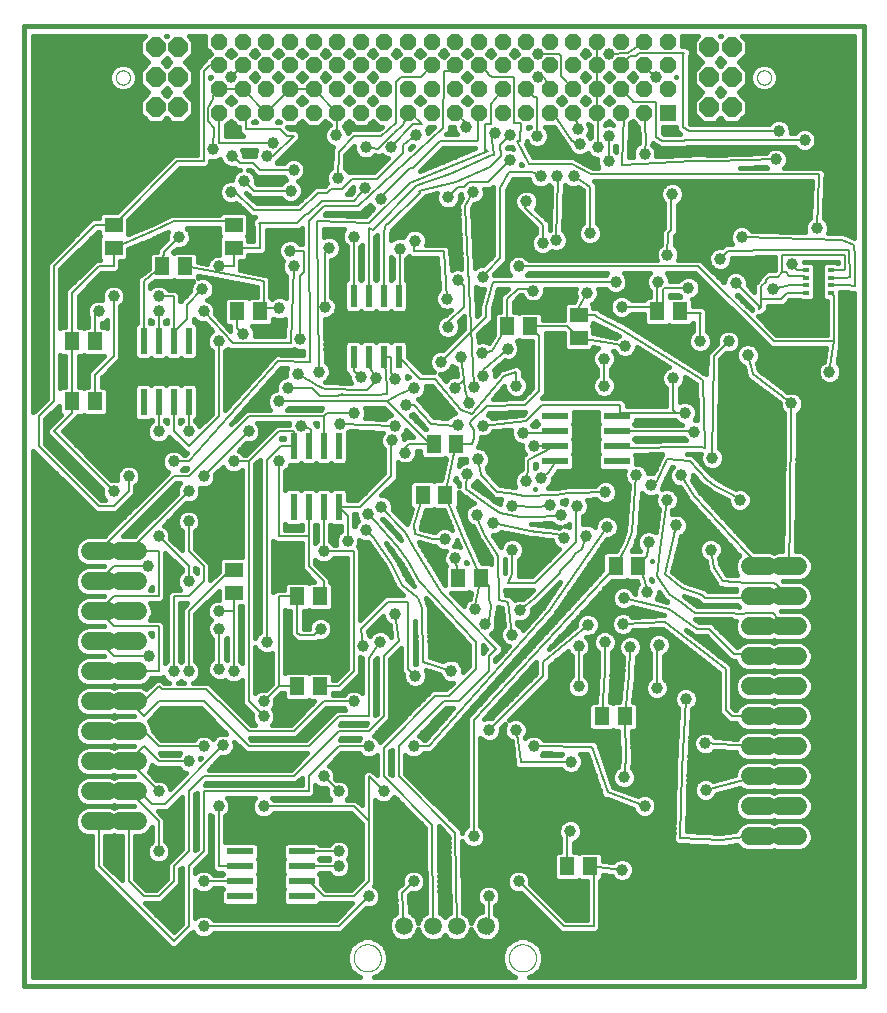
<source format=gtl>
G75*
%MOIN*%
%OFA0B0*%
%FSLAX25Y25*%
%IPPOS*%
%LPD*%
%AMOC8*
5,1,8,0,0,1.08239X$1,22.5*
%
%ADD10C,0.01600*%
%ADD11R,0.02400X0.07500*%
%ADD12C,0.06000*%
%ADD13C,0.00000*%
%ADD14OC8,0.06496*%
%ADD15R,0.05386X0.05386*%
%ADD16OC8,0.05386*%
%ADD17R,0.05118X0.05906*%
%ADD18R,0.05906X0.05118*%
%ADD19R,0.02362X0.08661*%
%ADD20R,0.08661X0.02362*%
%ADD21R,0.01969X0.01378*%
%ADD22C,0.05937*%
%ADD23C,0.00600*%
%ADD24C,0.03962*%
D10*
X0020000Y0035950D02*
X0300000Y0035950D01*
X0300000Y0355950D01*
X0020000Y0355950D01*
X0020000Y0035950D01*
X0023100Y0039050D02*
X0023100Y0214597D01*
X0042700Y0194997D01*
X0044047Y0193650D01*
X0050953Y0193650D01*
X0055953Y0198650D01*
X0057300Y0199997D01*
X0057300Y0202620D01*
X0058375Y0203695D01*
X0058981Y0205158D01*
X0058981Y0206742D01*
X0058375Y0208205D01*
X0057255Y0209325D01*
X0055792Y0209931D01*
X0054208Y0209931D01*
X0052745Y0209325D01*
X0051625Y0208205D01*
X0051019Y0206742D01*
X0051019Y0205158D01*
X0051179Y0204771D01*
X0050792Y0204931D01*
X0049272Y0204931D01*
X0033253Y0220950D01*
X0038300Y0225997D01*
X0039647Y0225997D01*
X0040000Y0226350D01*
X0040353Y0225997D01*
X0047128Y0225997D01*
X0048299Y0227169D01*
X0048299Y0234731D01*
X0047128Y0235903D01*
X0046040Y0235903D01*
X0046040Y0238737D01*
X0050953Y0243650D01*
X0052300Y0244997D01*
X0052300Y0262620D01*
X0053375Y0263695D01*
X0053981Y0265158D01*
X0053981Y0266742D01*
X0053375Y0268205D01*
X0052255Y0269325D01*
X0050792Y0269931D01*
X0049208Y0269931D01*
X0047745Y0269325D01*
X0046625Y0268205D01*
X0046019Y0266742D01*
X0046019Y0265158D01*
X0046179Y0264771D01*
X0045792Y0264931D01*
X0044208Y0264931D01*
X0042745Y0264325D01*
X0041625Y0263205D01*
X0041019Y0261742D01*
X0041019Y0260158D01*
X0041440Y0259141D01*
X0041440Y0255903D01*
X0040353Y0255903D01*
X0040000Y0255550D01*
X0039647Y0255903D01*
X0038560Y0255903D01*
X0038560Y0266257D01*
X0045953Y0273650D01*
X0050953Y0273650D01*
X0052300Y0274997D01*
X0052300Y0277651D01*
X0053781Y0277651D01*
X0054953Y0278822D01*
X0054953Y0281792D01*
X0064031Y0285596D01*
X0064093Y0285574D01*
X0064901Y0285961D01*
X0065727Y0286307D01*
X0065752Y0286368D01*
X0068203Y0287541D01*
X0067769Y0286492D01*
X0067769Y0284972D01*
X0065161Y0282364D01*
X0064511Y0281827D01*
X0064499Y0281702D01*
X0064410Y0281613D01*
X0064410Y0280903D01*
X0062872Y0280903D01*
X0061701Y0279731D01*
X0061701Y0275252D01*
X0059194Y0273250D01*
X0059047Y0273250D01*
X0058464Y0272667D01*
X0057820Y0272153D01*
X0057804Y0272007D01*
X0057700Y0271903D01*
X0057700Y0271078D01*
X0057608Y0270259D01*
X0057700Y0270144D01*
X0057700Y0257226D01*
X0056819Y0256345D01*
X0056819Y0246027D01*
X0057990Y0244856D01*
X0062010Y0244856D01*
X0062500Y0245346D01*
X0062990Y0244856D01*
X0067010Y0244856D01*
X0067500Y0245346D01*
X0067990Y0244856D01*
X0072010Y0244856D01*
X0072500Y0245346D01*
X0072990Y0244856D01*
X0077010Y0244856D01*
X0078181Y0246027D01*
X0078181Y0256345D01*
X0077010Y0257517D01*
X0076745Y0257517D01*
X0076750Y0257522D01*
X0076750Y0258570D01*
X0077745Y0257575D01*
X0079208Y0256969D01*
X0080527Y0256969D01*
X0082892Y0254386D01*
X0082745Y0254325D01*
X0081625Y0253205D01*
X0081019Y0251742D01*
X0081019Y0250158D01*
X0081625Y0248695D01*
X0082700Y0247620D01*
X0082700Y0226903D01*
X0078559Y0222761D01*
X0078375Y0223205D01*
X0077300Y0224280D01*
X0077300Y0224674D01*
X0078181Y0225555D01*
X0078181Y0235873D01*
X0077010Y0237044D01*
X0072990Y0237044D01*
X0072500Y0236554D01*
X0072010Y0237044D01*
X0067990Y0237044D01*
X0067500Y0236554D01*
X0067010Y0237044D01*
X0062990Y0237044D01*
X0062500Y0236554D01*
X0062010Y0237044D01*
X0057990Y0237044D01*
X0056819Y0235873D01*
X0056819Y0225555D01*
X0057990Y0224383D01*
X0062010Y0224383D01*
X0062500Y0224874D01*
X0062700Y0224674D01*
X0062700Y0224280D01*
X0061625Y0223205D01*
X0061019Y0221742D01*
X0061019Y0220158D01*
X0061625Y0218695D01*
X0062745Y0217575D01*
X0064208Y0216969D01*
X0065792Y0216969D01*
X0067255Y0217575D01*
X0068375Y0218695D01*
X0068559Y0219139D01*
X0072700Y0214997D01*
X0074047Y0213650D01*
X0074327Y0213650D01*
X0073970Y0213250D01*
X0073330Y0213250D01*
X0072255Y0214325D01*
X0070792Y0214931D01*
X0069208Y0214931D01*
X0067745Y0214325D01*
X0066625Y0213205D01*
X0066019Y0211742D01*
X0066019Y0210158D01*
X0066625Y0208695D01*
X0067745Y0207575D01*
X0068189Y0207391D01*
X0067700Y0206903D01*
X0046747Y0185950D01*
X0041005Y0185950D01*
X0039168Y0185189D01*
X0037761Y0183782D01*
X0037000Y0181945D01*
X0037000Y0179955D01*
X0037761Y0178118D01*
X0039168Y0176711D01*
X0041005Y0175950D01*
X0039168Y0175189D01*
X0037761Y0173782D01*
X0037000Y0171945D01*
X0037000Y0169955D01*
X0037761Y0168118D01*
X0039168Y0166711D01*
X0041005Y0165950D01*
X0039168Y0165189D01*
X0037761Y0163782D01*
X0037000Y0161945D01*
X0037000Y0159955D01*
X0037761Y0158118D01*
X0039168Y0156711D01*
X0041005Y0155950D01*
X0039168Y0155189D01*
X0037761Y0153782D01*
X0037000Y0151945D01*
X0037000Y0149955D01*
X0037761Y0148118D01*
X0039168Y0146711D01*
X0041005Y0145950D01*
X0039168Y0145189D01*
X0037761Y0143782D01*
X0037000Y0141945D01*
X0037000Y0139955D01*
X0037761Y0138118D01*
X0039168Y0136711D01*
X0041005Y0135950D01*
X0039168Y0135189D01*
X0037761Y0133782D01*
X0037000Y0131945D01*
X0037000Y0129955D01*
X0037761Y0128118D01*
X0039168Y0126711D01*
X0041005Y0125950D01*
X0039168Y0125189D01*
X0037761Y0123782D01*
X0037000Y0121945D01*
X0037000Y0119955D01*
X0037761Y0118118D01*
X0039168Y0116711D01*
X0041005Y0115950D01*
X0039168Y0115189D01*
X0037761Y0113782D01*
X0037000Y0111945D01*
X0037000Y0109955D01*
X0037761Y0108118D01*
X0039168Y0106711D01*
X0041005Y0105950D01*
X0039168Y0105189D01*
X0037761Y0103782D01*
X0037000Y0101945D01*
X0037000Y0099955D01*
X0037761Y0098118D01*
X0039168Y0096711D01*
X0041005Y0095950D01*
X0039168Y0095189D01*
X0037761Y0093782D01*
X0037000Y0091945D01*
X0037000Y0089955D01*
X0037761Y0088118D01*
X0039168Y0086711D01*
X0041005Y0085950D01*
X0042700Y0085950D01*
X0042700Y0074997D01*
X0067700Y0049997D01*
X0069047Y0048650D01*
X0070953Y0048650D01*
X0075953Y0053650D01*
X0076441Y0054139D01*
X0076625Y0053695D01*
X0077745Y0052575D01*
X0079208Y0051969D01*
X0080792Y0051969D01*
X0082255Y0052575D01*
X0083330Y0053650D01*
X0125953Y0053650D01*
X0134272Y0061969D01*
X0135792Y0061969D01*
X0137255Y0062575D01*
X0138375Y0063695D01*
X0138981Y0065158D01*
X0138981Y0066742D01*
X0138375Y0068205D01*
X0137255Y0069325D01*
X0136811Y0069509D01*
X0137300Y0069997D01*
X0137300Y0098020D01*
X0137745Y0097575D01*
X0139208Y0096969D01*
X0140792Y0096969D01*
X0142255Y0097575D01*
X0143375Y0098695D01*
X0143559Y0099139D01*
X0153776Y0088922D01*
X0154154Y0060543D01*
X0153699Y0060354D01*
X0152301Y0058957D01*
X0151592Y0057244D01*
X0150882Y0058957D01*
X0149484Y0060354D01*
X0148788Y0060643D01*
X0148559Y0066257D01*
X0149272Y0066969D01*
X0150792Y0066969D01*
X0152255Y0067575D01*
X0153375Y0068695D01*
X0153981Y0070158D01*
X0153981Y0071742D01*
X0153375Y0073205D01*
X0152255Y0074325D01*
X0150792Y0074931D01*
X0149208Y0074931D01*
X0147745Y0074325D01*
X0146625Y0073205D01*
X0146019Y0071742D01*
X0146019Y0070222D01*
X0145229Y0069432D01*
X0145174Y0069429D01*
X0144561Y0068763D01*
X0143920Y0068123D01*
X0143920Y0068068D01*
X0143883Y0068028D01*
X0143920Y0067123D01*
X0143920Y0066217D01*
X0143959Y0066179D01*
X0144191Y0060493D01*
X0143856Y0060354D01*
X0142458Y0058957D01*
X0141702Y0057130D01*
X0141702Y0055154D01*
X0142458Y0053328D01*
X0143856Y0051930D01*
X0145682Y0051174D01*
X0147658Y0051174D01*
X0149484Y0051930D01*
X0150882Y0053328D01*
X0151592Y0055040D01*
X0152301Y0053328D01*
X0153699Y0051930D01*
X0155525Y0051174D01*
X0157501Y0051174D01*
X0159327Y0051930D01*
X0160450Y0053053D01*
X0161573Y0051930D01*
X0163399Y0051174D01*
X0165375Y0051174D01*
X0167201Y0051930D01*
X0168599Y0053328D01*
X0169308Y0055040D01*
X0170018Y0053328D01*
X0171415Y0051930D01*
X0173242Y0051174D01*
X0173886Y0051174D01*
X0174047Y0051012D01*
X0174388Y0051012D01*
X0174685Y0050843D01*
X0175307Y0051012D01*
X0175953Y0051012D01*
X0176194Y0051253D01*
X0176523Y0051343D01*
X0176801Y0051829D01*
X0177044Y0051930D01*
X0178442Y0053328D01*
X0179198Y0055154D01*
X0179198Y0057130D01*
X0178442Y0058957D01*
X0177300Y0060099D01*
X0177300Y0062620D01*
X0178375Y0063695D01*
X0178981Y0065158D01*
X0178981Y0066742D01*
X0178375Y0068205D01*
X0177255Y0069325D01*
X0175792Y0069931D01*
X0174208Y0069931D01*
X0172745Y0069325D01*
X0171625Y0068205D01*
X0171019Y0066742D01*
X0171019Y0065158D01*
X0171625Y0063695D01*
X0172700Y0062620D01*
X0172700Y0060886D01*
X0171415Y0060354D01*
X0170018Y0058957D01*
X0169308Y0057244D01*
X0168599Y0058957D01*
X0167201Y0060354D01*
X0166622Y0060594D01*
X0166273Y0084544D01*
X0166625Y0083695D01*
X0167745Y0082575D01*
X0169208Y0081969D01*
X0170792Y0081969D01*
X0172255Y0082575D01*
X0173375Y0083695D01*
X0173981Y0085158D01*
X0173981Y0086742D01*
X0173375Y0088205D01*
X0172300Y0089280D01*
X0172300Y0118770D01*
X0172995Y0118075D01*
X0174458Y0117469D01*
X0176042Y0117469D01*
X0177505Y0118075D01*
X0178625Y0119195D01*
X0179231Y0120658D01*
X0179231Y0122178D01*
X0180574Y0123521D01*
X0180044Y0122242D01*
X0180044Y0120658D01*
X0180650Y0119195D01*
X0181770Y0118075D01*
X0182641Y0117714D01*
X0182661Y0117638D01*
X0183527Y0110496D01*
X0183538Y0109666D01*
X0183639Y0109568D01*
X0183656Y0109427D01*
X0184309Y0108916D01*
X0184903Y0108337D01*
X0185045Y0108339D01*
X0185156Y0108252D01*
X0185979Y0108352D01*
X0199189Y0108530D01*
X0200220Y0107500D01*
X0201683Y0106894D01*
X0203267Y0106894D01*
X0204730Y0107500D01*
X0205850Y0108620D01*
X0206456Y0110083D01*
X0206456Y0111667D01*
X0205850Y0113130D01*
X0205508Y0113472D01*
X0207946Y0113444D01*
X0212261Y0100753D01*
X0212213Y0100621D01*
X0212562Y0099868D01*
X0212829Y0099083D01*
X0212956Y0099020D01*
X0213015Y0098892D01*
X0213794Y0098607D01*
X0214538Y0098241D01*
X0214672Y0098286D01*
X0223117Y0095197D01*
X0223625Y0093970D01*
X0224745Y0092850D01*
X0226208Y0092244D01*
X0227792Y0092244D01*
X0229255Y0092850D01*
X0230375Y0093970D01*
X0230981Y0095433D01*
X0230981Y0097017D01*
X0230375Y0098480D01*
X0229255Y0099600D01*
X0227792Y0100206D01*
X0226208Y0100206D01*
X0224745Y0099600D01*
X0224671Y0099526D01*
X0216523Y0102507D01*
X0211904Y0116092D01*
X0211911Y0116651D01*
X0211610Y0116959D01*
X0211471Y0117367D01*
X0210970Y0117614D01*
X0210579Y0118014D01*
X0210148Y0118019D01*
X0209762Y0118209D01*
X0209233Y0118029D01*
X0193369Y0118211D01*
X0192255Y0119325D01*
X0190792Y0119931D01*
X0189208Y0119931D01*
X0187745Y0119325D01*
X0187161Y0118741D01*
X0187138Y0118933D01*
X0187400Y0119195D01*
X0188006Y0120658D01*
X0188006Y0122242D01*
X0187400Y0123705D01*
X0186280Y0124825D01*
X0184817Y0125431D01*
X0183233Y0125431D01*
X0181954Y0124901D01*
X0194203Y0137150D01*
X0195550Y0138497D01*
X0195550Y0142885D01*
X0201343Y0147801D01*
X0201625Y0147120D01*
X0202700Y0146045D01*
X0202700Y0139280D01*
X0201625Y0138205D01*
X0201019Y0136742D01*
X0201019Y0135158D01*
X0201625Y0133695D01*
X0202745Y0132575D01*
X0204208Y0131969D01*
X0205792Y0131969D01*
X0207255Y0132575D01*
X0208375Y0133695D01*
X0208981Y0135158D01*
X0208981Y0136742D01*
X0208375Y0138205D01*
X0207300Y0139280D01*
X0207300Y0146045D01*
X0208375Y0147120D01*
X0208981Y0148583D01*
X0208981Y0150167D01*
X0208375Y0151630D01*
X0207436Y0152569D01*
X0208892Y0152569D01*
X0210355Y0153175D01*
X0211475Y0154295D01*
X0212081Y0155758D01*
X0212081Y0157342D01*
X0211475Y0158805D01*
X0210355Y0159925D01*
X0208892Y0160531D01*
X0207308Y0160531D01*
X0205845Y0159925D01*
X0204725Y0158805D01*
X0204119Y0157342D01*
X0204119Y0156188D01*
X0195088Y0148526D01*
X0215999Y0171222D01*
X0220822Y0171222D01*
X0221175Y0171575D01*
X0221528Y0171222D01*
X0224452Y0171222D01*
X0224804Y0170257D01*
X0224835Y0170141D01*
X0224525Y0169830D01*
X0223919Y0168367D01*
X0223919Y0166783D01*
X0223930Y0166757D01*
X0223720Y0166807D01*
X0223400Y0167580D01*
X0222280Y0168700D01*
X0220817Y0169306D01*
X0219233Y0169306D01*
X0217770Y0168700D01*
X0216650Y0167580D01*
X0216044Y0166117D01*
X0216044Y0164533D01*
X0216650Y0163070D01*
X0217770Y0161950D01*
X0219233Y0161344D01*
X0220817Y0161344D01*
X0222280Y0161950D01*
X0222661Y0162331D01*
X0233506Y0159741D01*
X0222974Y0159231D01*
X0222055Y0160150D01*
X0220592Y0160756D01*
X0219008Y0160756D01*
X0217545Y0160150D01*
X0216425Y0159030D01*
X0215819Y0157567D01*
X0215819Y0155983D01*
X0216425Y0154520D01*
X0217545Y0153400D01*
X0219008Y0152794D01*
X0220592Y0152794D01*
X0222055Y0153400D01*
X0223175Y0154520D01*
X0223224Y0154638D01*
X0233010Y0155112D01*
X0251700Y0140575D01*
X0251700Y0127247D01*
X0253047Y0125900D01*
X0255297Y0123650D01*
X0257541Y0123650D01*
X0257761Y0123118D01*
X0259168Y0121711D01*
X0261005Y0120950D01*
X0259168Y0120189D01*
X0257761Y0118782D01*
X0257660Y0118538D01*
X0250703Y0119017D01*
X0250625Y0119205D01*
X0249505Y0120325D01*
X0248042Y0120931D01*
X0246458Y0120931D01*
X0244995Y0120325D01*
X0243875Y0119205D01*
X0243269Y0117742D01*
X0243269Y0116158D01*
X0243875Y0114695D01*
X0244995Y0113575D01*
X0246458Y0112969D01*
X0248042Y0112969D01*
X0249505Y0113575D01*
X0250360Y0114430D01*
X0257419Y0113943D01*
X0257761Y0113118D01*
X0259168Y0111711D01*
X0261005Y0110950D01*
X0268995Y0110950D01*
X0270000Y0111366D01*
X0271005Y0110950D01*
X0278995Y0110950D01*
X0280832Y0111711D01*
X0282239Y0113118D01*
X0283000Y0114955D01*
X0283000Y0116945D01*
X0282239Y0118782D01*
X0280832Y0120189D01*
X0278995Y0120950D01*
X0271005Y0120950D01*
X0270000Y0120534D01*
X0268995Y0120950D01*
X0261005Y0120950D01*
X0268995Y0120950D01*
X0270000Y0121366D01*
X0271005Y0120950D01*
X0278995Y0120950D01*
X0280832Y0121711D01*
X0282239Y0123118D01*
X0283000Y0124955D01*
X0283000Y0126945D01*
X0282239Y0128782D01*
X0280832Y0130189D01*
X0278995Y0130950D01*
X0280832Y0131711D01*
X0282239Y0133118D01*
X0283000Y0134955D01*
X0283000Y0136945D01*
X0282239Y0138782D01*
X0280832Y0140189D01*
X0278995Y0140950D01*
X0271005Y0140950D01*
X0270000Y0140534D01*
X0268995Y0140950D01*
X0261005Y0140950D01*
X0259168Y0140189D01*
X0257761Y0138782D01*
X0257000Y0136945D01*
X0257000Y0134955D01*
X0257761Y0133118D01*
X0259168Y0131711D01*
X0261005Y0130950D01*
X0268995Y0130950D01*
X0270000Y0131366D01*
X0271005Y0130950D01*
X0278995Y0130950D01*
X0271005Y0130950D01*
X0270000Y0130534D01*
X0268995Y0130950D01*
X0261005Y0130950D01*
X0259168Y0130189D01*
X0257761Y0128782D01*
X0257541Y0128250D01*
X0257203Y0128250D01*
X0256300Y0129153D01*
X0256300Y0140911D01*
X0256400Y0141040D01*
X0256300Y0141843D01*
X0256300Y0142653D01*
X0256184Y0142768D01*
X0256164Y0142931D01*
X0255525Y0143428D01*
X0254953Y0144000D01*
X0254789Y0144000D01*
X0240861Y0154833D01*
X0242837Y0153435D01*
X0243372Y0152900D01*
X0243594Y0152900D01*
X0243775Y0152772D01*
X0244521Y0152900D01*
X0247422Y0152900D01*
X0254625Y0145697D01*
X0255972Y0144350D01*
X0257251Y0144350D01*
X0257761Y0143118D01*
X0259168Y0141711D01*
X0261005Y0140950D01*
X0268995Y0140950D01*
X0270000Y0141366D01*
X0271005Y0140950D01*
X0278995Y0140950D01*
X0280832Y0141711D01*
X0282239Y0143118D01*
X0283000Y0144955D01*
X0283000Y0146945D01*
X0282239Y0148782D01*
X0280832Y0150189D01*
X0278995Y0150950D01*
X0271005Y0150950D01*
X0270000Y0150534D01*
X0268995Y0150950D01*
X0270000Y0151366D01*
X0271005Y0150950D01*
X0278995Y0150950D01*
X0280832Y0151711D01*
X0282239Y0153118D01*
X0283000Y0154955D01*
X0283000Y0156945D01*
X0282239Y0158782D01*
X0280832Y0160189D01*
X0278995Y0160950D01*
X0280832Y0161711D01*
X0282239Y0163118D01*
X0283000Y0164955D01*
X0283000Y0166945D01*
X0282239Y0168782D01*
X0280832Y0170189D01*
X0278995Y0170950D01*
X0280832Y0171711D01*
X0282239Y0173118D01*
X0283000Y0174955D01*
X0283000Y0176945D01*
X0282239Y0178782D01*
X0280832Y0180189D01*
X0278995Y0180950D01*
X0277416Y0180950D01*
X0277628Y0190129D01*
X0277634Y0190136D01*
X0277650Y0191079D01*
X0277671Y0192024D01*
X0277665Y0192031D01*
X0278221Y0226896D01*
X0278230Y0226900D01*
X0279350Y0228020D01*
X0279956Y0229483D01*
X0279956Y0231067D01*
X0279350Y0232530D01*
X0278230Y0233650D01*
X0276767Y0234256D01*
X0275183Y0234256D01*
X0274753Y0234078D01*
X0265164Y0241311D01*
X0264499Y0243769D01*
X0264800Y0244070D01*
X0265406Y0245533D01*
X0265406Y0247117D01*
X0264800Y0248580D01*
X0263680Y0249700D01*
X0262217Y0250306D01*
X0260633Y0250306D01*
X0259170Y0249700D01*
X0258524Y0249054D01*
X0258981Y0250158D01*
X0258981Y0251742D01*
X0258375Y0253205D01*
X0257255Y0254325D01*
X0255792Y0254931D01*
X0254208Y0254931D01*
X0252745Y0254325D01*
X0251625Y0253205D01*
X0251019Y0251742D01*
X0251019Y0250222D01*
X0248385Y0247587D01*
X0247713Y0246933D01*
X0247713Y0246915D01*
X0247700Y0246903D01*
X0247700Y0245966D01*
X0247620Y0239958D01*
X0247210Y0240336D01*
X0246972Y0240327D01*
X0221497Y0256382D01*
X0221456Y0256506D01*
X0220705Y0256881D01*
X0219995Y0257329D01*
X0219868Y0257300D01*
X0212387Y0261040D01*
X0211438Y0261990D01*
X0209953Y0261990D01*
X0209953Y0263078D01*
X0209441Y0263589D01*
X0210130Y0263875D01*
X0211250Y0264995D01*
X0211856Y0266458D01*
X0211856Y0268042D01*
X0211646Y0268550D01*
X0213995Y0268550D01*
X0215070Y0267475D01*
X0216533Y0266869D01*
X0218117Y0266869D01*
X0219580Y0267475D01*
X0220700Y0268595D01*
X0221306Y0270058D01*
X0221306Y0271642D01*
X0220700Y0273105D01*
X0220155Y0273650D01*
X0228670Y0273650D01*
X0228125Y0273105D01*
X0227519Y0271642D01*
X0227519Y0270058D01*
X0228125Y0268595D01*
X0228960Y0267760D01*
X0228960Y0265903D01*
X0227872Y0265903D01*
X0226795Y0264825D01*
X0222680Y0264825D01*
X0221605Y0265900D01*
X0220142Y0266506D01*
X0218558Y0266506D01*
X0217095Y0265900D01*
X0215975Y0264780D01*
X0215369Y0263317D01*
X0215369Y0261733D01*
X0215975Y0260270D01*
X0217095Y0259150D01*
X0218558Y0258544D01*
X0220142Y0258544D01*
X0221605Y0259150D01*
X0222680Y0260225D01*
X0226701Y0260225D01*
X0226701Y0257169D01*
X0227872Y0255997D01*
X0234647Y0255997D01*
X0235000Y0256350D01*
X0235353Y0255997D01*
X0242128Y0255997D01*
X0243150Y0257020D01*
X0243150Y0254380D01*
X0242075Y0253305D01*
X0241469Y0251842D01*
X0241469Y0250258D01*
X0242075Y0248795D01*
X0243195Y0247675D01*
X0244658Y0247069D01*
X0246242Y0247069D01*
X0247705Y0247675D01*
X0248825Y0248795D01*
X0249431Y0250258D01*
X0249431Y0251842D01*
X0248825Y0253305D01*
X0247750Y0254380D01*
X0247750Y0259322D01*
X0247975Y0259547D01*
X0247975Y0261453D01*
X0246628Y0262800D01*
X0243299Y0262800D01*
X0243299Y0264731D01*
X0242961Y0265069D01*
X0243880Y0265450D01*
X0245000Y0266570D01*
X0245606Y0268033D01*
X0245606Y0269617D01*
X0245000Y0271080D01*
X0243880Y0272200D01*
X0242417Y0272806D01*
X0240833Y0272806D01*
X0239370Y0272200D01*
X0238295Y0271125D01*
X0235481Y0271125D01*
X0235481Y0271642D01*
X0234875Y0273105D01*
X0234330Y0273650D01*
X0243828Y0273650D01*
X0268378Y0249320D01*
X0269047Y0248650D01*
X0269053Y0248650D01*
X0269058Y0248646D01*
X0270005Y0248650D01*
X0287377Y0248650D01*
X0286797Y0244241D01*
X0286395Y0244075D01*
X0285275Y0242955D01*
X0284669Y0241492D01*
X0284669Y0239908D01*
X0285275Y0238445D01*
X0286395Y0237325D01*
X0287858Y0236719D01*
X0289442Y0236719D01*
X0290905Y0237325D01*
X0292025Y0238445D01*
X0292631Y0239908D01*
X0292631Y0241492D01*
X0292025Y0242955D01*
X0291355Y0243625D01*
X0292178Y0249876D01*
X0292300Y0249997D01*
X0292300Y0250799D01*
X0292405Y0251594D01*
X0292300Y0251731D01*
X0292300Y0267100D01*
X0292029Y0267370D01*
X0294374Y0267370D01*
X0296189Y0267258D01*
X0296247Y0267200D01*
X0296900Y0267200D01*
X0296900Y0039050D01*
X0188653Y0039050D01*
X0190184Y0039684D01*
X0192104Y0041605D01*
X0193144Y0044114D01*
X0193144Y0046830D01*
X0192104Y0049340D01*
X0190184Y0051260D01*
X0187674Y0052300D01*
X0184958Y0052300D01*
X0182449Y0051260D01*
X0180528Y0049340D01*
X0179489Y0046830D01*
X0179489Y0044114D01*
X0180528Y0041605D01*
X0182449Y0039684D01*
X0183979Y0039050D01*
X0136921Y0039050D01*
X0138451Y0039684D01*
X0140372Y0041605D01*
X0141411Y0044114D01*
X0141411Y0046830D01*
X0140372Y0049340D01*
X0138451Y0051260D01*
X0135942Y0052300D01*
X0133226Y0052300D01*
X0130716Y0051260D01*
X0128796Y0049340D01*
X0127756Y0046830D01*
X0127756Y0044114D01*
X0128796Y0041605D01*
X0130716Y0039684D01*
X0132247Y0039050D01*
X0023100Y0039050D01*
X0023100Y0039147D02*
X0132013Y0039147D01*
X0129655Y0040746D02*
X0023100Y0040746D01*
X0023100Y0042344D02*
X0128489Y0042344D01*
X0127827Y0043943D02*
X0023100Y0043943D01*
X0023100Y0045541D02*
X0127756Y0045541D01*
X0127884Y0047140D02*
X0023100Y0047140D01*
X0023100Y0048738D02*
X0068959Y0048738D01*
X0071041Y0048738D02*
X0128547Y0048738D01*
X0129793Y0050337D02*
X0072639Y0050337D01*
X0074238Y0051935D02*
X0132346Y0051935D01*
X0136822Y0051935D02*
X0143851Y0051935D01*
X0142373Y0053534D02*
X0083214Y0053534D01*
X0083330Y0058250D02*
X0082255Y0059325D01*
X0080792Y0059931D01*
X0079208Y0059931D01*
X0077745Y0059325D01*
X0077300Y0058880D01*
X0077300Y0068020D01*
X0077745Y0067575D01*
X0079208Y0066969D01*
X0080792Y0066969D01*
X0082255Y0067575D01*
X0083330Y0068650D01*
X0086224Y0068650D01*
X0086424Y0068450D01*
X0085933Y0067960D01*
X0085933Y0063940D01*
X0087105Y0062769D01*
X0097423Y0062769D01*
X0098594Y0063940D01*
X0098594Y0067960D01*
X0098104Y0068450D01*
X0098594Y0068940D01*
X0098594Y0072960D01*
X0098104Y0073450D01*
X0098594Y0073940D01*
X0098594Y0077960D01*
X0098104Y0078450D01*
X0098594Y0078940D01*
X0098594Y0082960D01*
X0097423Y0084131D01*
X0087300Y0084131D01*
X0087300Y0092620D01*
X0088375Y0093695D01*
X0088981Y0095158D01*
X0088981Y0096742D01*
X0088375Y0098205D01*
X0087930Y0098650D01*
X0097070Y0098650D01*
X0096625Y0098205D01*
X0096019Y0096742D01*
X0096019Y0095158D01*
X0096625Y0093695D01*
X0097745Y0092575D01*
X0099208Y0091969D01*
X0100792Y0091969D01*
X0102255Y0092575D01*
X0103330Y0093650D01*
X0129047Y0093650D01*
X0132700Y0089997D01*
X0132700Y0071903D01*
X0129047Y0068250D01*
X0120953Y0068250D01*
X0119067Y0070136D01*
X0119067Y0072960D01*
X0118576Y0073450D01*
X0118776Y0073650D01*
X0121670Y0073650D01*
X0122745Y0072575D01*
X0124208Y0071969D01*
X0125792Y0071969D01*
X0127255Y0072575D01*
X0128375Y0073695D01*
X0128981Y0075158D01*
X0128981Y0076742D01*
X0128375Y0078205D01*
X0128130Y0078450D01*
X0128375Y0078695D01*
X0128981Y0080158D01*
X0128981Y0081742D01*
X0128375Y0083205D01*
X0127255Y0084325D01*
X0125792Y0084931D01*
X0124208Y0084931D01*
X0122745Y0084325D01*
X0121670Y0083250D01*
X0118776Y0083250D01*
X0117895Y0084131D01*
X0107577Y0084131D01*
X0106406Y0082960D01*
X0106406Y0078940D01*
X0106896Y0078450D01*
X0106406Y0077960D01*
X0106406Y0073940D01*
X0106896Y0073450D01*
X0106406Y0072960D01*
X0106406Y0068940D01*
X0106896Y0068450D01*
X0106406Y0067960D01*
X0106406Y0063940D01*
X0107577Y0062769D01*
X0117895Y0062769D01*
X0118912Y0063785D01*
X0119047Y0063650D01*
X0129447Y0063650D01*
X0124047Y0058250D01*
X0083330Y0058250D01*
X0083251Y0058329D02*
X0124126Y0058329D01*
X0125725Y0059928D02*
X0080800Y0059928D01*
X0079200Y0059928D02*
X0077300Y0059928D01*
X0077300Y0061526D02*
X0127324Y0061526D01*
X0128922Y0063125D02*
X0118251Y0063125D01*
X0119684Y0069519D02*
X0130316Y0069519D01*
X0131915Y0071117D02*
X0119067Y0071117D01*
X0119067Y0072716D02*
X0122604Y0072716D01*
X0127396Y0072716D02*
X0132700Y0072716D01*
X0132700Y0074314D02*
X0128632Y0074314D01*
X0128981Y0075913D02*
X0132700Y0075913D01*
X0132700Y0077511D02*
X0128662Y0077511D01*
X0128547Y0079110D02*
X0132700Y0079110D01*
X0132700Y0080708D02*
X0128981Y0080708D01*
X0128747Y0082307D02*
X0132700Y0082307D01*
X0132700Y0083905D02*
X0127675Y0083905D01*
X0122325Y0083905D02*
X0118121Y0083905D01*
X0118776Y0078650D02*
X0121670Y0078650D01*
X0121870Y0078450D01*
X0121670Y0078250D01*
X0118776Y0078250D01*
X0118576Y0078450D01*
X0118776Y0078650D01*
X0130799Y0091898D02*
X0087300Y0091898D01*
X0087300Y0090299D02*
X0132398Y0090299D01*
X0132700Y0088701D02*
X0087300Y0088701D01*
X0087300Y0087102D02*
X0132700Y0087102D01*
X0132700Y0085504D02*
X0087300Y0085504D01*
X0082700Y0085504D02*
X0082300Y0085504D01*
X0082300Y0087102D02*
X0082700Y0087102D01*
X0082700Y0088701D02*
X0082300Y0088701D01*
X0082300Y0090299D02*
X0082700Y0090299D01*
X0082700Y0091898D02*
X0082300Y0091898D01*
X0082700Y0092620D02*
X0082700Y0074997D01*
X0084047Y0073650D01*
X0086224Y0073650D01*
X0086424Y0073450D01*
X0086224Y0073250D01*
X0083330Y0073250D01*
X0082255Y0074325D01*
X0080792Y0074931D01*
X0079208Y0074931D01*
X0077745Y0074325D01*
X0077300Y0073880D01*
X0077300Y0074997D01*
X0080953Y0078650D01*
X0082300Y0079997D01*
X0082300Y0093020D01*
X0082700Y0092620D01*
X0077700Y0091898D02*
X0077300Y0091898D01*
X0077300Y0093496D02*
X0077700Y0093496D01*
X0077700Y0095095D02*
X0077300Y0095095D01*
X0077300Y0096693D02*
X0077700Y0096693D01*
X0077700Y0098292D02*
X0077300Y0098292D01*
X0077300Y0099890D02*
X0077700Y0099890D01*
X0077700Y0099997D02*
X0077700Y0100397D01*
X0077300Y0099997D01*
X0077300Y0081503D01*
X0077700Y0081903D01*
X0077700Y0099997D01*
X0080553Y0103250D02*
X0080953Y0103650D01*
X0110953Y0103650D01*
X0112700Y0105397D01*
X0112700Y0104997D01*
X0112700Y0103250D01*
X0080553Y0103250D01*
X0081750Y0108250D02*
X0085701Y0112294D01*
X0087167Y0112294D01*
X0088630Y0112900D01*
X0089750Y0114020D01*
X0090356Y0115483D01*
X0090356Y0117067D01*
X0090162Y0117535D01*
X0092700Y0114997D01*
X0094047Y0113650D01*
X0114447Y0113650D01*
X0109047Y0108250D01*
X0081750Y0108250D01*
X0082953Y0109482D02*
X0110279Y0109482D01*
X0111877Y0111080D02*
X0084515Y0111080D01*
X0088095Y0112679D02*
X0113476Y0112679D01*
X0114047Y0118250D02*
X0095953Y0118250D01*
X0095553Y0118650D01*
X0109047Y0118650D01*
X0110953Y0118650D01*
X0120953Y0128650D01*
X0126670Y0128650D01*
X0127070Y0128250D01*
X0124047Y0128250D01*
X0122700Y0126903D01*
X0114047Y0118250D01*
X0114870Y0119073D02*
X0111375Y0119073D01*
X0112974Y0120671D02*
X0116468Y0120671D01*
X0118067Y0122270D02*
X0114572Y0122270D01*
X0116171Y0123868D02*
X0119665Y0123868D01*
X0121264Y0125467D02*
X0117769Y0125467D01*
X0119368Y0127065D02*
X0122862Y0127065D01*
X0125953Y0123650D02*
X0134447Y0123650D01*
X0134047Y0123250D01*
X0125553Y0123250D01*
X0125953Y0123650D01*
X0125953Y0118650D02*
X0132070Y0118650D01*
X0131670Y0118250D01*
X0125553Y0118250D01*
X0125953Y0118650D01*
X0125953Y0113650D02*
X0131670Y0113650D01*
X0132745Y0112575D01*
X0134208Y0111969D01*
X0135792Y0111969D01*
X0137255Y0112575D01*
X0137700Y0113020D01*
X0137700Y0106503D01*
X0135953Y0108250D01*
X0134047Y0108250D01*
X0132700Y0106903D01*
X0132700Y0104997D01*
X0132700Y0096503D01*
X0130953Y0098250D01*
X0127930Y0098250D01*
X0128375Y0098695D01*
X0128981Y0100158D01*
X0128981Y0101742D01*
X0128375Y0103205D01*
X0127255Y0104325D01*
X0125792Y0104931D01*
X0124272Y0104931D01*
X0123981Y0105222D01*
X0123981Y0106742D01*
X0123375Y0108205D01*
X0122255Y0109325D01*
X0121811Y0109509D01*
X0125953Y0113650D01*
X0124981Y0112679D02*
X0132641Y0112679D01*
X0137359Y0112679D02*
X0137700Y0112679D01*
X0137700Y0111080D02*
X0123383Y0111080D01*
X0121877Y0109482D02*
X0137700Y0109482D01*
X0137700Y0107883D02*
X0136320Y0107883D01*
X0133680Y0107883D02*
X0123508Y0107883D01*
X0123981Y0106284D02*
X0132700Y0106284D01*
X0132700Y0104686D02*
X0126384Y0104686D01*
X0128424Y0103087D02*
X0132700Y0103087D01*
X0132700Y0101489D02*
X0128981Y0101489D01*
X0128870Y0099890D02*
X0132700Y0099890D01*
X0132700Y0098292D02*
X0127972Y0098292D01*
X0129201Y0093496D02*
X0103177Y0093496D01*
X0103330Y0098250D02*
X0102930Y0098650D01*
X0115953Y0098650D01*
X0117300Y0099997D01*
X0117300Y0103020D01*
X0117745Y0102575D01*
X0119208Y0101969D01*
X0120728Y0101969D01*
X0121019Y0101678D01*
X0121019Y0100158D01*
X0121625Y0098695D01*
X0122070Y0098250D01*
X0103330Y0098250D01*
X0103288Y0098292D02*
X0122028Y0098292D01*
X0121130Y0099890D02*
X0117193Y0099890D01*
X0117300Y0101489D02*
X0121019Y0101489D01*
X0112700Y0104686D02*
X0111989Y0104686D01*
X0096712Y0098292D02*
X0088288Y0098292D01*
X0088981Y0096693D02*
X0096019Y0096693D01*
X0096045Y0095095D02*
X0088955Y0095095D01*
X0088177Y0093496D02*
X0096823Y0093496D01*
X0097649Y0083905D02*
X0107351Y0083905D01*
X0106406Y0082307D02*
X0098594Y0082307D01*
X0098594Y0080708D02*
X0106406Y0080708D01*
X0106406Y0079110D02*
X0098594Y0079110D01*
X0098594Y0077511D02*
X0106406Y0077511D01*
X0106406Y0075913D02*
X0098594Y0075913D01*
X0098594Y0074314D02*
X0106406Y0074314D01*
X0106406Y0072716D02*
X0098594Y0072716D01*
X0098594Y0071117D02*
X0106406Y0071117D01*
X0106406Y0069519D02*
X0098594Y0069519D01*
X0098594Y0067920D02*
X0106406Y0067920D01*
X0106406Y0066322D02*
X0098594Y0066322D01*
X0098594Y0064723D02*
X0106406Y0064723D01*
X0107221Y0063125D02*
X0097779Y0063125D01*
X0086749Y0063125D02*
X0077300Y0063125D01*
X0077300Y0064723D02*
X0085933Y0064723D01*
X0085933Y0066322D02*
X0077300Y0066322D01*
X0077300Y0067920D02*
X0077400Y0067920D01*
X0082600Y0067920D02*
X0085933Y0067920D01*
X0083383Y0074314D02*
X0082266Y0074314D01*
X0082700Y0075913D02*
X0078215Y0075913D01*
X0077734Y0074314D02*
X0077300Y0074314D01*
X0079814Y0077511D02*
X0082700Y0077511D01*
X0082700Y0079110D02*
X0081412Y0079110D01*
X0082300Y0080708D02*
X0082700Y0080708D01*
X0082700Y0082307D02*
X0082300Y0082307D01*
X0082300Y0083905D02*
X0082700Y0083905D01*
X0077700Y0083905D02*
X0077300Y0083905D01*
X0077300Y0082307D02*
X0077700Y0082307D01*
X0077700Y0085504D02*
X0077300Y0085504D01*
X0077300Y0087102D02*
X0077700Y0087102D01*
X0077700Y0088701D02*
X0077300Y0088701D01*
X0077300Y0090299D02*
X0077700Y0090299D01*
X0072700Y0090299D02*
X0067300Y0090299D01*
X0067300Y0088701D02*
X0072700Y0088701D01*
X0072700Y0087102D02*
X0067300Y0087102D01*
X0067300Y0085504D02*
X0072700Y0085504D01*
X0072700Y0083905D02*
X0067675Y0083905D01*
X0067300Y0084280D02*
X0067300Y0091903D01*
X0065953Y0093250D01*
X0064803Y0094400D01*
X0066313Y0094400D01*
X0066324Y0094389D01*
X0067264Y0094400D01*
X0068203Y0094400D01*
X0068214Y0094411D01*
X0068229Y0094411D01*
X0068886Y0095083D01*
X0069550Y0095747D01*
X0069550Y0095763D01*
X0072700Y0098987D01*
X0072700Y0081903D01*
X0069047Y0078250D01*
X0067700Y0076903D01*
X0067700Y0071903D01*
X0064047Y0068250D01*
X0060953Y0068250D01*
X0057300Y0071903D01*
X0057300Y0085950D01*
X0058995Y0085950D01*
X0060832Y0086711D01*
X0062239Y0088118D01*
X0062700Y0089231D01*
X0062700Y0084280D01*
X0061625Y0083205D01*
X0061019Y0081742D01*
X0061019Y0080158D01*
X0061625Y0078695D01*
X0062745Y0077575D01*
X0064208Y0076969D01*
X0065792Y0076969D01*
X0067255Y0077575D01*
X0068375Y0078695D01*
X0068981Y0080158D01*
X0068981Y0081742D01*
X0068375Y0083205D01*
X0067300Y0084280D01*
X0068747Y0082307D02*
X0072700Y0082307D01*
X0071506Y0080708D02*
X0068981Y0080708D01*
X0068547Y0079110D02*
X0069907Y0079110D01*
X0069047Y0078250D02*
X0069047Y0078250D01*
X0068309Y0077511D02*
X0067101Y0077511D01*
X0067700Y0075913D02*
X0057300Y0075913D01*
X0057300Y0077511D02*
X0062899Y0077511D01*
X0061453Y0079110D02*
X0057300Y0079110D01*
X0057300Y0080708D02*
X0061019Y0080708D01*
X0061253Y0082307D02*
X0057300Y0082307D01*
X0057300Y0083905D02*
X0062325Y0083905D01*
X0062700Y0085504D02*
X0057300Y0085504D01*
X0052700Y0085504D02*
X0047300Y0085504D01*
X0047300Y0085950D02*
X0048995Y0085950D01*
X0050000Y0086366D01*
X0051005Y0085950D01*
X0052700Y0085950D01*
X0052700Y0071503D01*
X0047300Y0076903D01*
X0047300Y0085950D01*
X0047300Y0083905D02*
X0052700Y0083905D01*
X0052700Y0082307D02*
X0047300Y0082307D01*
X0047300Y0080708D02*
X0052700Y0080708D01*
X0052700Y0079110D02*
X0047300Y0079110D01*
X0047300Y0077511D02*
X0052700Y0077511D01*
X0052700Y0075913D02*
X0048290Y0075913D01*
X0049888Y0074314D02*
X0052700Y0074314D01*
X0052700Y0072716D02*
X0051487Y0072716D01*
X0048179Y0069519D02*
X0023100Y0069519D01*
X0023100Y0071117D02*
X0046580Y0071117D01*
X0044982Y0072716D02*
X0023100Y0072716D01*
X0023100Y0074314D02*
X0043383Y0074314D01*
X0042700Y0075913D02*
X0023100Y0075913D01*
X0023100Y0077511D02*
X0042700Y0077511D01*
X0042700Y0079110D02*
X0023100Y0079110D01*
X0023100Y0080708D02*
X0042700Y0080708D01*
X0042700Y0082307D02*
X0023100Y0082307D01*
X0023100Y0083905D02*
X0042700Y0083905D01*
X0042700Y0085504D02*
X0023100Y0085504D01*
X0023100Y0087102D02*
X0038777Y0087102D01*
X0037520Y0088701D02*
X0023100Y0088701D01*
X0023100Y0090299D02*
X0037000Y0090299D01*
X0037000Y0091898D02*
X0023100Y0091898D01*
X0023100Y0093496D02*
X0037643Y0093496D01*
X0039074Y0095095D02*
X0023100Y0095095D01*
X0023100Y0096693D02*
X0039211Y0096693D01*
X0041005Y0095950D02*
X0048995Y0095950D01*
X0050000Y0095534D01*
X0051005Y0095950D01*
X0056747Y0095950D01*
X0056747Y0095950D01*
X0051005Y0095950D01*
X0050000Y0096366D01*
X0048995Y0095950D01*
X0041005Y0095950D01*
X0037689Y0098292D02*
X0023100Y0098292D01*
X0023100Y0099890D02*
X0037027Y0099890D01*
X0037000Y0101489D02*
X0023100Y0101489D01*
X0023100Y0103087D02*
X0037473Y0103087D01*
X0038665Y0104686D02*
X0023100Y0104686D01*
X0023100Y0106284D02*
X0040198Y0106284D01*
X0041005Y0105950D02*
X0048995Y0105950D01*
X0050000Y0105534D01*
X0051005Y0105950D01*
X0056747Y0105950D01*
X0056747Y0105950D01*
X0051005Y0105950D01*
X0050000Y0106366D01*
X0048995Y0105950D01*
X0041005Y0105950D01*
X0037996Y0107883D02*
X0023100Y0107883D01*
X0023100Y0109482D02*
X0037196Y0109482D01*
X0037000Y0111080D02*
X0023100Y0111080D01*
X0023100Y0112679D02*
X0037304Y0112679D01*
X0038256Y0114277D02*
X0023100Y0114277D01*
X0023100Y0115876D02*
X0040826Y0115876D01*
X0041005Y0115950D02*
X0048995Y0115950D01*
X0050000Y0115534D01*
X0051005Y0115950D01*
X0056747Y0115950D01*
X0056747Y0115950D01*
X0051005Y0115950D01*
X0050000Y0116366D01*
X0048995Y0115950D01*
X0041005Y0115950D01*
X0038405Y0117474D02*
X0023100Y0117474D01*
X0023100Y0119073D02*
X0037366Y0119073D01*
X0037000Y0120671D02*
X0023100Y0120671D01*
X0023100Y0122270D02*
X0037135Y0122270D01*
X0037847Y0123868D02*
X0023100Y0123868D01*
X0023100Y0125467D02*
X0039839Y0125467D01*
X0041005Y0125950D02*
X0048995Y0125950D01*
X0050000Y0125534D01*
X0051005Y0125950D01*
X0056747Y0125950D01*
X0056747Y0125950D01*
X0051005Y0125950D01*
X0050000Y0126366D01*
X0048995Y0125950D01*
X0041005Y0125950D01*
X0038814Y0127065D02*
X0023100Y0127065D01*
X0023100Y0128664D02*
X0037535Y0128664D01*
X0037000Y0130262D02*
X0023100Y0130262D01*
X0023100Y0131861D02*
X0037000Y0131861D01*
X0037627Y0133459D02*
X0023100Y0133459D01*
X0023100Y0135058D02*
X0039037Y0135058D01*
X0039300Y0136656D02*
X0023100Y0136656D01*
X0023100Y0138255D02*
X0037704Y0138255D01*
X0037042Y0139853D02*
X0023100Y0139853D01*
X0023100Y0141452D02*
X0037000Y0141452D01*
X0037458Y0143050D02*
X0023100Y0143050D01*
X0023100Y0144649D02*
X0038628Y0144649D01*
X0040288Y0146247D02*
X0023100Y0146247D01*
X0023100Y0147846D02*
X0038033Y0147846D01*
X0037212Y0149444D02*
X0023100Y0149444D01*
X0023100Y0151043D02*
X0037000Y0151043D01*
X0037289Y0152641D02*
X0023100Y0152641D01*
X0023100Y0154240D02*
X0038219Y0154240D01*
X0040736Y0155838D02*
X0023100Y0155838D01*
X0023100Y0157437D02*
X0038442Y0157437D01*
X0037381Y0159035D02*
X0023100Y0159035D01*
X0023100Y0160634D02*
X0037000Y0160634D01*
X0037119Y0162232D02*
X0023100Y0162232D01*
X0023100Y0163831D02*
X0037810Y0163831D01*
X0039749Y0165429D02*
X0023100Y0165429D01*
X0023100Y0167028D02*
X0038851Y0167028D01*
X0037550Y0168626D02*
X0023100Y0168626D01*
X0023100Y0170225D02*
X0037000Y0170225D01*
X0037000Y0171823D02*
X0023100Y0171823D01*
X0023100Y0173422D02*
X0037612Y0173422D01*
X0038999Y0175020D02*
X0023100Y0175020D01*
X0023100Y0176619D02*
X0039390Y0176619D01*
X0041005Y0175950D02*
X0046747Y0175950D01*
X0046747Y0175950D01*
X0041005Y0175950D01*
X0037720Y0178218D02*
X0023100Y0178218D01*
X0023100Y0179816D02*
X0037058Y0179816D01*
X0037000Y0181415D02*
X0023100Y0181415D01*
X0023100Y0183013D02*
X0037443Y0183013D01*
X0038590Y0184612D02*
X0023100Y0184612D01*
X0023100Y0186210D02*
X0047007Y0186210D01*
X0048606Y0187809D02*
X0023100Y0187809D01*
X0023100Y0189407D02*
X0050204Y0189407D01*
X0051803Y0191006D02*
X0023100Y0191006D01*
X0023100Y0192604D02*
X0053401Y0192604D01*
X0055000Y0194203D02*
X0051505Y0194203D01*
X0053104Y0195801D02*
X0056598Y0195801D01*
X0058197Y0197400D02*
X0054702Y0197400D01*
X0056301Y0198998D02*
X0059795Y0198998D01*
X0061394Y0200597D02*
X0057300Y0200597D01*
X0057300Y0202195D02*
X0062992Y0202195D01*
X0064591Y0203794D02*
X0058416Y0203794D01*
X0058981Y0205392D02*
X0066190Y0205392D01*
X0067788Y0206991D02*
X0058878Y0206991D01*
X0057991Y0208589D02*
X0066731Y0208589D01*
X0066019Y0210188D02*
X0044015Y0210188D01*
X0042416Y0211786D02*
X0066037Y0211786D01*
X0066805Y0213385D02*
X0040818Y0213385D01*
X0039219Y0214983D02*
X0072714Y0214983D01*
X0073195Y0213385D02*
X0074090Y0213385D01*
X0071116Y0216582D02*
X0037621Y0216582D01*
X0036022Y0218180D02*
X0062140Y0218180D01*
X0061176Y0219779D02*
X0034424Y0219779D01*
X0033680Y0221377D02*
X0061019Y0221377D01*
X0061530Y0222976D02*
X0035278Y0222976D01*
X0036877Y0224574D02*
X0057799Y0224574D01*
X0056819Y0226173D02*
X0047303Y0226173D01*
X0048299Y0227771D02*
X0056819Y0227771D01*
X0056819Y0229370D02*
X0048299Y0229370D01*
X0048299Y0230968D02*
X0056819Y0230968D01*
X0056819Y0232567D02*
X0048299Y0232567D01*
X0048299Y0234165D02*
X0056819Y0234165D01*
X0056819Y0235764D02*
X0047266Y0235764D01*
X0046040Y0237362D02*
X0082700Y0237362D01*
X0082700Y0235764D02*
X0078181Y0235764D01*
X0078181Y0234165D02*
X0082700Y0234165D01*
X0082700Y0232567D02*
X0078181Y0232567D01*
X0078181Y0230968D02*
X0082700Y0230968D01*
X0082700Y0229370D02*
X0078181Y0229370D01*
X0078181Y0227771D02*
X0082700Y0227771D01*
X0081970Y0226173D02*
X0078181Y0226173D01*
X0077300Y0224574D02*
X0080372Y0224574D01*
X0078773Y0222976D02*
X0078470Y0222976D01*
X0072700Y0224280D02*
X0072300Y0223880D01*
X0072300Y0224674D01*
X0072500Y0224874D01*
X0072700Y0224674D01*
X0072700Y0224280D01*
X0072700Y0224574D02*
X0072300Y0224574D01*
X0067700Y0224574D02*
X0067300Y0224574D01*
X0067300Y0224674D02*
X0067300Y0224280D01*
X0067700Y0223880D01*
X0067700Y0224674D01*
X0067500Y0224874D01*
X0067300Y0224674D01*
X0067860Y0218180D02*
X0069517Y0218180D01*
X0062700Y0224574D02*
X0062201Y0224574D01*
X0052009Y0208589D02*
X0045613Y0208589D01*
X0047212Y0206991D02*
X0051122Y0206991D01*
X0051019Y0205392D02*
X0048810Y0205392D01*
X0045502Y0202195D02*
X0042007Y0202195D01*
X0040409Y0203794D02*
X0043904Y0203794D01*
X0042305Y0205392D02*
X0038810Y0205392D01*
X0037212Y0206991D02*
X0040707Y0206991D01*
X0039108Y0208589D02*
X0035613Y0208589D01*
X0034015Y0210188D02*
X0037510Y0210188D01*
X0035911Y0211786D02*
X0032416Y0211786D01*
X0030818Y0213385D02*
X0034313Y0213385D01*
X0032714Y0214983D02*
X0029219Y0214983D01*
X0027621Y0216582D02*
X0031116Y0216582D01*
X0029517Y0218180D02*
X0027300Y0218180D01*
X0027300Y0216903D02*
X0045953Y0198250D01*
X0047070Y0198250D01*
X0046625Y0198695D01*
X0046019Y0200158D01*
X0046019Y0201678D01*
X0027700Y0219997D01*
X0027700Y0221903D01*
X0029047Y0223250D01*
X0032333Y0226536D01*
X0031701Y0227169D01*
X0031701Y0229398D01*
X0027300Y0224997D01*
X0027300Y0216903D01*
X0027300Y0219779D02*
X0027919Y0219779D01*
X0027700Y0221377D02*
X0027300Y0221377D01*
X0027300Y0222976D02*
X0028773Y0222976D01*
X0027300Y0224574D02*
X0030372Y0224574D01*
X0031970Y0226173D02*
X0028476Y0226173D01*
X0030074Y0227771D02*
X0031701Y0227771D01*
X0031673Y0229370D02*
X0031701Y0229370D01*
X0027700Y0231903D02*
X0024047Y0228250D01*
X0023100Y0227303D01*
X0023100Y0352850D01*
X0060364Y0352850D01*
X0058748Y0351234D01*
X0058748Y0346886D01*
X0061574Y0344060D01*
X0058748Y0341234D01*
X0058748Y0336886D01*
X0061574Y0334060D01*
X0058748Y0331234D01*
X0058748Y0326886D01*
X0061822Y0323812D01*
X0066170Y0323812D01*
X0067697Y0325339D01*
X0069224Y0323812D01*
X0073571Y0323812D01*
X0076646Y0326886D01*
X0076646Y0331234D01*
X0073819Y0334060D01*
X0076646Y0336886D01*
X0076646Y0341234D01*
X0073819Y0344060D01*
X0076646Y0346886D01*
X0076646Y0351234D01*
X0075030Y0352850D01*
X0080539Y0352850D01*
X0080504Y0352815D01*
X0080504Y0348927D01*
X0082497Y0346934D01*
X0080504Y0344941D01*
X0080504Y0344707D01*
X0079747Y0343950D01*
X0077700Y0341903D01*
X0077700Y0313250D01*
X0070307Y0313250D01*
X0068960Y0311903D01*
X0051306Y0294249D01*
X0046219Y0294249D01*
X0045047Y0293078D01*
X0045047Y0291990D01*
X0042787Y0291990D01*
X0029047Y0278250D01*
X0027700Y0276903D01*
X0027700Y0231903D01*
X0027700Y0232567D02*
X0023100Y0232567D01*
X0023100Y0234165D02*
X0027700Y0234165D01*
X0027700Y0235764D02*
X0023100Y0235764D01*
X0023100Y0237362D02*
X0027700Y0237362D01*
X0027700Y0238961D02*
X0023100Y0238961D01*
X0023100Y0240559D02*
X0027700Y0240559D01*
X0027700Y0242158D02*
X0023100Y0242158D01*
X0023100Y0243756D02*
X0027700Y0243756D01*
X0027700Y0245355D02*
X0023100Y0245355D01*
X0023100Y0246953D02*
X0027700Y0246953D01*
X0027700Y0248552D02*
X0023100Y0248552D01*
X0023100Y0250151D02*
X0027700Y0250151D01*
X0027700Y0251749D02*
X0023100Y0251749D01*
X0023100Y0253348D02*
X0027700Y0253348D01*
X0027700Y0254946D02*
X0023100Y0254946D01*
X0023100Y0256545D02*
X0027700Y0256545D01*
X0027700Y0258143D02*
X0023100Y0258143D01*
X0023100Y0259742D02*
X0027700Y0259742D01*
X0027700Y0261340D02*
X0023100Y0261340D01*
X0023100Y0262939D02*
X0027700Y0262939D01*
X0027700Y0264537D02*
X0023100Y0264537D01*
X0023100Y0266136D02*
X0027700Y0266136D01*
X0027700Y0267734D02*
X0023100Y0267734D01*
X0023100Y0269333D02*
X0027700Y0269333D01*
X0027700Y0270931D02*
X0023100Y0270931D01*
X0023100Y0272530D02*
X0027700Y0272530D01*
X0027700Y0274128D02*
X0023100Y0274128D01*
X0023100Y0275727D02*
X0027700Y0275727D01*
X0028123Y0277325D02*
X0023100Y0277325D01*
X0023100Y0278924D02*
X0029721Y0278924D01*
X0031320Y0280522D02*
X0023100Y0280522D01*
X0023100Y0282121D02*
X0032918Y0282121D01*
X0034517Y0283719D02*
X0023100Y0283719D01*
X0023100Y0285318D02*
X0036115Y0285318D01*
X0037714Y0286916D02*
X0023100Y0286916D01*
X0023100Y0288515D02*
X0039312Y0288515D01*
X0040911Y0290113D02*
X0023100Y0290113D01*
X0023100Y0291712D02*
X0042509Y0291712D01*
X0045280Y0293310D02*
X0023100Y0293310D01*
X0023100Y0294909D02*
X0051966Y0294909D01*
X0053565Y0296507D02*
X0023100Y0296507D01*
X0023100Y0298106D02*
X0055163Y0298106D01*
X0056762Y0299704D02*
X0023100Y0299704D01*
X0023100Y0301303D02*
X0058360Y0301303D01*
X0059959Y0302901D02*
X0023100Y0302901D01*
X0023100Y0304500D02*
X0061557Y0304500D01*
X0063156Y0306098D02*
X0023100Y0306098D01*
X0023100Y0307697D02*
X0064754Y0307697D01*
X0066353Y0309295D02*
X0023100Y0309295D01*
X0023100Y0310894D02*
X0067951Y0310894D01*
X0068960Y0311903D02*
X0068960Y0311903D01*
X0069550Y0312492D02*
X0023100Y0312492D01*
X0023100Y0314091D02*
X0077700Y0314091D01*
X0077700Y0315689D02*
X0023100Y0315689D01*
X0023100Y0317288D02*
X0077700Y0317288D01*
X0077700Y0318887D02*
X0023100Y0318887D01*
X0023100Y0320485D02*
X0077700Y0320485D01*
X0077700Y0322084D02*
X0023100Y0322084D01*
X0023100Y0323682D02*
X0077700Y0323682D01*
X0077700Y0325281D02*
X0075040Y0325281D01*
X0076638Y0326879D02*
X0077700Y0326879D01*
X0077700Y0328478D02*
X0076646Y0328478D01*
X0076646Y0330076D02*
X0077700Y0330076D01*
X0077700Y0331675D02*
X0076205Y0331675D01*
X0077700Y0333273D02*
X0074607Y0333273D01*
X0074631Y0334872D02*
X0077700Y0334872D01*
X0077700Y0336470D02*
X0076229Y0336470D01*
X0076646Y0338069D02*
X0077700Y0338069D01*
X0077700Y0339667D02*
X0076646Y0339667D01*
X0076614Y0341266D02*
X0077700Y0341266D01*
X0078661Y0342864D02*
X0075016Y0342864D01*
X0074222Y0344463D02*
X0080260Y0344463D01*
X0081624Y0346061D02*
X0075820Y0346061D01*
X0076646Y0347660D02*
X0081772Y0347660D01*
X0080504Y0349258D02*
X0076646Y0349258D01*
X0076646Y0350857D02*
X0080504Y0350857D01*
X0080504Y0352455D02*
X0075424Y0352455D01*
X0067766Y0352850D02*
X0067697Y0352781D01*
X0067628Y0352850D01*
X0067766Y0352850D01*
X0067697Y0345339D02*
X0066418Y0344060D01*
X0067697Y0342781D01*
X0068976Y0344060D01*
X0067697Y0345339D01*
X0068573Y0344463D02*
X0066820Y0344463D01*
X0067614Y0342864D02*
X0067780Y0342864D01*
X0061172Y0344463D02*
X0023100Y0344463D01*
X0023100Y0346061D02*
X0059573Y0346061D01*
X0058748Y0347660D02*
X0023100Y0347660D01*
X0023100Y0349258D02*
X0058748Y0349258D01*
X0058748Y0350857D02*
X0023100Y0350857D01*
X0023100Y0352455D02*
X0059969Y0352455D01*
X0060378Y0342864D02*
X0055801Y0342864D01*
X0055771Y0342895D02*
X0054057Y0343604D01*
X0052203Y0343604D01*
X0050489Y0342895D01*
X0049177Y0341583D01*
X0048468Y0339869D01*
X0048468Y0338015D01*
X0049177Y0336301D01*
X0050489Y0334990D01*
X0052203Y0334280D01*
X0054057Y0334280D01*
X0055771Y0334990D01*
X0057082Y0336301D01*
X0057792Y0338015D01*
X0057792Y0339869D01*
X0057082Y0341583D01*
X0055771Y0342895D01*
X0057214Y0341266D02*
X0058780Y0341266D01*
X0058748Y0339667D02*
X0057792Y0339667D01*
X0057792Y0338069D02*
X0058748Y0338069D01*
X0059164Y0336470D02*
X0057152Y0336470D01*
X0055486Y0334872D02*
X0060763Y0334872D01*
X0060787Y0333273D02*
X0023100Y0333273D01*
X0023100Y0331675D02*
X0059189Y0331675D01*
X0058748Y0330076D02*
X0023100Y0330076D01*
X0023100Y0328478D02*
X0058748Y0328478D01*
X0058755Y0326879D02*
X0023100Y0326879D01*
X0023100Y0325281D02*
X0060354Y0325281D01*
X0067697Y0332781D02*
X0066418Y0334060D01*
X0067697Y0335339D01*
X0068976Y0334060D01*
X0067697Y0332781D01*
X0067205Y0333273D02*
X0068189Y0333273D01*
X0068164Y0334872D02*
X0067229Y0334872D01*
X0067638Y0325281D02*
X0067755Y0325281D01*
X0082300Y0338863D02*
X0082300Y0339257D01*
X0082497Y0339060D01*
X0082300Y0338863D01*
X0089134Y0332423D02*
X0087897Y0331186D01*
X0089134Y0329949D01*
X0090371Y0331186D01*
X0089134Y0332423D01*
X0088385Y0331675D02*
X0089883Y0331675D01*
X0089261Y0330076D02*
X0089007Y0330076D01*
X0089134Y0324549D02*
X0091127Y0322556D01*
X0091950Y0322556D01*
X0091950Y0320747D01*
X0093197Y0319500D01*
X0087550Y0319500D01*
X0087550Y0322966D01*
X0089134Y0324549D01*
X0088266Y0323682D02*
X0090001Y0323682D01*
X0091950Y0322084D02*
X0087550Y0322084D01*
X0087550Y0320485D02*
X0092212Y0320485D01*
X0092923Y0314900D02*
X0097602Y0314900D01*
X0097019Y0313492D01*
X0097019Y0312750D01*
X0093506Y0312750D01*
X0093506Y0313492D01*
X0092923Y0314900D01*
X0093258Y0314091D02*
X0097267Y0314091D01*
X0095547Y0308150D02*
X0097797Y0305900D01*
X0106670Y0305900D01*
X0107640Y0304930D01*
X0106845Y0304600D01*
X0105770Y0303525D01*
X0097678Y0303525D01*
X0097556Y0303647D01*
X0097556Y0305167D01*
X0096950Y0306630D01*
X0095830Y0307750D01*
X0094864Y0308150D01*
X0095547Y0308150D01*
X0095883Y0307697D02*
X0096000Y0307697D01*
X0097170Y0306098D02*
X0097599Y0306098D01*
X0097556Y0304500D02*
X0106745Y0304500D01*
X0111460Y0304495D02*
X0112255Y0304825D01*
X0113375Y0305945D01*
X0113981Y0307408D01*
X0113981Y0308992D01*
X0113375Y0310455D01*
X0112255Y0311575D01*
X0110792Y0312181D01*
X0109208Y0312181D01*
X0107745Y0311575D01*
X0106670Y0310500D01*
X0104398Y0310500D01*
X0104465Y0310662D01*
X0110953Y0317150D01*
X0112300Y0318497D01*
X0112300Y0320403D01*
X0110953Y0321750D01*
X0108703Y0321750D01*
X0107896Y0322556D01*
X0110763Y0322556D01*
X0112756Y0324549D01*
X0114749Y0322556D01*
X0118637Y0322556D01*
X0120630Y0324549D01*
X0122068Y0323111D01*
X0121920Y0323050D01*
X0120800Y0321930D01*
X0120194Y0320467D01*
X0120194Y0318883D01*
X0120800Y0317420D01*
X0121920Y0316300D01*
X0123279Y0315737D01*
X0122725Y0315212D01*
X0122724Y0315177D01*
X0122700Y0315153D01*
X0122700Y0314230D01*
X0122562Y0308892D01*
X0122520Y0308875D01*
X0121400Y0307755D01*
X0120794Y0306292D01*
X0120794Y0304708D01*
X0121193Y0303745D01*
X0120300Y0302853D01*
X0120297Y0302850D01*
X0117147Y0302850D01*
X0115800Y0301503D01*
X0111297Y0297000D01*
X0097678Y0297000D01*
X0094284Y0300394D01*
X0094303Y0300394D01*
X0095772Y0298925D01*
X0105770Y0298925D01*
X0106845Y0297850D01*
X0108308Y0297244D01*
X0109892Y0297244D01*
X0111355Y0297850D01*
X0112475Y0298970D01*
X0113081Y0300433D01*
X0113081Y0302017D01*
X0112475Y0303480D01*
X0111460Y0304495D01*
X0111470Y0304500D02*
X0120880Y0304500D01*
X0120794Y0306098D02*
X0113439Y0306098D01*
X0113981Y0307697D02*
X0121376Y0307697D01*
X0122572Y0309295D02*
X0113855Y0309295D01*
X0112936Y0310894D02*
X0122614Y0310894D01*
X0122655Y0312492D02*
X0106295Y0312492D01*
X0107064Y0310894D02*
X0104697Y0310894D01*
X0107894Y0314091D02*
X0122696Y0314091D01*
X0123228Y0315689D02*
X0109492Y0315689D01*
X0111091Y0317288D02*
X0120932Y0317288D01*
X0120194Y0318887D02*
X0112300Y0318887D01*
X0112218Y0320485D02*
X0120201Y0320485D01*
X0120953Y0322084D02*
X0108369Y0322084D01*
X0105431Y0324000D02*
X0104882Y0324549D01*
X0104332Y0324000D01*
X0105431Y0324000D01*
X0111888Y0323682D02*
X0113623Y0323682D01*
X0119763Y0323682D02*
X0121497Y0323682D01*
X0126867Y0322912D02*
X0128504Y0324549D01*
X0130497Y0322556D01*
X0134385Y0322556D01*
X0136378Y0324549D01*
X0138371Y0322556D01*
X0139328Y0322556D01*
X0138394Y0321750D01*
X0129297Y0321750D01*
X0128115Y0320567D01*
X0127550Y0321930D01*
X0126867Y0322613D01*
X0126867Y0322912D01*
X0127397Y0322084D02*
X0138780Y0322084D01*
X0137245Y0323682D02*
X0135511Y0323682D01*
X0129371Y0323682D02*
X0127637Y0323682D01*
X0128504Y0329949D02*
X0127267Y0331186D01*
X0128504Y0332423D01*
X0129741Y0331186D01*
X0128504Y0329949D01*
X0128377Y0330076D02*
X0128631Y0330076D01*
X0129253Y0331675D02*
X0127755Y0331675D01*
X0128504Y0337823D02*
X0127267Y0339060D01*
X0128504Y0340297D01*
X0129741Y0339060D01*
X0128504Y0337823D01*
X0128258Y0338069D02*
X0128750Y0338069D01*
X0129134Y0339667D02*
X0127874Y0339667D01*
X0121867Y0339060D02*
X0120630Y0340297D01*
X0119393Y0339060D01*
X0120630Y0337823D01*
X0121867Y0339060D01*
X0121260Y0339667D02*
X0120000Y0339667D01*
X0120384Y0338069D02*
X0120876Y0338069D01*
X0113993Y0339060D02*
X0112756Y0340297D01*
X0111519Y0339060D01*
X0112756Y0337823D01*
X0113993Y0339060D01*
X0113386Y0339667D02*
X0112126Y0339667D01*
X0112510Y0338069D02*
X0113002Y0338069D01*
X0112756Y0332423D02*
X0113993Y0331186D01*
X0112756Y0329949D01*
X0111519Y0331186D01*
X0112756Y0332423D01*
X0112007Y0331675D02*
X0113505Y0331675D01*
X0112883Y0330076D02*
X0112629Y0330076D01*
X0104882Y0337823D02*
X0106119Y0339060D01*
X0104882Y0340297D01*
X0103645Y0339060D01*
X0104882Y0337823D01*
X0104636Y0338069D02*
X0105128Y0338069D01*
X0105512Y0339667D02*
X0104252Y0339667D01*
X0104882Y0345697D02*
X0103645Y0346934D01*
X0104882Y0348171D01*
X0106119Y0346934D01*
X0104882Y0345697D01*
X0104518Y0346061D02*
X0105246Y0346061D01*
X0105394Y0347660D02*
X0104370Y0347660D01*
X0098245Y0346934D02*
X0097008Y0345697D01*
X0095771Y0346934D01*
X0097008Y0348171D01*
X0098245Y0346934D01*
X0097520Y0347660D02*
X0096496Y0347660D01*
X0096644Y0346061D02*
X0097372Y0346061D01*
X0097008Y0340297D02*
X0098245Y0339060D01*
X0097008Y0337823D01*
X0095771Y0339060D01*
X0097008Y0340297D01*
X0096378Y0339667D02*
X0097638Y0339667D01*
X0097254Y0338069D02*
X0096762Y0338069D01*
X0089134Y0345697D02*
X0087897Y0346934D01*
X0089134Y0348171D01*
X0090371Y0346934D01*
X0089134Y0345697D01*
X0088770Y0346061D02*
X0089498Y0346061D01*
X0089646Y0347660D02*
X0088622Y0347660D01*
X0097008Y0324549D02*
X0096550Y0324092D01*
X0096550Y0324000D01*
X0097557Y0324000D01*
X0097008Y0324549D01*
X0085557Y0311877D02*
X0086150Y0310445D01*
X0087270Y0309325D01*
X0088733Y0308719D01*
X0090317Y0308719D01*
X0090431Y0308766D01*
X0091047Y0308150D01*
X0091111Y0308150D01*
X0091158Y0308107D01*
X0092055Y0308150D01*
X0092286Y0308150D01*
X0091320Y0307750D01*
X0090200Y0306630D01*
X0089594Y0305167D01*
X0089594Y0304756D01*
X0088283Y0304756D01*
X0086820Y0304150D01*
X0085700Y0303030D01*
X0085094Y0301567D01*
X0085094Y0299983D01*
X0085700Y0298520D01*
X0086820Y0297400D01*
X0088283Y0296794D01*
X0089867Y0296794D01*
X0090936Y0297237D01*
X0094425Y0293747D01*
X0095772Y0292400D01*
X0097247Y0292400D01*
X0096225Y0291378D01*
X0096225Y0289472D01*
X0096450Y0289247D01*
X0096450Y0284510D01*
X0094953Y0284510D01*
X0094953Y0285597D01*
X0094600Y0285950D01*
X0094953Y0286303D01*
X0094953Y0293078D01*
X0093781Y0294249D01*
X0086219Y0294249D01*
X0085220Y0293250D01*
X0070394Y0293250D01*
X0069867Y0293436D01*
X0069478Y0293250D01*
X0069047Y0293250D01*
X0068652Y0292855D01*
X0063018Y0290159D01*
X0054953Y0286779D01*
X0054953Y0291390D01*
X0072213Y0308650D01*
X0080953Y0308650D01*
X0082300Y0309997D01*
X0082300Y0310969D01*
X0083792Y0310969D01*
X0085255Y0311575D01*
X0085557Y0311877D01*
X0085964Y0310894D02*
X0082300Y0310894D01*
X0081598Y0309295D02*
X0087341Y0309295D01*
X0089980Y0306098D02*
X0069661Y0306098D01*
X0068062Y0304500D02*
X0087665Y0304500D01*
X0085647Y0302901D02*
X0066464Y0302901D01*
X0064865Y0301303D02*
X0085094Y0301303D01*
X0085209Y0299704D02*
X0063267Y0299704D01*
X0061668Y0298106D02*
X0086114Y0298106D01*
X0085280Y0293310D02*
X0070223Y0293310D01*
X0069604Y0293310D02*
X0056873Y0293310D01*
X0055274Y0291712D02*
X0066263Y0291712D01*
X0062909Y0290113D02*
X0054953Y0290113D01*
X0054953Y0288515D02*
X0059095Y0288515D01*
X0055280Y0286916D02*
X0054953Y0286916D01*
X0055738Y0282121D02*
X0064867Y0282121D01*
X0066517Y0283719D02*
X0059553Y0283719D01*
X0063367Y0285318D02*
X0067769Y0285318D01*
X0067945Y0286916D02*
X0066899Y0286916D01*
X0071022Y0281719D02*
X0069926Y0280624D01*
X0070000Y0280550D01*
X0070353Y0280903D01*
X0077128Y0280903D01*
X0078299Y0279731D01*
X0078299Y0277423D01*
X0081082Y0276893D01*
X0081625Y0278205D01*
X0082745Y0279325D01*
X0084208Y0279931D01*
X0085047Y0279931D01*
X0085047Y0285597D01*
X0085400Y0285950D01*
X0085047Y0286303D01*
X0085047Y0288650D01*
X0074430Y0288650D01*
X0075125Y0287955D01*
X0075731Y0286492D01*
X0075731Y0284908D01*
X0075125Y0283445D01*
X0074005Y0282325D01*
X0072542Y0281719D01*
X0071022Y0281719D01*
X0073512Y0282121D02*
X0085047Y0282121D01*
X0085047Y0283719D02*
X0075239Y0283719D01*
X0075731Y0285318D02*
X0085047Y0285318D01*
X0085047Y0286916D02*
X0075555Y0286916D01*
X0074565Y0288515D02*
X0085047Y0288515D01*
X0088346Y0290950D02*
X0090000Y0289690D01*
X0090000Y0290950D01*
X0094953Y0291712D02*
X0096559Y0291712D01*
X0096225Y0290113D02*
X0094953Y0290113D01*
X0094953Y0288515D02*
X0096450Y0288515D01*
X0096450Y0286916D02*
X0094953Y0286916D01*
X0094953Y0285318D02*
X0096450Y0285318D01*
X0101050Y0285318D02*
X0112754Y0285318D01*
X0112739Y0286916D02*
X0101050Y0286916D01*
X0101050Y0288125D02*
X0101050Y0281147D01*
X0099703Y0279800D01*
X0097797Y0279800D01*
X0097687Y0279910D01*
X0094953Y0279910D01*
X0094953Y0278822D01*
X0093781Y0277651D01*
X0092300Y0277651D01*
X0092300Y0274997D01*
X0092098Y0274796D01*
X0100217Y0273250D01*
X0100953Y0273250D01*
X0101126Y0273077D01*
X0101366Y0273031D01*
X0101780Y0272423D01*
X0102300Y0271903D01*
X0102300Y0271658D01*
X0102438Y0271456D01*
X0102300Y0270733D01*
X0102300Y0265730D01*
X0102800Y0265230D01*
X0103020Y0265450D01*
X0104483Y0266056D01*
X0106067Y0266056D01*
X0107330Y0265533D01*
X0107585Y0272735D01*
X0106625Y0273695D01*
X0106019Y0275158D01*
X0106019Y0276742D01*
X0106512Y0277933D01*
X0105500Y0278945D01*
X0104894Y0280408D01*
X0104894Y0281992D01*
X0105500Y0283455D01*
X0106620Y0284575D01*
X0108083Y0285181D01*
X0109667Y0285181D01*
X0111130Y0284575D01*
X0112250Y0283455D01*
X0112325Y0283275D01*
X0112774Y0283275D01*
X0112721Y0288768D01*
X0112078Y0288125D01*
X0101050Y0288125D01*
X0101050Y0283719D02*
X0105764Y0283719D01*
X0104947Y0282121D02*
X0101050Y0282121D01*
X0100425Y0280522D02*
X0104894Y0280522D01*
X0105521Y0278924D02*
X0094953Y0278924D01*
X0092300Y0277325D02*
X0106261Y0277325D01*
X0106019Y0275727D02*
X0092300Y0275727D01*
X0095605Y0274128D02*
X0106445Y0274128D01*
X0107578Y0272530D02*
X0101707Y0272530D01*
X0102338Y0270931D02*
X0107521Y0270931D01*
X0107465Y0269333D02*
X0102300Y0269333D01*
X0102300Y0267734D02*
X0107408Y0267734D01*
X0107351Y0266136D02*
X0102300Y0266136D01*
X0097700Y0266136D02*
X0083007Y0266136D01*
X0083000Y0266120D02*
X0083606Y0267583D01*
X0083606Y0269167D01*
X0083000Y0270630D01*
X0081880Y0271750D01*
X0080500Y0272322D01*
X0097700Y0269047D01*
X0097700Y0265903D01*
X0095353Y0265903D01*
X0095000Y0265550D01*
X0094647Y0265903D01*
X0087872Y0265903D01*
X0086701Y0264731D01*
X0086701Y0257169D01*
X0087872Y0255997D01*
X0088960Y0255997D01*
X0088960Y0254571D01*
X0083938Y0260055D01*
X0083981Y0260158D01*
X0083981Y0261742D01*
X0083375Y0263205D01*
X0082255Y0264325D01*
X0081253Y0264740D01*
X0081880Y0265000D01*
X0083000Y0266120D01*
X0083606Y0267734D02*
X0097700Y0267734D01*
X0096198Y0269333D02*
X0083537Y0269333D01*
X0082699Y0270931D02*
X0087802Y0270931D01*
X0086701Y0264537D02*
X0081743Y0264537D01*
X0083485Y0262939D02*
X0086701Y0262939D01*
X0086701Y0261340D02*
X0083981Y0261340D01*
X0084225Y0259742D02*
X0086701Y0259742D01*
X0086701Y0258143D02*
X0085689Y0258143D01*
X0087153Y0256545D02*
X0087325Y0256545D01*
X0088616Y0254946D02*
X0088960Y0254946D01*
X0088233Y0248553D02*
X0088722Y0248019D01*
X0088796Y0248016D01*
X0088849Y0247964D01*
X0089738Y0247974D01*
X0090626Y0247935D01*
X0090680Y0247985D01*
X0109073Y0248200D01*
X0109971Y0248168D01*
X0110017Y0248211D01*
X0110079Y0248211D01*
X0110152Y0248285D01*
X0111458Y0247744D01*
X0113042Y0247744D01*
X0113115Y0247774D01*
X0113127Y0246449D01*
X0105672Y0246607D01*
X0105595Y0246675D01*
X0104734Y0246626D01*
X0103871Y0246645D01*
X0103796Y0246573D01*
X0103693Y0246567D01*
X0103118Y0245923D01*
X0102496Y0245326D01*
X0102493Y0245222D01*
X0087300Y0228192D01*
X0087300Y0247620D01*
X0088233Y0248553D01*
X0088232Y0248552D02*
X0088234Y0248552D01*
X0087300Y0246953D02*
X0113122Y0246953D01*
X0107842Y0241960D02*
X0107369Y0240817D01*
X0107369Y0239490D01*
X0105945Y0238900D01*
X0104825Y0237780D01*
X0104219Y0236317D01*
X0104219Y0234931D01*
X0104208Y0234931D01*
X0102745Y0234325D01*
X0101625Y0233205D01*
X0101019Y0231742D01*
X0101019Y0230158D01*
X0101625Y0228695D01*
X0102070Y0228250D01*
X0094047Y0228250D01*
X0092700Y0226903D01*
X0089123Y0223326D01*
X0105786Y0242003D01*
X0107842Y0241960D01*
X0107369Y0240559D02*
X0104498Y0240559D01*
X0103072Y0238961D02*
X0106092Y0238961D01*
X0104652Y0237362D02*
X0101646Y0237362D01*
X0100220Y0235764D02*
X0104219Y0235764D01*
X0102585Y0234165D02*
X0098794Y0234165D01*
X0097367Y0232567D02*
X0101361Y0232567D01*
X0101019Y0230968D02*
X0095941Y0230968D01*
X0094515Y0229370D02*
X0101345Y0229370D01*
X0097930Y0223650D02*
X0108494Y0223650D01*
X0108494Y0223250D01*
X0104047Y0223250D01*
X0102700Y0221903D01*
X0094047Y0213250D01*
X0093330Y0213250D01*
X0092255Y0214325D01*
X0091811Y0214509D01*
X0094272Y0216969D01*
X0095792Y0216969D01*
X0097255Y0217575D01*
X0098375Y0218695D01*
X0098981Y0220158D01*
X0098981Y0221742D01*
X0098375Y0223205D01*
X0097930Y0223650D01*
X0098470Y0222976D02*
X0103773Y0222976D01*
X0102175Y0221377D02*
X0098981Y0221377D01*
X0098824Y0219779D02*
X0100576Y0219779D01*
X0098978Y0218180D02*
X0097860Y0218180D01*
X0097379Y0216582D02*
X0093884Y0216582D01*
X0092286Y0214983D02*
X0095781Y0214983D01*
X0094182Y0213385D02*
X0093195Y0213385D01*
X0097300Y0209997D02*
X0098700Y0211397D01*
X0098700Y0154030D01*
X0097625Y0152955D01*
X0097300Y0152170D01*
X0097300Y0209997D01*
X0097300Y0209997D01*
X0097490Y0210188D02*
X0098700Y0210188D01*
X0098700Y0208589D02*
X0097300Y0208589D01*
X0097300Y0206991D02*
X0098700Y0206991D01*
X0098700Y0205392D02*
X0097300Y0205392D01*
X0097300Y0203794D02*
X0098700Y0203794D01*
X0098700Y0202195D02*
X0097300Y0202195D01*
X0097300Y0200597D02*
X0098700Y0200597D01*
X0098700Y0198998D02*
X0097300Y0198998D01*
X0097300Y0197400D02*
X0098700Y0197400D01*
X0098700Y0195801D02*
X0097300Y0195801D01*
X0097300Y0194203D02*
X0098700Y0194203D01*
X0098700Y0192604D02*
X0097300Y0192604D01*
X0097300Y0191006D02*
X0098700Y0191006D01*
X0098700Y0189407D02*
X0097300Y0189407D01*
X0097300Y0187809D02*
X0098700Y0187809D01*
X0098700Y0186210D02*
X0097300Y0186210D01*
X0097300Y0184612D02*
X0098700Y0184612D01*
X0098700Y0183013D02*
X0097300Y0183013D01*
X0097300Y0181415D02*
X0098700Y0181415D01*
X0098700Y0179816D02*
X0097300Y0179816D01*
X0097300Y0178218D02*
X0098700Y0178218D01*
X0098700Y0176619D02*
X0097300Y0176619D01*
X0097300Y0175020D02*
X0098700Y0175020D01*
X0098700Y0173422D02*
X0097300Y0173422D01*
X0097300Y0171823D02*
X0098700Y0171823D01*
X0098700Y0170225D02*
X0097300Y0170225D01*
X0097300Y0168626D02*
X0098700Y0168626D01*
X0098700Y0167028D02*
X0097300Y0167028D01*
X0097300Y0165429D02*
X0098700Y0165429D01*
X0098700Y0163831D02*
X0097300Y0163831D01*
X0097300Y0162232D02*
X0098700Y0162232D01*
X0098700Y0160634D02*
X0097300Y0160634D01*
X0097300Y0159035D02*
X0098700Y0159035D01*
X0098700Y0157437D02*
X0097300Y0157437D01*
X0097300Y0155838D02*
X0098700Y0155838D01*
X0098700Y0154240D02*
X0097300Y0154240D01*
X0097300Y0152641D02*
X0097495Y0152641D01*
X0097300Y0149230D02*
X0097625Y0148445D01*
X0098745Y0147325D01*
X0100208Y0146719D01*
X0101792Y0146719D01*
X0102700Y0147095D01*
X0102700Y0136903D01*
X0100728Y0134931D01*
X0099208Y0134931D01*
X0097745Y0134325D01*
X0097300Y0133880D01*
X0097300Y0149230D01*
X0097300Y0147846D02*
X0098224Y0147846D01*
X0097300Y0146247D02*
X0102700Y0146247D01*
X0102700Y0144649D02*
X0097300Y0144649D01*
X0097300Y0143050D02*
X0102700Y0143050D01*
X0102700Y0141452D02*
X0097300Y0141452D01*
X0097300Y0139853D02*
X0102700Y0139853D01*
X0102700Y0138255D02*
X0097300Y0138255D01*
X0097300Y0136656D02*
X0102454Y0136656D01*
X0100855Y0135058D02*
X0097300Y0135058D01*
X0092700Y0135058D02*
X0083895Y0135058D01*
X0083050Y0135903D02*
X0085703Y0133250D01*
X0085953Y0133250D01*
X0087300Y0131903D01*
X0087300Y0131903D01*
X0095953Y0123250D01*
X0097070Y0123250D01*
X0096625Y0123695D01*
X0096019Y0125158D01*
X0096019Y0126678D01*
X0092700Y0129997D01*
X0092700Y0138020D01*
X0092255Y0137575D01*
X0090792Y0136969D01*
X0089208Y0136969D01*
X0087745Y0137575D01*
X0087144Y0138176D01*
X0086042Y0137719D01*
X0084458Y0137719D01*
X0082995Y0138325D01*
X0081875Y0139445D01*
X0081269Y0140908D01*
X0081269Y0142492D01*
X0081875Y0143955D01*
X0082950Y0145030D01*
X0082950Y0151870D01*
X0081875Y0152945D01*
X0081269Y0154408D01*
X0081269Y0155992D01*
X0081875Y0157455D01*
X0082370Y0157950D01*
X0081625Y0158695D01*
X0081019Y0160158D01*
X0081019Y0161742D01*
X0081625Y0163205D01*
X0082745Y0164325D01*
X0084208Y0164931D01*
X0085047Y0164931D01*
X0085047Y0167745D01*
X0077300Y0159997D01*
X0077300Y0144280D01*
X0078375Y0143205D01*
X0078981Y0141742D01*
X0078981Y0140158D01*
X0078375Y0138695D01*
X0077255Y0137575D01*
X0076470Y0137250D01*
X0081703Y0137250D01*
X0083050Y0135903D01*
X0082296Y0136656D02*
X0092700Y0136656D01*
X0092700Y0133459D02*
X0085493Y0133459D01*
X0087342Y0131861D02*
X0092700Y0131861D01*
X0092700Y0130262D02*
X0088940Y0130262D01*
X0090539Y0128664D02*
X0094034Y0128664D01*
X0095632Y0127065D02*
X0092138Y0127065D01*
X0093736Y0125467D02*
X0096019Y0125467D01*
X0096553Y0123868D02*
X0095335Y0123868D01*
X0090223Y0117474D02*
X0090187Y0117474D01*
X0090356Y0115876D02*
X0091822Y0115876D01*
X0093420Y0114277D02*
X0089857Y0114277D01*
X0087635Y0120062D02*
X0087167Y0120256D01*
X0085583Y0120256D01*
X0084120Y0119650D01*
X0083025Y0118555D01*
X0082255Y0119325D01*
X0080792Y0119931D01*
X0079208Y0119931D01*
X0077745Y0119325D01*
X0076670Y0118250D01*
X0065953Y0118250D01*
X0063000Y0121203D01*
X0063000Y0121945D01*
X0062239Y0123782D01*
X0061662Y0124359D01*
X0065953Y0128650D01*
X0079047Y0128650D01*
X0087635Y0120062D01*
X0087026Y0120671D02*
X0063532Y0120671D01*
X0062865Y0122270D02*
X0085428Y0122270D01*
X0083829Y0123868D02*
X0062153Y0123868D01*
X0062769Y0125467D02*
X0082231Y0125467D01*
X0080632Y0127065D02*
X0064368Y0127065D01*
X0065130Y0119073D02*
X0077492Y0119073D01*
X0082508Y0119073D02*
X0083542Y0119073D01*
X0079026Y0112044D02*
X0078907Y0111922D01*
X0078821Y0112129D01*
X0079026Y0112044D01*
X0074108Y0107010D02*
X0068975Y0101757D01*
X0068375Y0103205D01*
X0067255Y0104325D01*
X0065792Y0104931D01*
X0064272Y0104931D01*
X0061662Y0107541D01*
X0062239Y0108118D01*
X0062924Y0109773D01*
X0064047Y0108650D01*
X0071670Y0108650D01*
X0072745Y0107575D01*
X0074108Y0107010D01*
X0073399Y0106284D02*
X0062918Y0106284D01*
X0062004Y0107883D02*
X0072437Y0107883D01*
X0071837Y0104686D02*
X0066384Y0104686D01*
X0068424Y0103087D02*
X0070275Y0103087D01*
X0072021Y0098292D02*
X0072700Y0098292D01*
X0072700Y0096693D02*
X0070459Y0096693D01*
X0068898Y0095095D02*
X0072700Y0095095D01*
X0072700Y0093496D02*
X0065706Y0093496D01*
X0067300Y0091898D02*
X0072700Y0091898D01*
X0062700Y0088701D02*
X0062480Y0088701D01*
X0062700Y0087102D02*
X0061223Y0087102D01*
X0057300Y0074314D02*
X0067700Y0074314D01*
X0067700Y0072716D02*
X0057300Y0072716D01*
X0058085Y0071117D02*
X0066915Y0071117D01*
X0065316Y0069519D02*
X0059684Y0069519D01*
X0060553Y0063650D02*
X0065953Y0063650D01*
X0070953Y0068650D01*
X0072300Y0069997D01*
X0072300Y0074997D01*
X0072700Y0075397D01*
X0072700Y0074997D01*
X0072700Y0056903D01*
X0070000Y0054203D01*
X0060553Y0063650D01*
X0061078Y0063125D02*
X0072700Y0063125D01*
X0072700Y0064723D02*
X0067026Y0064723D01*
X0068624Y0066322D02*
X0072700Y0066322D01*
X0072700Y0067920D02*
X0070223Y0067920D01*
X0071821Y0069519D02*
X0072700Y0069519D01*
X0072700Y0071117D02*
X0072300Y0071117D01*
X0072300Y0072716D02*
X0072700Y0072716D01*
X0072700Y0074314D02*
X0072300Y0074314D01*
X0072700Y0061526D02*
X0062676Y0061526D01*
X0064275Y0059928D02*
X0072700Y0059928D01*
X0072700Y0058329D02*
X0065873Y0058329D01*
X0067472Y0056731D02*
X0072528Y0056731D01*
X0070929Y0055132D02*
X0069071Y0055132D01*
X0065762Y0051935D02*
X0023100Y0051935D01*
X0023100Y0050337D02*
X0067361Y0050337D01*
X0064164Y0053534D02*
X0023100Y0053534D01*
X0023100Y0055132D02*
X0062565Y0055132D01*
X0060967Y0056731D02*
X0023100Y0056731D01*
X0023100Y0058329D02*
X0059368Y0058329D01*
X0057770Y0059928D02*
X0023100Y0059928D01*
X0023100Y0061526D02*
X0056171Y0061526D01*
X0054573Y0063125D02*
X0023100Y0063125D01*
X0023100Y0064723D02*
X0052974Y0064723D01*
X0051376Y0066322D02*
X0023100Y0066322D01*
X0023100Y0067920D02*
X0049777Y0067920D01*
X0075836Y0053534D02*
X0076786Y0053534D01*
X0050198Y0106284D02*
X0049802Y0106284D01*
X0049174Y0115876D02*
X0050826Y0115876D01*
X0062804Y0109482D02*
X0063216Y0109482D01*
X0065953Y0113250D02*
X0065553Y0113650D01*
X0072070Y0113650D01*
X0071670Y0113250D01*
X0065953Y0113250D01*
X0060909Y0135112D02*
X0060832Y0135189D01*
X0058995Y0135950D01*
X0051005Y0135950D01*
X0050000Y0135534D01*
X0048995Y0135950D01*
X0041005Y0135950D01*
X0048995Y0135950D01*
X0050000Y0136366D01*
X0051005Y0135950D01*
X0058995Y0135950D01*
X0060832Y0136711D01*
X0062239Y0138118D01*
X0062459Y0138650D01*
X0065953Y0138650D01*
X0066441Y0139139D01*
X0066625Y0138695D01*
X0067745Y0137575D01*
X0068530Y0137250D01*
X0066953Y0137250D01*
X0065953Y0138250D01*
X0064047Y0138250D01*
X0062700Y0136903D01*
X0062700Y0136903D01*
X0060909Y0135112D01*
X0060699Y0136656D02*
X0062454Y0136656D01*
X0062296Y0138255D02*
X0067065Y0138255D01*
X0071470Y0137250D02*
X0072255Y0137575D01*
X0072500Y0137820D01*
X0072745Y0137575D01*
X0073530Y0137250D01*
X0071470Y0137250D01*
X0077935Y0138255D02*
X0083165Y0138255D01*
X0081706Y0139853D02*
X0078855Y0139853D01*
X0078981Y0141452D02*
X0081269Y0141452D01*
X0081500Y0143050D02*
X0078439Y0143050D01*
X0077300Y0144649D02*
X0082569Y0144649D01*
X0082950Y0146247D02*
X0077300Y0146247D01*
X0077300Y0147846D02*
X0082950Y0147846D01*
X0082950Y0149444D02*
X0077300Y0149444D01*
X0077300Y0151043D02*
X0082950Y0151043D01*
X0082179Y0152641D02*
X0077300Y0152641D01*
X0077300Y0154240D02*
X0081339Y0154240D01*
X0081269Y0155838D02*
X0077300Y0155838D01*
X0077300Y0157437D02*
X0081867Y0157437D01*
X0081484Y0159035D02*
X0077300Y0159035D01*
X0077937Y0160634D02*
X0081019Y0160634D01*
X0081222Y0162232D02*
X0079535Y0162232D01*
X0081134Y0163831D02*
X0082251Y0163831D01*
X0082732Y0165429D02*
X0085047Y0165429D01*
X0085047Y0167028D02*
X0084331Y0167028D01*
X0082300Y0171503D02*
X0082300Y0176903D01*
X0080953Y0178250D01*
X0077300Y0181903D01*
X0077300Y0187620D01*
X0078375Y0188695D01*
X0078981Y0190158D01*
X0078981Y0191742D01*
X0078375Y0193205D01*
X0077255Y0194325D01*
X0075792Y0194931D01*
X0074208Y0194931D01*
X0072745Y0194325D01*
X0071625Y0193205D01*
X0071019Y0191742D01*
X0071019Y0190158D01*
X0071625Y0188695D01*
X0072700Y0187620D01*
X0072700Y0181503D01*
X0068981Y0185222D01*
X0068981Y0186742D01*
X0068375Y0188205D01*
X0067255Y0189325D01*
X0066811Y0189509D01*
X0074272Y0196969D01*
X0075792Y0196969D01*
X0077255Y0197575D01*
X0078375Y0198695D01*
X0078981Y0200158D01*
X0078981Y0201742D01*
X0078821Y0202129D01*
X0079208Y0201969D01*
X0080792Y0201969D01*
X0082255Y0202575D01*
X0083375Y0203695D01*
X0083981Y0205158D01*
X0083981Y0206678D01*
X0086441Y0209139D01*
X0086625Y0208695D01*
X0087745Y0207575D01*
X0089208Y0206969D01*
X0090792Y0206969D01*
X0092255Y0207575D01*
X0092700Y0208020D01*
X0092700Y0179249D01*
X0086219Y0179249D01*
X0085047Y0178078D01*
X0085047Y0174250D01*
X0082300Y0171503D01*
X0082300Y0171823D02*
X0082621Y0171823D01*
X0082300Y0173422D02*
X0084219Y0173422D01*
X0085047Y0175020D02*
X0082300Y0175020D01*
X0082300Y0176619D02*
X0085047Y0176619D01*
X0085187Y0178218D02*
X0080985Y0178218D01*
X0079387Y0179816D02*
X0092700Y0179816D01*
X0092700Y0181415D02*
X0077788Y0181415D01*
X0077300Y0183013D02*
X0092700Y0183013D01*
X0092700Y0184612D02*
X0077300Y0184612D01*
X0077300Y0186210D02*
X0092700Y0186210D01*
X0092700Y0187809D02*
X0077489Y0187809D01*
X0078670Y0189407D02*
X0092700Y0189407D01*
X0092700Y0191006D02*
X0078981Y0191006D01*
X0078624Y0192604D02*
X0092700Y0192604D01*
X0092700Y0194203D02*
X0077377Y0194203D01*
X0076832Y0197400D02*
X0092700Y0197400D01*
X0092700Y0198998D02*
X0078501Y0198998D01*
X0078981Y0200597D02*
X0092700Y0200597D01*
X0092700Y0202195D02*
X0081338Y0202195D01*
X0083416Y0203794D02*
X0092700Y0203794D01*
X0092700Y0205392D02*
X0083981Y0205392D01*
X0084293Y0206991D02*
X0089155Y0206991D01*
X0090845Y0206991D02*
X0092700Y0206991D01*
X0086731Y0208589D02*
X0085892Y0208589D01*
X0074410Y0208613D02*
X0074047Y0208250D01*
X0072930Y0208250D01*
X0073330Y0208650D01*
X0074123Y0208650D01*
X0074180Y0208600D01*
X0074410Y0208613D01*
X0074387Y0208589D02*
X0073269Y0208589D01*
X0072070Y0203650D02*
X0071625Y0203205D01*
X0071019Y0201742D01*
X0071019Y0200222D01*
X0056747Y0185950D01*
X0053253Y0185950D01*
X0070953Y0203650D01*
X0072070Y0203650D01*
X0071207Y0202195D02*
X0069498Y0202195D01*
X0071019Y0200597D02*
X0067899Y0200597D01*
X0066301Y0198998D02*
X0069795Y0198998D01*
X0068197Y0197400D02*
X0064702Y0197400D01*
X0063104Y0195801D02*
X0066598Y0195801D01*
X0065000Y0194203D02*
X0061505Y0194203D01*
X0059907Y0192604D02*
X0063401Y0192604D01*
X0061803Y0191006D02*
X0058308Y0191006D01*
X0056710Y0189407D02*
X0060204Y0189407D01*
X0058606Y0187809D02*
X0055111Y0187809D01*
X0053513Y0186210D02*
X0057007Y0186210D01*
X0067057Y0189407D02*
X0071330Y0189407D01*
X0071019Y0191006D02*
X0068308Y0191006D01*
X0069907Y0192604D02*
X0071376Y0192604D01*
X0071505Y0194203D02*
X0072623Y0194203D01*
X0073104Y0195801D02*
X0092700Y0195801D01*
X0103300Y0184397D02*
X0104047Y0183650D01*
X0112700Y0183650D01*
X0112700Y0176903D01*
X0112700Y0174997D01*
X0116795Y0170903D01*
X0115353Y0170903D01*
X0115000Y0170550D01*
X0114647Y0170903D01*
X0107872Y0170903D01*
X0106701Y0169731D01*
X0106701Y0168250D01*
X0104047Y0168250D01*
X0103300Y0167503D01*
X0103300Y0184397D01*
X0103300Y0183013D02*
X0112700Y0183013D01*
X0112700Y0181415D02*
X0103300Y0181415D01*
X0103300Y0179816D02*
X0112700Y0179816D01*
X0112700Y0178218D02*
X0103300Y0178218D01*
X0103300Y0176619D02*
X0112700Y0176619D01*
X0112700Y0175020D02*
X0103300Y0175020D01*
X0103300Y0173422D02*
X0114275Y0173422D01*
X0115874Y0171823D02*
X0103300Y0171823D01*
X0103300Y0170225D02*
X0107195Y0170225D01*
X0106701Y0168626D02*
X0103300Y0168626D01*
X0107300Y0161570D02*
X0107872Y0160997D01*
X0108960Y0160997D01*
X0108960Y0152987D01*
X0109950Y0151997D01*
X0111297Y0150650D01*
X0117703Y0150650D01*
X0118272Y0151219D01*
X0119792Y0151219D01*
X0121255Y0151825D01*
X0122375Y0152945D01*
X0122981Y0154408D01*
X0122981Y0155992D01*
X0122375Y0157455D01*
X0121255Y0158575D01*
X0119792Y0159181D01*
X0118208Y0159181D01*
X0116745Y0158575D01*
X0115625Y0157455D01*
X0115019Y0155992D01*
X0115019Y0155250D01*
X0113560Y0155250D01*
X0113560Y0160997D01*
X0114647Y0160997D01*
X0115000Y0161350D01*
X0115353Y0160997D01*
X0122128Y0160997D01*
X0123299Y0162169D01*
X0123299Y0169731D01*
X0122300Y0170730D01*
X0122300Y0171903D01*
X0120953Y0173250D01*
X0117300Y0176903D01*
X0117300Y0178020D01*
X0117745Y0177575D01*
X0119208Y0176969D01*
X0120792Y0176969D01*
X0122255Y0177575D01*
X0123330Y0178650D01*
X0127700Y0178650D01*
X0127700Y0141903D01*
X0124047Y0138250D01*
X0123299Y0138250D01*
X0123299Y0139731D01*
X0122128Y0140903D01*
X0115353Y0140903D01*
X0115000Y0140550D01*
X0114647Y0140903D01*
X0107872Y0140903D01*
X0107300Y0140330D01*
X0107300Y0161570D01*
X0107300Y0160634D02*
X0108960Y0160634D01*
X0108960Y0159035D02*
X0107300Y0159035D01*
X0107300Y0157437D02*
X0108960Y0157437D01*
X0108960Y0155838D02*
X0107300Y0155838D01*
X0107300Y0154240D02*
X0108960Y0154240D01*
X0109306Y0152641D02*
X0107300Y0152641D01*
X0107300Y0151043D02*
X0110904Y0151043D01*
X0107300Y0149444D02*
X0127700Y0149444D01*
X0127700Y0147846D02*
X0107300Y0147846D01*
X0107300Y0146247D02*
X0127700Y0146247D01*
X0127700Y0144649D02*
X0107300Y0144649D01*
X0107300Y0143050D02*
X0127700Y0143050D01*
X0127249Y0141452D02*
X0107300Y0141452D01*
X0106701Y0133650D02*
X0106701Y0132169D01*
X0107872Y0130997D01*
X0114647Y0130997D01*
X0115000Y0131350D01*
X0115353Y0130997D01*
X0116795Y0130997D01*
X0109047Y0123250D01*
X0102930Y0123250D01*
X0103375Y0123695D01*
X0103981Y0125158D01*
X0103981Y0126742D01*
X0103375Y0128205D01*
X0103130Y0128450D01*
X0103375Y0128695D01*
X0103981Y0130158D01*
X0103981Y0131678D01*
X0105953Y0133650D01*
X0106701Y0133650D01*
X0106701Y0133459D02*
X0105762Y0133459D01*
X0107009Y0131861D02*
X0104163Y0131861D01*
X0103981Y0130262D02*
X0116059Y0130262D01*
X0114461Y0128664D02*
X0103344Y0128664D01*
X0103847Y0127065D02*
X0112862Y0127065D01*
X0111264Y0125467D02*
X0103981Y0125467D01*
X0103447Y0123868D02*
X0109665Y0123868D01*
X0123299Y0133250D02*
X0123299Y0133650D01*
X0125953Y0133650D01*
X0130953Y0138650D01*
X0132300Y0139997D01*
X0132300Y0145628D01*
X0132383Y0145594D01*
X0132661Y0145594D01*
X0132700Y0145330D01*
X0132700Y0133880D01*
X0132255Y0134325D01*
X0130792Y0134931D01*
X0129208Y0134931D01*
X0127745Y0134325D01*
X0126670Y0133250D01*
X0123299Y0133250D01*
X0123299Y0133459D02*
X0126879Y0133459D01*
X0127360Y0135058D02*
X0132700Y0135058D01*
X0132700Y0136656D02*
X0128959Y0136656D01*
X0130557Y0138255D02*
X0132700Y0138255D01*
X0132700Y0139853D02*
X0132156Y0139853D01*
X0132300Y0141452D02*
X0132700Y0141452D01*
X0132700Y0143050D02*
X0132300Y0143050D01*
X0132300Y0144649D02*
X0132700Y0144649D01*
X0137300Y0144649D02*
X0137700Y0144649D01*
X0137700Y0144997D02*
X0137700Y0145280D01*
X0137300Y0144740D01*
X0137300Y0126503D01*
X0137700Y0126903D01*
X0137700Y0144997D01*
X0137700Y0143050D02*
X0137300Y0143050D01*
X0137300Y0141452D02*
X0137700Y0141452D01*
X0137700Y0139853D02*
X0137300Y0139853D01*
X0137300Y0138255D02*
X0137700Y0138255D01*
X0137700Y0136656D02*
X0137300Y0136656D01*
X0137300Y0135058D02*
X0137700Y0135058D01*
X0137700Y0133459D02*
X0137300Y0133459D01*
X0137300Y0131861D02*
X0137700Y0131861D01*
X0137700Y0130262D02*
X0137300Y0130262D01*
X0137300Y0128664D02*
X0137700Y0128664D01*
X0137700Y0127065D02*
X0137300Y0127065D01*
X0139572Y0122270D02*
X0143567Y0122270D01*
X0145165Y0123868D02*
X0141171Y0123868D01*
X0140953Y0123650D02*
X0142300Y0124997D01*
X0142300Y0144997D01*
X0145950Y0148647D01*
X0145950Y0140747D01*
X0146519Y0140178D01*
X0146519Y0138658D01*
X0147125Y0137195D01*
X0148245Y0136075D01*
X0149708Y0135469D01*
X0151292Y0135469D01*
X0152755Y0136075D01*
X0153875Y0137195D01*
X0154481Y0138658D01*
X0154481Y0140242D01*
X0154040Y0141308D01*
X0158651Y0139958D01*
X0159050Y0138995D01*
X0160170Y0137875D01*
X0161633Y0137269D01*
X0163066Y0137269D01*
X0160797Y0135000D01*
X0156297Y0135000D01*
X0154950Y0133653D01*
X0138705Y0117408D01*
X0138375Y0118205D01*
X0137255Y0119325D01*
X0136811Y0119509D01*
X0140953Y0123650D01*
X0142300Y0125467D02*
X0146764Y0125467D01*
X0148362Y0127065D02*
X0142300Y0127065D01*
X0142300Y0128664D02*
X0149961Y0128664D01*
X0151559Y0130262D02*
X0142300Y0130262D01*
X0142300Y0131861D02*
X0153158Y0131861D01*
X0154757Y0133459D02*
X0142300Y0133459D01*
X0142300Y0135058D02*
X0160855Y0135058D01*
X0162454Y0136656D02*
X0153336Y0136656D01*
X0154314Y0138255D02*
X0159790Y0138255D01*
X0158694Y0139853D02*
X0154481Y0139853D01*
X0150862Y0143431D02*
X0150550Y0143431D01*
X0150550Y0157922D01*
X0150892Y0144251D01*
X0150725Y0143682D01*
X0150862Y0143431D01*
X0150882Y0144649D02*
X0150550Y0144649D01*
X0150550Y0146247D02*
X0150842Y0146247D01*
X0150802Y0147846D02*
X0150550Y0147846D01*
X0150550Y0149444D02*
X0150762Y0149444D01*
X0150722Y0151043D02*
X0150550Y0151043D01*
X0150550Y0152641D02*
X0150682Y0152641D01*
X0150642Y0154240D02*
X0150550Y0154240D01*
X0150550Y0155838D02*
X0150602Y0155838D01*
X0150550Y0157437D02*
X0150562Y0157437D01*
X0155164Y0157437D02*
X0161401Y0157437D01*
X0159926Y0159035D02*
X0155124Y0159035D01*
X0155084Y0160634D02*
X0158450Y0160634D01*
X0156975Y0162232D02*
X0155080Y0162232D01*
X0155041Y0162351D02*
X0155025Y0162960D01*
X0154751Y0163221D01*
X0154010Y0165445D01*
X0168450Y0149801D01*
X0168450Y0142653D01*
X0166406Y0140609D01*
X0166406Y0142042D01*
X0165800Y0143505D01*
X0164680Y0144625D01*
X0163217Y0145231D01*
X0161633Y0145231D01*
X0160170Y0144625D01*
X0159924Y0144379D01*
X0155457Y0145686D01*
X0155064Y0161434D01*
X0155233Y0161774D01*
X0155041Y0162351D01*
X0155499Y0163831D02*
X0154547Y0163831D01*
X0154024Y0165429D02*
X0154015Y0165429D01*
X0150096Y0169593D02*
X0148056Y0171293D01*
X0144796Y0177622D01*
X0144827Y0177806D01*
X0144370Y0178449D01*
X0144008Y0179150D01*
X0143831Y0179207D01*
X0140694Y0183623D01*
X0142858Y0181203D01*
X0146306Y0176463D01*
X0149526Y0170626D01*
X0149514Y0170315D01*
X0149971Y0169820D01*
X0150096Y0169593D01*
X0149597Y0170225D02*
X0149338Y0170225D01*
X0148865Y0171823D02*
X0147783Y0171823D01*
X0147983Y0173422D02*
X0146959Y0173422D01*
X0147102Y0175020D02*
X0146136Y0175020D01*
X0146192Y0176619D02*
X0145312Y0176619D01*
X0145030Y0178218D02*
X0144534Y0178218D01*
X0143867Y0179816D02*
X0143398Y0179816D01*
X0142669Y0181415D02*
X0142262Y0181415D01*
X0141239Y0183013D02*
X0141127Y0183013D01*
X0137755Y0179816D02*
X0132300Y0179816D01*
X0132300Y0178218D02*
X0138891Y0178218D01*
X0140027Y0176619D02*
X0132300Y0176619D01*
X0132300Y0175020D02*
X0140961Y0175020D01*
X0140430Y0176051D02*
X0143975Y0169170D01*
X0144021Y0168668D01*
X0144394Y0168357D01*
X0144617Y0167925D01*
X0145097Y0167771D01*
X0146622Y0166500D01*
X0140547Y0166500D01*
X0139200Y0165153D01*
X0132300Y0158253D01*
X0132300Y0181903D01*
X0131560Y0182642D01*
X0131981Y0183658D01*
X0131981Y0184608D01*
X0133283Y0184069D01*
X0134734Y0184069D01*
X0140430Y0176051D01*
X0141785Y0173422D02*
X0132300Y0173422D01*
X0132300Y0171823D02*
X0142608Y0171823D01*
X0143432Y0170225D02*
X0132300Y0170225D01*
X0132300Y0168626D02*
X0144071Y0168626D01*
X0145989Y0167028D02*
X0132300Y0167028D01*
X0132300Y0165429D02*
X0139477Y0165429D01*
X0137878Y0163831D02*
X0132300Y0163831D01*
X0132300Y0162232D02*
X0136280Y0162232D01*
X0134681Y0160634D02*
X0132300Y0160634D01*
X0132300Y0159035D02*
X0133083Y0159035D01*
X0136391Y0155838D02*
X0142078Y0155838D01*
X0141994Y0156520D02*
X0142509Y0152355D01*
X0142250Y0152980D01*
X0141130Y0154100D01*
X0139667Y0154706D01*
X0138083Y0154706D01*
X0136620Y0154100D01*
X0135500Y0152980D01*
X0135471Y0152909D01*
X0135430Y0152950D01*
X0135069Y0153100D01*
X0134917Y0154364D01*
X0139894Y0159341D01*
X0139894Y0159258D01*
X0140500Y0157795D01*
X0141620Y0156675D01*
X0141994Y0156520D01*
X0140858Y0157437D02*
X0137990Y0157437D01*
X0139588Y0159035D02*
X0139986Y0159035D01*
X0140793Y0154240D02*
X0142276Y0154240D01*
X0142390Y0152641D02*
X0142473Y0152641D01*
X0145148Y0147846D02*
X0145950Y0147846D01*
X0145950Y0146247D02*
X0143550Y0146247D01*
X0142300Y0144649D02*
X0145950Y0144649D01*
X0145950Y0143050D02*
X0142300Y0143050D01*
X0142300Y0141452D02*
X0145950Y0141452D01*
X0146519Y0139853D02*
X0142300Y0139853D01*
X0142300Y0138255D02*
X0146686Y0138255D01*
X0147664Y0136656D02*
X0142300Y0136656D01*
X0155443Y0146247D02*
X0168450Y0146247D01*
X0168450Y0144649D02*
X0164623Y0144649D01*
X0165988Y0143050D02*
X0168450Y0143050D01*
X0167249Y0141452D02*
X0166406Y0141452D01*
X0168450Y0147846D02*
X0155403Y0147846D01*
X0155363Y0149444D02*
X0168450Y0149444D01*
X0167303Y0151043D02*
X0155323Y0151043D01*
X0155283Y0152641D02*
X0165828Y0152641D01*
X0164352Y0154240D02*
X0155243Y0154240D01*
X0155203Y0155838D02*
X0162877Y0155838D01*
X0166674Y0162832D02*
X0162487Y0167122D01*
X0168297Y0167122D01*
X0168650Y0167475D01*
X0169003Y0167122D01*
X0169046Y0167122D01*
X0168672Y0165267D01*
X0168270Y0165100D01*
X0167150Y0163980D01*
X0166674Y0162832D01*
X0167088Y0163831D02*
X0165699Y0163831D01*
X0164139Y0165429D02*
X0168705Y0165429D01*
X0169027Y0167028D02*
X0162579Y0167028D01*
X0160351Y0169641D02*
X0152035Y0183362D01*
X0151662Y0184023D01*
X0155392Y0183056D01*
X0155622Y0182825D01*
X0156282Y0182825D01*
X0156920Y0182660D01*
X0157119Y0182776D01*
X0158145Y0181750D01*
X0159608Y0181144D01*
X0160689Y0181144D01*
X0160500Y0180955D01*
X0159894Y0179492D01*
X0159894Y0177908D01*
X0160500Y0176445D01*
X0160720Y0176225D01*
X0160351Y0175856D01*
X0160351Y0169641D01*
X0160351Y0170225D02*
X0159997Y0170225D01*
X0160351Y0171823D02*
X0159028Y0171823D01*
X0158059Y0173422D02*
X0160351Y0173422D01*
X0160351Y0175020D02*
X0157091Y0175020D01*
X0156122Y0176619D02*
X0160428Y0176619D01*
X0159894Y0178218D02*
X0155153Y0178218D01*
X0154184Y0179816D02*
X0160028Y0179816D01*
X0158955Y0181415D02*
X0153215Y0181415D01*
X0152247Y0183013D02*
X0155434Y0183013D01*
X0156868Y0187425D02*
X0152622Y0188526D01*
X0152519Y0189507D01*
X0154071Y0194872D01*
X0156497Y0194872D01*
X0156850Y0195225D01*
X0157203Y0194872D01*
X0160163Y0194872D01*
X0162936Y0188219D01*
X0162655Y0188500D01*
X0161192Y0189106D01*
X0159608Y0189106D01*
X0158145Y0188500D01*
X0157070Y0187425D01*
X0156868Y0187425D01*
X0157453Y0187809D02*
X0155389Y0187809D01*
X0152530Y0189407D02*
X0162441Y0189407D01*
X0161774Y0191006D02*
X0152953Y0191006D01*
X0153415Y0192604D02*
X0161108Y0192604D01*
X0160442Y0194203D02*
X0153877Y0194203D01*
X0149381Y0195213D02*
X0148105Y0190802D01*
X0147798Y0190424D01*
X0147847Y0189959D01*
X0143211Y0194860D01*
X0143231Y0194908D01*
X0143231Y0196492D01*
X0142625Y0197955D01*
X0141505Y0199075D01*
X0140042Y0199681D01*
X0139284Y0199681D01*
X0143353Y0203750D01*
X0144700Y0205097D01*
X0144700Y0210720D01*
X0144870Y0210550D01*
X0146333Y0209944D01*
X0147917Y0209944D01*
X0149380Y0210550D01*
X0150500Y0211670D01*
X0151106Y0213133D01*
X0151106Y0214550D01*
X0152151Y0214550D01*
X0152151Y0213069D01*
X0153322Y0211897D01*
X0160097Y0211897D01*
X0160450Y0212250D01*
X0160794Y0211906D01*
X0159287Y0204778D01*
X0157203Y0204778D01*
X0156850Y0204425D01*
X0156497Y0204778D01*
X0149722Y0204778D01*
X0148551Y0203606D01*
X0148551Y0196044D01*
X0149381Y0195213D01*
X0148793Y0195801D02*
X0143231Y0195801D01*
X0142855Y0197400D02*
X0148551Y0197400D01*
X0148551Y0198998D02*
X0141582Y0198998D01*
X0140199Y0200597D02*
X0148551Y0200597D01*
X0148551Y0202195D02*
X0141798Y0202195D01*
X0143396Y0203794D02*
X0148738Y0203794D01*
X0144700Y0205392D02*
X0159417Y0205392D01*
X0159755Y0206991D02*
X0144700Y0206991D01*
X0144700Y0208589D02*
X0160093Y0208589D01*
X0160431Y0210188D02*
X0148506Y0210188D01*
X0150548Y0211786D02*
X0160769Y0211786D01*
X0165132Y0210188D02*
X0165782Y0210188D01*
X0165570Y0210100D02*
X0164991Y0209521D01*
X0165494Y0211897D01*
X0167444Y0211897D01*
X0167444Y0210883D01*
X0167517Y0210706D01*
X0167033Y0210706D01*
X0165570Y0210100D01*
X0165470Y0211786D02*
X0167444Y0211786D01*
X0171459Y0215656D02*
X0171700Y0215897D01*
X0171700Y0216433D01*
X0172021Y0217289D01*
X0172295Y0217524D01*
X0172343Y0218148D01*
X0172563Y0218734D01*
X0172468Y0218944D01*
X0173792Y0218944D01*
X0175255Y0219550D01*
X0176375Y0220670D01*
X0176488Y0220942D01*
X0182633Y0221518D01*
X0182519Y0221242D01*
X0182519Y0219658D01*
X0183125Y0218195D01*
X0184245Y0217075D01*
X0185708Y0216469D01*
X0186119Y0216469D01*
X0186119Y0215158D01*
X0186725Y0213695D01*
X0187009Y0213411D01*
X0186919Y0213322D01*
X0186384Y0213039D01*
X0186271Y0212673D01*
X0186000Y0212403D01*
X0186000Y0211797D01*
X0185821Y0211219D01*
X0186000Y0210880D01*
X0186000Y0208358D01*
X0185957Y0208186D01*
X0185145Y0207850D01*
X0184025Y0206730D01*
X0183419Y0205267D01*
X0183419Y0203683D01*
X0183959Y0202380D01*
X0183027Y0202542D01*
X0182976Y0202606D01*
X0182099Y0202703D01*
X0181230Y0202854D01*
X0181164Y0202807D01*
X0178808Y0203069D01*
X0174667Y0207390D01*
X0174340Y0208960D01*
X0174800Y0209420D01*
X0175406Y0210883D01*
X0175406Y0212467D01*
X0174800Y0213930D01*
X0173680Y0215050D01*
X0172217Y0215656D01*
X0171459Y0215656D01*
X0171756Y0216582D02*
X0185436Y0216582D01*
X0186191Y0214983D02*
X0173747Y0214983D01*
X0175026Y0213385D02*
X0186982Y0213385D01*
X0185997Y0211786D02*
X0175406Y0211786D01*
X0175118Y0210188D02*
X0186000Y0210188D01*
X0186000Y0208589D02*
X0174417Y0208589D01*
X0175050Y0206991D02*
X0184286Y0206991D01*
X0183471Y0205392D02*
X0176582Y0205392D01*
X0178114Y0203794D02*
X0183419Y0203794D01*
X0179292Y0198387D02*
X0178694Y0196942D01*
X0178694Y0196625D01*
X0176901Y0197920D01*
X0176897Y0197942D01*
X0176131Y0198476D01*
X0175374Y0199022D01*
X0175352Y0199019D01*
X0169787Y0202898D01*
X0169818Y0203241D01*
X0170080Y0203350D01*
X0171146Y0204416D01*
X0175993Y0199358D01*
X0176524Y0198694D01*
X0176642Y0198681D01*
X0176724Y0198596D01*
X0177573Y0198578D01*
X0179292Y0198387D01*
X0178884Y0197400D02*
X0177621Y0197400D01*
X0176281Y0198998D02*
X0175408Y0198998D01*
X0174806Y0200597D02*
X0173088Y0200597D01*
X0173274Y0202195D02*
X0170795Y0202195D01*
X0170524Y0203794D02*
X0171742Y0203794D01*
X0166560Y0199540D02*
X0170042Y0197112D01*
X0168745Y0196575D01*
X0167625Y0195455D01*
X0167019Y0193992D01*
X0167019Y0192408D01*
X0167625Y0190945D01*
X0168745Y0189825D01*
X0169831Y0189375D01*
X0169985Y0188904D01*
X0170133Y0188829D01*
X0171482Y0185981D01*
X0171447Y0185824D01*
X0171882Y0185138D01*
X0172229Y0184404D01*
X0172381Y0184350D01*
X0175885Y0178817D01*
X0175914Y0176891D01*
X0175778Y0177028D01*
X0172747Y0177028D01*
X0168656Y0186451D01*
X0164802Y0195697D01*
X0165149Y0196044D01*
X0165149Y0200853D01*
X0165218Y0200771D01*
X0165278Y0200433D01*
X0165806Y0200065D01*
X0166218Y0199571D01*
X0166560Y0199540D01*
X0167337Y0198998D02*
X0165149Y0198998D01*
X0165149Y0197400D02*
X0169630Y0197400D01*
X0167971Y0195801D02*
X0164907Y0195801D01*
X0165425Y0194203D02*
X0167106Y0194203D01*
X0167019Y0192604D02*
X0166092Y0192604D01*
X0166758Y0191006D02*
X0167600Y0191006D01*
X0167424Y0189407D02*
X0169754Y0189407D01*
X0170617Y0187809D02*
X0168091Y0187809D01*
X0168761Y0186210D02*
X0171374Y0186210D01*
X0172131Y0184612D02*
X0169455Y0184612D01*
X0170149Y0183013D02*
X0173228Y0183013D01*
X0174240Y0181415D02*
X0170843Y0181415D01*
X0171537Y0179816D02*
X0175252Y0179816D01*
X0175894Y0178218D02*
X0172231Y0178218D01*
X0167733Y0177028D02*
X0167609Y0177312D01*
X0167491Y0177028D01*
X0167733Y0177028D01*
X0165412Y0182372D02*
X0164667Y0182681D01*
X0163586Y0182681D01*
X0163775Y0182870D01*
X0164381Y0184333D01*
X0164381Y0184748D01*
X0164424Y0184650D01*
X0164784Y0183786D01*
X0164802Y0183778D01*
X0165412Y0182372D01*
X0165134Y0183013D02*
X0163834Y0183013D01*
X0164381Y0184612D02*
X0164440Y0184612D01*
X0176436Y0186544D02*
X0178996Y0182503D01*
X0179525Y0183780D01*
X0180645Y0184900D01*
X0182108Y0185506D01*
X0183692Y0185506D01*
X0185155Y0184900D01*
X0186275Y0183780D01*
X0186881Y0182317D01*
X0186881Y0180733D01*
X0186275Y0179270D01*
X0185200Y0178195D01*
X0185200Y0173763D01*
X0185377Y0173173D01*
X0185200Y0172845D01*
X0185200Y0172800D01*
X0189597Y0172800D01*
X0198537Y0181740D01*
X0197970Y0181975D01*
X0196850Y0183095D01*
X0196244Y0184558D01*
X0196244Y0184586D01*
X0190953Y0185316D01*
X0189543Y0185457D01*
X0189416Y0185375D01*
X0188614Y0185550D01*
X0187798Y0185631D01*
X0187702Y0185749D01*
X0179289Y0187584D01*
X0178855Y0187150D01*
X0177392Y0186544D01*
X0176436Y0186544D01*
X0176648Y0186210D02*
X0185587Y0186210D01*
X0185444Y0184612D02*
X0196058Y0184612D01*
X0196932Y0183013D02*
X0186593Y0183013D01*
X0186881Y0181415D02*
X0198212Y0181415D01*
X0196613Y0179816D02*
X0186501Y0179816D01*
X0185223Y0178218D02*
X0195015Y0178218D01*
X0193416Y0176619D02*
X0185200Y0176619D01*
X0185200Y0175020D02*
X0191818Y0175020D01*
X0190219Y0173422D02*
X0185302Y0173422D01*
X0180600Y0174005D02*
X0180600Y0178195D01*
X0180493Y0178301D01*
X0180560Y0173930D01*
X0180600Y0174005D01*
X0180600Y0175020D02*
X0180543Y0175020D01*
X0180519Y0176619D02*
X0180600Y0176619D01*
X0180577Y0178218D02*
X0180495Y0178218D01*
X0179207Y0183013D02*
X0178673Y0183013D01*
X0177660Y0184612D02*
X0180356Y0184612D01*
X0189160Y0190139D02*
X0191746Y0190222D01*
X0191783Y0190190D01*
X0192691Y0190253D01*
X0193601Y0190282D01*
X0193635Y0190318D01*
X0195990Y0190480D01*
X0196845Y0189625D01*
X0197966Y0189161D01*
X0197575Y0189046D01*
X0192433Y0189755D01*
X0192402Y0189794D01*
X0191497Y0189884D01*
X0190595Y0190009D01*
X0190556Y0189978D01*
X0189336Y0190100D01*
X0189160Y0190139D01*
X0194956Y0189407D02*
X0197371Y0189407D01*
X0198282Y0189030D02*
X0198465Y0188930D01*
X0198679Y0189019D01*
X0198308Y0189019D01*
X0198282Y0189030D01*
X0200646Y0189331D02*
X0201355Y0189625D01*
X0201750Y0190020D01*
X0201750Y0189027D01*
X0201017Y0189331D01*
X0200646Y0189331D01*
X0200829Y0189407D02*
X0201750Y0189407D01*
X0206350Y0190021D02*
X0206350Y0190907D01*
X0206452Y0192650D01*
X0206755Y0192775D01*
X0207875Y0193895D01*
X0208481Y0195358D01*
X0208481Y0196942D01*
X0207953Y0198216D01*
X0210693Y0198277D01*
X0211695Y0197275D01*
X0213158Y0196669D01*
X0214742Y0196669D01*
X0216205Y0197275D01*
X0217325Y0198395D01*
X0217931Y0199858D01*
X0217931Y0201442D01*
X0217325Y0202905D01*
X0216205Y0204025D01*
X0214742Y0204631D01*
X0213158Y0204631D01*
X0211695Y0204025D01*
X0210575Y0202905D01*
X0210563Y0202875D01*
X0203799Y0202725D01*
X0202312Y0202725D01*
X0202137Y0202850D01*
X0201385Y0202725D01*
X0200622Y0202725D01*
X0200470Y0202573D01*
X0197310Y0202046D01*
X0194813Y0201993D01*
X0194830Y0202000D01*
X0195950Y0203120D01*
X0196556Y0204583D01*
X0196556Y0205354D01*
X0196924Y0205612D01*
X0197001Y0206045D01*
X0198215Y0207769D01*
X0202423Y0207769D01*
X0203594Y0208940D01*
X0203594Y0212960D01*
X0203104Y0213450D01*
X0203594Y0213940D01*
X0203594Y0217960D01*
X0203104Y0218450D01*
X0203594Y0218940D01*
X0203594Y0222960D01*
X0203104Y0223450D01*
X0203594Y0223940D01*
X0203594Y0227375D01*
X0211406Y0227375D01*
X0211406Y0223940D01*
X0211896Y0223450D01*
X0211406Y0222960D01*
X0211406Y0218940D01*
X0211896Y0218450D01*
X0211406Y0217960D01*
X0211406Y0213940D01*
X0211896Y0213450D01*
X0211406Y0212960D01*
X0211406Y0208940D01*
X0212577Y0207769D01*
X0220610Y0207769D01*
X0220319Y0207067D01*
X0220319Y0205483D01*
X0220925Y0204020D01*
X0221736Y0203208D01*
X0220457Y0187860D01*
X0219151Y0184147D01*
X0217510Y0181128D01*
X0214047Y0181128D01*
X0212876Y0179956D01*
X0212876Y0174621D01*
X0168340Y0126283D01*
X0167700Y0125643D01*
X0167700Y0125588D01*
X0167663Y0125548D01*
X0167700Y0124643D01*
X0167700Y0089280D01*
X0166625Y0088205D01*
X0166237Y0087268D01*
X0166237Y0087966D01*
X0166223Y0087980D01*
X0166223Y0087999D01*
X0165551Y0088651D01*
X0147300Y0106903D01*
X0147300Y0113020D01*
X0147745Y0112575D01*
X0149208Y0111969D01*
X0150792Y0111969D01*
X0152255Y0112575D01*
X0153330Y0113650D01*
X0154124Y0113650D01*
X0154181Y0113599D01*
X0155066Y0113650D01*
X0155953Y0113650D01*
X0156007Y0113704D01*
X0156083Y0113709D01*
X0156673Y0114370D01*
X0157300Y0114997D01*
X0157300Y0115074D01*
X0192947Y0155074D01*
X0192969Y0155076D01*
X0193579Y0155783D01*
X0194201Y0156481D01*
X0194200Y0156502D01*
X0196213Y0158835D01*
X0196354Y0158861D01*
X0196823Y0159542D01*
X0197364Y0160169D01*
X0197353Y0160312D01*
X0214427Y0185119D01*
X0215167Y0185119D01*
X0216630Y0185725D01*
X0217750Y0186845D01*
X0218356Y0188308D01*
X0218356Y0189892D01*
X0217750Y0191355D01*
X0216630Y0192475D01*
X0215167Y0193081D01*
X0213583Y0193081D01*
X0212120Y0192475D01*
X0211000Y0191355D01*
X0210394Y0189892D01*
X0210394Y0189136D01*
X0209905Y0189625D01*
X0208442Y0190231D01*
X0206858Y0190231D01*
X0206350Y0190021D01*
X0206356Y0191006D02*
X0210855Y0191006D01*
X0210394Y0189407D02*
X0210123Y0189407D01*
X0212432Y0192604D02*
X0206450Y0192604D01*
X0208002Y0194203D02*
X0220986Y0194203D01*
X0221119Y0195801D02*
X0208481Y0195801D01*
X0208291Y0197400D02*
X0211570Y0197400D01*
X0216330Y0197400D02*
X0221252Y0197400D01*
X0221386Y0198998D02*
X0217575Y0198998D01*
X0217931Y0200597D02*
X0221519Y0200597D01*
X0221652Y0202195D02*
X0217619Y0202195D01*
X0216436Y0203794D02*
X0221151Y0203794D01*
X0220357Y0205392D02*
X0196610Y0205392D01*
X0196229Y0203794D02*
X0211464Y0203794D01*
X0211757Y0208589D02*
X0203243Y0208589D01*
X0203594Y0210188D02*
X0211406Y0210188D01*
X0211406Y0211786D02*
X0203594Y0211786D01*
X0203169Y0213385D02*
X0211831Y0213385D01*
X0211406Y0214983D02*
X0203594Y0214983D01*
X0203594Y0216582D02*
X0211406Y0216582D01*
X0211626Y0218180D02*
X0203374Y0218180D01*
X0203594Y0219779D02*
X0211406Y0219779D01*
X0211406Y0221377D02*
X0203594Y0221377D01*
X0203578Y0222976D02*
X0211422Y0222976D01*
X0211406Y0224574D02*
X0203594Y0224574D01*
X0203594Y0226173D02*
X0211406Y0226173D01*
X0212708Y0232219D02*
X0214292Y0232219D01*
X0215755Y0232825D01*
X0216875Y0233945D01*
X0217481Y0235408D01*
X0217481Y0236992D01*
X0216875Y0238455D01*
X0215800Y0239530D01*
X0215800Y0241870D01*
X0216875Y0242945D01*
X0217481Y0244408D01*
X0217481Y0245992D01*
X0216875Y0247455D01*
X0216541Y0247789D01*
X0216888Y0247732D01*
X0217100Y0247220D01*
X0218220Y0246100D01*
X0219683Y0245494D01*
X0221267Y0245494D01*
X0222730Y0246100D01*
X0223850Y0247220D01*
X0224456Y0248683D01*
X0224456Y0249080D01*
X0235049Y0242404D01*
X0234195Y0242050D01*
X0233075Y0240930D01*
X0232469Y0239467D01*
X0232469Y0237883D01*
X0233075Y0236420D01*
X0234150Y0235345D01*
X0234150Y0229500D01*
X0221200Y0229500D01*
X0221200Y0230403D01*
X0219853Y0231750D01*
X0219628Y0231975D01*
X0192728Y0231975D01*
X0192853Y0232100D01*
X0194200Y0233447D01*
X0194200Y0253650D01*
X0200047Y0253650D01*
X0200047Y0248822D01*
X0201219Y0247651D01*
X0208781Y0247651D01*
X0209953Y0248822D01*
X0209953Y0248983D01*
X0211540Y0248697D01*
X0211245Y0248575D01*
X0210125Y0247455D01*
X0209519Y0245992D01*
X0209519Y0244408D01*
X0210125Y0242945D01*
X0211200Y0241870D01*
X0211200Y0239530D01*
X0210125Y0238455D01*
X0209519Y0236992D01*
X0209519Y0235408D01*
X0210125Y0233945D01*
X0211245Y0232825D01*
X0212708Y0232219D01*
X0211868Y0232567D02*
X0193320Y0232567D01*
X0194200Y0234165D02*
X0210034Y0234165D01*
X0209519Y0235764D02*
X0194200Y0235764D01*
X0194200Y0237362D02*
X0209672Y0237362D01*
X0210631Y0238961D02*
X0194200Y0238961D01*
X0194200Y0240559D02*
X0211200Y0240559D01*
X0210912Y0242158D02*
X0194200Y0242158D01*
X0194200Y0243756D02*
X0209789Y0243756D01*
X0209519Y0245355D02*
X0194200Y0245355D01*
X0194200Y0246953D02*
X0209917Y0246953D01*
X0209682Y0248552D02*
X0211222Y0248552D01*
X0211670Y0253348D02*
X0217487Y0253348D01*
X0218220Y0252850D02*
X0218363Y0252909D01*
X0210482Y0256850D01*
X0210072Y0256850D01*
X0209953Y0256970D01*
X0209953Y0256303D01*
X0209600Y0255950D01*
X0209953Y0255597D01*
X0209953Y0253656D01*
X0217644Y0252274D01*
X0218220Y0252850D01*
X0221379Y0256545D02*
X0227325Y0256545D01*
X0226701Y0258143D02*
X0218182Y0258143D01*
X0216503Y0259742D02*
X0214985Y0259742D01*
X0215532Y0261340D02*
X0212088Y0261340D01*
X0209953Y0262939D02*
X0215369Y0262939D01*
X0215874Y0264537D02*
X0210792Y0264537D01*
X0211723Y0266136D02*
X0217664Y0266136D01*
X0219839Y0267734D02*
X0228960Y0267734D01*
X0228960Y0266136D02*
X0221036Y0266136D01*
X0221006Y0269333D02*
X0227819Y0269333D01*
X0227519Y0270931D02*
X0221306Y0270931D01*
X0220938Y0272530D02*
X0227887Y0272530D01*
X0231004Y0278250D02*
X0188330Y0278250D01*
X0187255Y0279325D01*
X0185792Y0279931D01*
X0184208Y0279931D01*
X0182745Y0279325D01*
X0181625Y0278205D01*
X0181019Y0276742D01*
X0181019Y0275158D01*
X0181625Y0273695D01*
X0182170Y0273150D01*
X0176981Y0273150D01*
X0176981Y0273217D01*
X0176868Y0273490D01*
X0179803Y0276425D01*
X0181150Y0277772D01*
X0181150Y0301542D01*
X0183145Y0305225D01*
X0188369Y0305225D01*
X0188369Y0305158D01*
X0188975Y0303695D01*
X0190095Y0302575D01*
X0191558Y0301969D01*
X0193142Y0301969D01*
X0194605Y0302575D01*
X0195050Y0303020D01*
X0195495Y0302575D01*
X0195793Y0302451D01*
X0195334Y0288201D01*
X0195325Y0288198D01*
X0195325Y0290703D01*
X0190829Y0295199D01*
X0191000Y0295370D01*
X0191606Y0296833D01*
X0191606Y0298417D01*
X0191000Y0299880D01*
X0189880Y0301000D01*
X0188417Y0301606D01*
X0186833Y0301606D01*
X0185370Y0301000D01*
X0184250Y0299880D01*
X0183644Y0298417D01*
X0183644Y0296833D01*
X0184250Y0295370D01*
X0184875Y0294745D01*
X0184875Y0294647D01*
X0186222Y0293300D01*
X0190725Y0288797D01*
X0190725Y0287005D01*
X0189650Y0285930D01*
X0189044Y0284467D01*
X0189044Y0282883D01*
X0189650Y0281420D01*
X0190770Y0280300D01*
X0192233Y0279694D01*
X0193817Y0279694D01*
X0195280Y0280300D01*
X0196073Y0281092D01*
X0196733Y0280819D01*
X0198317Y0280819D01*
X0199780Y0281425D01*
X0200900Y0282545D01*
X0201506Y0284008D01*
X0201506Y0285592D01*
X0200900Y0287055D01*
X0199930Y0288025D01*
X0200413Y0302983D01*
X0200562Y0303132D01*
X0201120Y0302575D01*
X0202583Y0301969D01*
X0204167Y0301969D01*
X0204912Y0302277D01*
X0206475Y0301300D01*
X0206475Y0290380D01*
X0205400Y0289305D01*
X0204794Y0287842D01*
X0204794Y0286258D01*
X0205400Y0284795D01*
X0206520Y0283675D01*
X0207983Y0283069D01*
X0209567Y0283069D01*
X0211030Y0283675D01*
X0212150Y0284795D01*
X0212756Y0286258D01*
X0212756Y0287842D01*
X0212150Y0289305D01*
X0211075Y0290380D01*
X0211075Y0301915D01*
X0211230Y0302164D01*
X0211075Y0302837D01*
X0211075Y0303528D01*
X0210868Y0303735D01*
X0210802Y0304020D01*
X0210315Y0304325D01*
X0282668Y0304325D01*
X0282204Y0292260D01*
X0282120Y0292225D01*
X0281000Y0291105D01*
X0280394Y0289642D01*
X0280394Y0288058D01*
X0280656Y0287426D01*
X0262794Y0287909D01*
X0262775Y0287955D01*
X0261655Y0289075D01*
X0260192Y0289681D01*
X0258608Y0289681D01*
X0257145Y0289075D01*
X0256025Y0287955D01*
X0255419Y0286492D01*
X0255419Y0284908D01*
X0256025Y0283445D01*
X0256195Y0283275D01*
X0253722Y0283275D01*
X0252928Y0282481D01*
X0251408Y0282481D01*
X0249945Y0281875D01*
X0248825Y0280755D01*
X0248219Y0279292D01*
X0248219Y0277708D01*
X0248825Y0276245D01*
X0249945Y0275125D01*
X0251408Y0274519D01*
X0252992Y0274519D01*
X0254455Y0275125D01*
X0255575Y0276245D01*
X0256181Y0277708D01*
X0256181Y0278675D01*
X0263728Y0278675D01*
X0264178Y0279125D01*
X0270375Y0279125D01*
X0270375Y0274728D01*
X0270372Y0274725D01*
X0267672Y0274725D01*
X0266325Y0273378D01*
X0265200Y0272253D01*
X0265200Y0271803D01*
X0263625Y0270228D01*
X0263625Y0267403D01*
X0261356Y0269672D01*
X0261356Y0271192D01*
X0260750Y0272655D01*
X0259630Y0273775D01*
X0258167Y0274381D01*
X0256583Y0274381D01*
X0255120Y0273775D01*
X0254000Y0272655D01*
X0253394Y0271192D01*
X0253394Y0270646D01*
X0246397Y0277580D01*
X0245728Y0278250D01*
X0245722Y0278250D01*
X0245717Y0278254D01*
X0244770Y0278250D01*
X0238296Y0278250D01*
X0238631Y0279058D01*
X0238631Y0280642D01*
X0238025Y0282105D01*
X0237052Y0283078D01*
X0237145Y0286068D01*
X0238075Y0286997D01*
X0238075Y0296557D01*
X0238480Y0296725D01*
X0239600Y0297845D01*
X0240206Y0299308D01*
X0240206Y0300892D01*
X0239600Y0302355D01*
X0238480Y0303475D01*
X0237017Y0304081D01*
X0235433Y0304081D01*
X0233970Y0303475D01*
X0232850Y0302355D01*
X0232244Y0300892D01*
X0232244Y0299308D01*
X0232850Y0297845D01*
X0233475Y0297220D01*
X0233475Y0288903D01*
X0233274Y0288702D01*
X0232606Y0288074D01*
X0232605Y0288032D01*
X0232575Y0288003D01*
X0232575Y0287086D01*
X0232455Y0283250D01*
X0232395Y0283225D01*
X0231275Y0282105D01*
X0230669Y0280642D01*
X0230669Y0279058D01*
X0231004Y0278250D01*
X0230725Y0278924D02*
X0187656Y0278924D01*
X0190548Y0280522D02*
X0181150Y0280522D01*
X0181150Y0278924D02*
X0182344Y0278924D01*
X0181261Y0277325D02*
X0180703Y0277325D01*
X0181019Y0275727D02*
X0179104Y0275727D01*
X0177506Y0274128D02*
X0181445Y0274128D01*
X0176550Y0279678D02*
X0173278Y0276406D01*
X0172208Y0276406D01*
X0170745Y0275800D01*
X0170541Y0275596D01*
X0169578Y0295432D01*
X0170272Y0296744D01*
X0170567Y0296744D01*
X0172030Y0297350D01*
X0173150Y0298470D01*
X0173756Y0299933D01*
X0173756Y0301517D01*
X0173618Y0301850D01*
X0175753Y0301850D01*
X0176478Y0302576D01*
X0176374Y0302383D01*
X0176550Y0301790D01*
X0176550Y0279678D01*
X0176550Y0280522D02*
X0170302Y0280522D01*
X0170380Y0278924D02*
X0175796Y0278924D01*
X0174198Y0277325D02*
X0170457Y0277325D01*
X0170535Y0275727D02*
X0170672Y0275727D01*
X0165929Y0275727D02*
X0162680Y0275727D01*
X0162745Y0274810D02*
X0162300Y0281032D01*
X0162300Y0281903D01*
X0162233Y0281970D01*
X0162226Y0282064D01*
X0161568Y0282634D01*
X0160953Y0283250D01*
X0160858Y0283250D01*
X0160786Y0283312D01*
X0159918Y0283250D01*
X0154150Y0283250D01*
X0154381Y0283808D01*
X0154381Y0285392D01*
X0153775Y0286855D01*
X0152655Y0287975D01*
X0151192Y0288581D01*
X0149608Y0288581D01*
X0148145Y0287975D01*
X0147025Y0286855D01*
X0146539Y0285681D01*
X0146117Y0285856D01*
X0144533Y0285856D01*
X0143070Y0285250D01*
X0142497Y0284677D01*
X0142522Y0287098D01*
X0142695Y0287917D01*
X0142862Y0288085D01*
X0143381Y0288344D01*
X0143510Y0288733D01*
X0153317Y0298540D01*
X0153706Y0298669D01*
X0153965Y0299188D01*
X0154204Y0299426D01*
X0157757Y0300281D01*
X0157544Y0299767D01*
X0157544Y0298183D01*
X0158150Y0296720D01*
X0159270Y0295600D01*
X0160733Y0294994D01*
X0162317Y0294994D01*
X0163780Y0295600D01*
X0164900Y0296720D01*
X0164909Y0296741D01*
X0164922Y0296468D01*
X0164771Y0296183D01*
X0164967Y0295549D01*
X0165961Y0275076D01*
X0165467Y0275281D01*
X0163883Y0275281D01*
X0162745Y0274810D01*
X0162565Y0277325D02*
X0165852Y0277325D01*
X0165774Y0278924D02*
X0162451Y0278924D01*
X0162336Y0280522D02*
X0165697Y0280522D01*
X0165619Y0282121D02*
X0162161Y0282121D01*
X0165541Y0283719D02*
X0154344Y0283719D01*
X0154381Y0285318D02*
X0165464Y0285318D01*
X0165386Y0286916D02*
X0153714Y0286916D01*
X0151352Y0288515D02*
X0165308Y0288515D01*
X0165231Y0290113D02*
X0144891Y0290113D01*
X0143438Y0288515D02*
X0149448Y0288515D01*
X0147086Y0286916D02*
X0142520Y0286916D01*
X0142503Y0285318D02*
X0143233Y0285318D01*
X0137903Y0285318D02*
X0137300Y0285318D01*
X0137300Y0285897D02*
X0137638Y0286235D01*
X0137914Y0286354D01*
X0137759Y0271787D01*
X0137500Y0271528D01*
X0137300Y0271728D01*
X0137300Y0285897D01*
X0137300Y0283719D02*
X0137886Y0283719D01*
X0137869Y0282121D02*
X0137300Y0282121D01*
X0137300Y0280522D02*
X0137852Y0280522D01*
X0137835Y0278924D02*
X0137300Y0278924D01*
X0137300Y0277325D02*
X0137818Y0277325D01*
X0137801Y0275727D02*
X0137300Y0275727D01*
X0137300Y0274128D02*
X0137784Y0274128D01*
X0137767Y0272530D02*
X0137300Y0272530D01*
X0132700Y0272530D02*
X0132300Y0272530D01*
X0132300Y0271728D02*
X0132300Y0282570D01*
X0132700Y0282970D01*
X0132700Y0271728D01*
X0132500Y0271528D01*
X0132300Y0271728D01*
X0132300Y0274128D02*
X0132700Y0274128D01*
X0132700Y0275727D02*
X0132300Y0275727D01*
X0132300Y0277325D02*
X0132700Y0277325D01*
X0132700Y0278924D02*
X0132300Y0278924D01*
X0132300Y0280522D02*
X0132700Y0280522D01*
X0132700Y0282121D02*
X0132300Y0282121D01*
X0127700Y0282121D02*
X0125906Y0282121D01*
X0125906Y0282892D02*
X0125300Y0284355D01*
X0124180Y0285475D01*
X0122717Y0286081D01*
X0121133Y0286081D01*
X0120322Y0285745D01*
X0120296Y0288588D01*
X0126884Y0288414D01*
X0126650Y0288180D01*
X0126044Y0286717D01*
X0126044Y0285133D01*
X0126650Y0283670D01*
X0127700Y0282620D01*
X0127700Y0271728D01*
X0126800Y0270828D01*
X0126800Y0261672D01*
X0127972Y0260500D01*
X0132028Y0260500D01*
X0132500Y0260972D01*
X0132972Y0260500D01*
X0137028Y0260500D01*
X0137500Y0260972D01*
X0137972Y0260500D01*
X0142028Y0260500D01*
X0142500Y0260972D01*
X0142972Y0260500D01*
X0147028Y0260500D01*
X0148200Y0261672D01*
X0148200Y0270828D01*
X0147625Y0271403D01*
X0147625Y0278545D01*
X0148377Y0279297D01*
X0148802Y0278767D01*
X0148946Y0278752D01*
X0149047Y0278650D01*
X0149874Y0278650D01*
X0150696Y0278560D01*
X0150809Y0278650D01*
X0157859Y0278650D01*
X0158597Y0268327D01*
X0157750Y0267480D01*
X0157144Y0266017D01*
X0157144Y0264433D01*
X0157750Y0262970D01*
X0158870Y0261850D01*
X0160333Y0261244D01*
X0161917Y0261244D01*
X0162343Y0261420D01*
X0160640Y0259717D01*
X0159270Y0259150D01*
X0158150Y0258030D01*
X0157544Y0256567D01*
X0157544Y0254983D01*
X0158150Y0253520D01*
X0159270Y0252400D01*
X0160733Y0251794D01*
X0162317Y0251794D01*
X0163780Y0252400D01*
X0164900Y0253520D01*
X0165506Y0254983D01*
X0165506Y0256567D01*
X0165063Y0257636D01*
X0166727Y0259300D01*
X0166926Y0255204D01*
X0159778Y0248056D01*
X0158258Y0248056D01*
X0156795Y0247450D01*
X0155675Y0246330D01*
X0155069Y0244867D01*
X0155069Y0243283D01*
X0155675Y0241820D01*
X0156680Y0240815D01*
X0156520Y0240830D01*
X0156423Y0240750D01*
X0153153Y0240750D01*
X0148200Y0245703D01*
X0148200Y0250228D01*
X0147028Y0251400D01*
X0142972Y0251400D01*
X0142500Y0250928D01*
X0142028Y0251400D01*
X0137972Y0251400D01*
X0137500Y0250928D01*
X0137028Y0251400D01*
X0132972Y0251400D01*
X0132500Y0250928D01*
X0132028Y0251400D01*
X0127972Y0251400D01*
X0126800Y0250228D01*
X0126800Y0241072D01*
X0127700Y0240172D01*
X0127700Y0239997D01*
X0127843Y0239854D01*
X0127874Y0239654D01*
X0128500Y0239198D01*
X0128519Y0239178D01*
X0128519Y0238333D01*
X0129029Y0237101D01*
X0120890Y0237359D01*
X0120601Y0237492D01*
X0120680Y0237525D01*
X0121800Y0238645D01*
X0122406Y0240108D01*
X0122406Y0241692D01*
X0121800Y0243155D01*
X0120695Y0244260D01*
X0120566Y0258544D01*
X0121142Y0258544D01*
X0122605Y0259150D01*
X0123725Y0260270D01*
X0124331Y0261733D01*
X0124331Y0263317D01*
X0123725Y0264780D01*
X0122650Y0265855D01*
X0122650Y0278119D01*
X0122717Y0278119D01*
X0124180Y0278725D01*
X0125300Y0279845D01*
X0125906Y0281308D01*
X0125906Y0282892D01*
X0125563Y0283719D02*
X0126630Y0283719D01*
X0126044Y0285318D02*
X0124337Y0285318D01*
X0126126Y0286916D02*
X0120311Y0286916D01*
X0120297Y0288515D02*
X0123060Y0288515D01*
X0120487Y0293184D02*
X0120953Y0293650D01*
X0131582Y0293650D01*
X0132491Y0293616D01*
X0132528Y0293650D01*
X0132578Y0293650D01*
X0133221Y0294293D01*
X0135567Y0296470D01*
X0135650Y0296270D01*
X0136637Y0295283D01*
X0134095Y0292825D01*
X0120487Y0293184D01*
X0120613Y0293310D02*
X0134597Y0293310D01*
X0133884Y0294909D02*
X0136250Y0294909D01*
X0129180Y0300150D02*
X0129970Y0301088D01*
X0129869Y0301333D01*
X0129869Y0302316D01*
X0127703Y0300150D01*
X0129180Y0300150D01*
X0128856Y0301303D02*
X0129881Y0301303D01*
X0128341Y0307294D02*
X0128150Y0307755D01*
X0127160Y0308745D01*
X0127275Y0313223D01*
X0130094Y0316041D01*
X0130094Y0314833D01*
X0130700Y0313370D01*
X0131820Y0312250D01*
X0133283Y0311644D01*
X0134867Y0311644D01*
X0136330Y0312250D01*
X0137059Y0312979D01*
X0137069Y0312978D01*
X0137172Y0312875D01*
X0137998Y0312875D01*
X0138818Y0312784D01*
X0138932Y0312875D01*
X0139078Y0312875D01*
X0139411Y0313209D01*
X0140145Y0312475D01*
X0141349Y0311976D01*
X0136722Y0307350D01*
X0128397Y0307350D01*
X0128341Y0307294D01*
X0128174Y0307697D02*
X0137069Y0307697D01*
X0138668Y0309295D02*
X0127174Y0309295D01*
X0127215Y0310894D02*
X0140266Y0310894D01*
X0140127Y0312492D02*
X0136573Y0312492D01*
X0131577Y0312492D02*
X0127257Y0312492D01*
X0128144Y0314091D02*
X0130401Y0314091D01*
X0130094Y0315689D02*
X0129742Y0315689D01*
X0120349Y0302901D02*
X0112715Y0302901D01*
X0113081Y0301303D02*
X0115600Y0301303D01*
X0114002Y0299704D02*
X0112779Y0299704D01*
X0112403Y0298106D02*
X0111611Y0298106D01*
X0106589Y0298106D02*
X0096572Y0298106D01*
X0094993Y0299704D02*
X0094973Y0299704D01*
X0091665Y0296507D02*
X0060070Y0296507D01*
X0058471Y0294909D02*
X0093263Y0294909D01*
X0094720Y0293310D02*
X0094862Y0293310D01*
X0085047Y0280522D02*
X0077508Y0280522D01*
X0078299Y0278924D02*
X0082344Y0278924D01*
X0081261Y0277325D02*
X0078814Y0277325D01*
X0078299Y0272741D02*
X0080319Y0272356D01*
X0078833Y0272356D01*
X0078241Y0272111D01*
X0078299Y0272169D01*
X0078299Y0272741D01*
X0078299Y0272530D02*
X0079407Y0272530D01*
X0076617Y0270997D02*
X0076250Y0270630D01*
X0075644Y0269167D01*
X0075644Y0267647D01*
X0072300Y0264303D01*
X0072300Y0266903D01*
X0070953Y0268250D01*
X0068330Y0268250D01*
X0067255Y0269325D01*
X0065792Y0269931D01*
X0064208Y0269931D01*
X0062745Y0269325D01*
X0062300Y0268880D01*
X0062300Y0269843D01*
X0063744Y0270997D01*
X0069647Y0270997D01*
X0070000Y0271350D01*
X0070353Y0270997D01*
X0076617Y0270997D01*
X0076551Y0270931D02*
X0063662Y0270931D01*
X0062763Y0269333D02*
X0062300Y0269333D01*
X0057700Y0269333D02*
X0052237Y0269333D01*
X0053570Y0267734D02*
X0057700Y0267734D01*
X0057700Y0266136D02*
X0053981Y0266136D01*
X0053724Y0264537D02*
X0057700Y0264537D01*
X0057700Y0262939D02*
X0052619Y0262939D01*
X0052300Y0261340D02*
X0057700Y0261340D01*
X0057700Y0259742D02*
X0052300Y0259742D01*
X0052300Y0258143D02*
X0057700Y0258143D01*
X0057018Y0256545D02*
X0052300Y0256545D01*
X0052300Y0254946D02*
X0056819Y0254946D01*
X0056819Y0253348D02*
X0052300Y0253348D01*
X0052300Y0251749D02*
X0056819Y0251749D01*
X0056819Y0250151D02*
X0052300Y0250151D01*
X0052300Y0248552D02*
X0056819Y0248552D01*
X0056819Y0246953D02*
X0052300Y0246953D01*
X0052300Y0245355D02*
X0057491Y0245355D01*
X0051059Y0243756D02*
X0082700Y0243756D01*
X0082700Y0242158D02*
X0049461Y0242158D01*
X0047862Y0240559D02*
X0082700Y0240559D01*
X0082700Y0238961D02*
X0046264Y0238961D01*
X0042955Y0242158D02*
X0038560Y0242158D01*
X0038560Y0243756D02*
X0044554Y0243756D01*
X0046152Y0245355D02*
X0038560Y0245355D01*
X0038560Y0245997D02*
X0039647Y0245997D01*
X0040000Y0246350D01*
X0040353Y0245997D01*
X0046795Y0245997D01*
X0041440Y0240643D01*
X0041440Y0235903D01*
X0040353Y0235903D01*
X0040000Y0235550D01*
X0039647Y0235903D01*
X0038560Y0235903D01*
X0038560Y0245997D01*
X0038560Y0240559D02*
X0041440Y0240559D01*
X0041440Y0238961D02*
X0038560Y0238961D01*
X0038560Y0237362D02*
X0041440Y0237362D01*
X0040214Y0235764D02*
X0039786Y0235764D01*
X0033960Y0235903D02*
X0032872Y0235903D01*
X0032300Y0235330D01*
X0032300Y0246570D01*
X0032872Y0245997D01*
X0033960Y0245997D01*
X0033960Y0235903D01*
X0032734Y0235764D02*
X0032300Y0235764D01*
X0032300Y0237362D02*
X0033960Y0237362D01*
X0033960Y0238961D02*
X0032300Y0238961D01*
X0032300Y0240559D02*
X0033960Y0240559D01*
X0033960Y0242158D02*
X0032300Y0242158D01*
X0032300Y0243756D02*
X0033960Y0243756D01*
X0033960Y0245355D02*
X0032300Y0245355D01*
X0032300Y0255330D02*
X0032300Y0274997D01*
X0044693Y0287390D01*
X0045047Y0287390D01*
X0045047Y0286303D01*
X0045400Y0285950D01*
X0045047Y0285597D01*
X0045047Y0278822D01*
X0045620Y0278250D01*
X0044047Y0278250D01*
X0042700Y0276903D01*
X0033960Y0268163D01*
X0033960Y0255903D01*
X0032872Y0255903D01*
X0032300Y0255330D01*
X0032300Y0256545D02*
X0033960Y0256545D01*
X0033960Y0258143D02*
X0032300Y0258143D01*
X0032300Y0259742D02*
X0033960Y0259742D01*
X0033960Y0261340D02*
X0032300Y0261340D01*
X0032300Y0262939D02*
X0033960Y0262939D01*
X0033960Y0264537D02*
X0032300Y0264537D01*
X0032300Y0266136D02*
X0033960Y0266136D01*
X0033960Y0267734D02*
X0032300Y0267734D01*
X0032300Y0269333D02*
X0035130Y0269333D01*
X0036728Y0270931D02*
X0032300Y0270931D01*
X0032300Y0272530D02*
X0038327Y0272530D01*
X0039926Y0274128D02*
X0032300Y0274128D01*
X0033029Y0275727D02*
X0041524Y0275727D01*
X0043123Y0277325D02*
X0034628Y0277325D01*
X0036226Y0278924D02*
X0045047Y0278924D01*
X0045047Y0280522D02*
X0037825Y0280522D01*
X0039423Y0282121D02*
X0045047Y0282121D01*
X0045047Y0283719D02*
X0041022Y0283719D01*
X0042620Y0285318D02*
X0045047Y0285318D01*
X0045047Y0286916D02*
X0044219Y0286916D01*
X0052300Y0277325D02*
X0061701Y0277325D01*
X0061701Y0275727D02*
X0052300Y0275727D01*
X0051431Y0274128D02*
X0060294Y0274128D01*
X0058292Y0272530D02*
X0044832Y0272530D01*
X0043234Y0270931D02*
X0057684Y0270931D01*
X0054953Y0278924D02*
X0061701Y0278924D01*
X0062492Y0280522D02*
X0054953Y0280522D01*
X0047763Y0269333D02*
X0041635Y0269333D01*
X0040037Y0267734D02*
X0046430Y0267734D01*
X0046019Y0266136D02*
X0038560Y0266136D01*
X0038560Y0264537D02*
X0043257Y0264537D01*
X0041515Y0262939D02*
X0038560Y0262939D01*
X0038560Y0261340D02*
X0041019Y0261340D01*
X0041191Y0259742D02*
X0038560Y0259742D01*
X0038560Y0258143D02*
X0041440Y0258143D01*
X0041440Y0256545D02*
X0038560Y0256545D01*
X0046040Y0256545D02*
X0047700Y0256545D01*
X0047128Y0255903D02*
X0047700Y0255330D01*
X0047700Y0258020D01*
X0047255Y0257575D01*
X0046040Y0257072D01*
X0046040Y0255903D01*
X0047128Y0255903D01*
X0062300Y0257226D02*
X0062300Y0258020D01*
X0062700Y0257620D01*
X0062700Y0257226D01*
X0062500Y0257026D01*
X0062300Y0257226D01*
X0067300Y0257226D02*
X0067300Y0257620D01*
X0067700Y0258020D01*
X0067700Y0257226D01*
X0067500Y0257026D01*
X0067300Y0257226D01*
X0072300Y0264537D02*
X0072534Y0264537D01*
X0072300Y0266136D02*
X0074133Y0266136D01*
X0075644Y0267734D02*
X0071469Y0267734D01*
X0067237Y0269333D02*
X0075713Y0269333D01*
X0076750Y0258143D02*
X0077177Y0258143D01*
X0077982Y0256545D02*
X0080915Y0256545D01*
X0082379Y0254946D02*
X0078181Y0254946D01*
X0078181Y0253348D02*
X0081767Y0253348D01*
X0081022Y0251749D02*
X0078181Y0251749D01*
X0078181Y0250151D02*
X0081022Y0250151D01*
X0081768Y0248552D02*
X0078181Y0248552D01*
X0078181Y0246953D02*
X0082700Y0246953D01*
X0082700Y0245355D02*
X0077509Y0245355D01*
X0087300Y0245355D02*
X0102526Y0245355D01*
X0101186Y0243756D02*
X0087300Y0243756D01*
X0087300Y0242158D02*
X0099759Y0242158D01*
X0098333Y0240559D02*
X0087300Y0240559D01*
X0087300Y0238961D02*
X0096907Y0238961D01*
X0095481Y0237362D02*
X0087300Y0237362D01*
X0087300Y0235764D02*
X0094055Y0235764D01*
X0092629Y0234165D02*
X0087300Y0234165D01*
X0087300Y0232567D02*
X0091203Y0232567D01*
X0089777Y0230968D02*
X0087300Y0230968D01*
X0087300Y0229370D02*
X0088351Y0229370D01*
X0091663Y0226173D02*
X0091970Y0226173D01*
X0093089Y0227771D02*
X0093569Y0227771D01*
X0090372Y0224574D02*
X0090237Y0224574D01*
X0105789Y0218486D02*
X0105953Y0218650D01*
X0106819Y0218650D01*
X0106819Y0218486D01*
X0105789Y0218486D01*
X0107930Y0228250D02*
X0108330Y0228650D01*
X0119447Y0228650D01*
X0119047Y0228250D01*
X0107930Y0228250D01*
X0117173Y0223650D02*
X0117700Y0223650D01*
X0117700Y0222895D01*
X0117650Y0222958D01*
X0117362Y0223581D01*
X0117173Y0223650D01*
X0117642Y0222976D02*
X0117700Y0222976D01*
X0117500Y0210346D02*
X0117990Y0209856D01*
X0122010Y0209856D01*
X0122500Y0210346D01*
X0122990Y0209856D01*
X0127010Y0209856D01*
X0128181Y0211027D01*
X0128181Y0220626D01*
X0128696Y0221141D01*
X0139835Y0220591D01*
X0139475Y0220230D01*
X0138869Y0218767D01*
X0138869Y0217183D01*
X0139475Y0215720D01*
X0140100Y0215095D01*
X0140100Y0207003D01*
X0131111Y0198014D01*
X0128181Y0198014D01*
X0128181Y0200873D01*
X0127010Y0202044D01*
X0122990Y0202044D01*
X0122500Y0201554D01*
X0122010Y0202044D01*
X0117990Y0202044D01*
X0117500Y0201554D01*
X0117010Y0202044D01*
X0112990Y0202044D01*
X0112500Y0201554D01*
X0112010Y0202044D01*
X0107990Y0202044D01*
X0107300Y0201354D01*
X0107300Y0207620D01*
X0108375Y0208695D01*
X0108856Y0209856D01*
X0112010Y0209856D01*
X0112500Y0210346D01*
X0112990Y0209856D01*
X0117010Y0209856D01*
X0117500Y0210346D01*
X0117342Y0210188D02*
X0117658Y0210188D01*
X0112658Y0210188D02*
X0112342Y0210188D01*
X0108269Y0208589D02*
X0140100Y0208589D01*
X0140088Y0206991D02*
X0107300Y0206991D01*
X0107300Y0205392D02*
X0138490Y0205392D01*
X0136891Y0203794D02*
X0107300Y0203794D01*
X0107300Y0202195D02*
X0135292Y0202195D01*
X0133694Y0200597D02*
X0128181Y0200597D01*
X0128181Y0198998D02*
X0132095Y0198998D01*
X0130769Y0193414D02*
X0130769Y0192658D01*
X0131375Y0191195D01*
X0131482Y0191087D01*
X0130700Y0190305D01*
X0130300Y0189339D01*
X0130300Y0191761D01*
X0130300Y0193414D01*
X0130769Y0193414D01*
X0130791Y0192604D02*
X0130300Y0192604D01*
X0130300Y0191006D02*
X0131400Y0191006D01*
X0130328Y0189407D02*
X0130300Y0189407D01*
X0125700Y0189383D02*
X0125700Y0187780D01*
X0124625Y0186705D01*
X0124019Y0185242D01*
X0124019Y0183658D01*
X0124188Y0183250D01*
X0123330Y0183250D01*
X0122300Y0184280D01*
X0122300Y0189674D01*
X0122500Y0189874D01*
X0122990Y0189383D01*
X0125700Y0189383D01*
X0125700Y0187809D02*
X0122300Y0187809D01*
X0122300Y0189407D02*
X0122966Y0189407D01*
X0122300Y0186210D02*
X0124420Y0186210D01*
X0124019Y0184612D02*
X0122300Y0184612D01*
X0117700Y0184612D02*
X0117300Y0184612D01*
X0117700Y0184280D02*
X0117300Y0183880D01*
X0117300Y0189674D01*
X0117500Y0189874D01*
X0117700Y0189674D01*
X0117700Y0184280D01*
X0117700Y0186210D02*
X0117300Y0186210D01*
X0117300Y0187809D02*
X0117700Y0187809D01*
X0117700Y0189407D02*
X0117300Y0189407D01*
X0112700Y0189407D02*
X0112034Y0189407D01*
X0112010Y0189383D02*
X0112500Y0189874D01*
X0112700Y0189674D01*
X0112700Y0188250D01*
X0107300Y0188250D01*
X0107300Y0190074D01*
X0107990Y0189383D01*
X0112010Y0189383D01*
X0107966Y0189407D02*
X0107300Y0189407D01*
X0117584Y0176619D02*
X0127700Y0176619D01*
X0127700Y0175020D02*
X0119182Y0175020D01*
X0120781Y0173422D02*
X0127700Y0173422D01*
X0127700Y0171823D02*
X0122300Y0171823D01*
X0122805Y0170225D02*
X0127700Y0170225D01*
X0127700Y0168626D02*
X0123299Y0168626D01*
X0123299Y0167028D02*
X0127700Y0167028D01*
X0127700Y0165429D02*
X0123299Y0165429D01*
X0123299Y0163831D02*
X0127700Y0163831D01*
X0127700Y0162232D02*
X0123299Y0162232D01*
X0120144Y0159035D02*
X0127700Y0159035D01*
X0127700Y0157437D02*
X0122383Y0157437D01*
X0122981Y0155838D02*
X0127700Y0155838D01*
X0127700Y0154240D02*
X0122911Y0154240D01*
X0122071Y0152641D02*
X0127700Y0152641D01*
X0127700Y0151043D02*
X0118095Y0151043D01*
X0115019Y0155838D02*
X0113560Y0155838D01*
X0113560Y0157437D02*
X0115617Y0157437D01*
X0113560Y0159035D02*
X0117856Y0159035D01*
X0113560Y0160634D02*
X0127700Y0160634D01*
X0134932Y0154240D02*
X0136957Y0154240D01*
X0125651Y0139853D02*
X0123177Y0139853D01*
X0123299Y0138255D02*
X0124052Y0138255D01*
X0137974Y0120671D02*
X0141968Y0120671D01*
X0140370Y0119073D02*
X0137508Y0119073D01*
X0138678Y0117474D02*
X0138771Y0117474D01*
X0142300Y0114497D02*
X0142700Y0114897D01*
X0142700Y0106503D01*
X0142300Y0106903D01*
X0142300Y0114497D01*
X0142300Y0114277D02*
X0142700Y0114277D01*
X0142700Y0112679D02*
X0142300Y0112679D01*
X0142300Y0111080D02*
X0142700Y0111080D01*
X0142700Y0109482D02*
X0142300Y0109482D01*
X0142300Y0107883D02*
X0142700Y0107883D01*
X0147300Y0107883D02*
X0167700Y0107883D01*
X0167700Y0106284D02*
X0147918Y0106284D01*
X0149517Y0104686D02*
X0167700Y0104686D01*
X0167700Y0103087D02*
X0151115Y0103087D01*
X0152714Y0101489D02*
X0167700Y0101489D01*
X0167700Y0099890D02*
X0154312Y0099890D01*
X0155911Y0098292D02*
X0167700Y0098292D01*
X0167700Y0096693D02*
X0157509Y0096693D01*
X0159108Y0095095D02*
X0167700Y0095095D01*
X0167700Y0093496D02*
X0160706Y0093496D01*
X0162305Y0091898D02*
X0167700Y0091898D01*
X0167700Y0090299D02*
X0163903Y0090299D01*
X0165502Y0088701D02*
X0167121Y0088701D01*
X0172300Y0090299D02*
X0199219Y0090299D01*
X0198875Y0089955D02*
X0198269Y0088492D01*
X0198269Y0086908D01*
X0198875Y0085445D01*
X0198960Y0085360D01*
X0198960Y0080903D01*
X0197872Y0080903D01*
X0196701Y0079731D01*
X0196701Y0072169D01*
X0197872Y0070997D01*
X0204647Y0070997D01*
X0205000Y0071350D01*
X0205353Y0070997D01*
X0207700Y0070997D01*
X0207700Y0058250D01*
X0200953Y0058250D01*
X0188981Y0070222D01*
X0188981Y0071742D01*
X0188375Y0073205D01*
X0187255Y0074325D01*
X0185792Y0074931D01*
X0184208Y0074931D01*
X0182745Y0074325D01*
X0181625Y0073205D01*
X0181019Y0071742D01*
X0181019Y0070158D01*
X0181625Y0068695D01*
X0182745Y0067575D01*
X0184208Y0066969D01*
X0185728Y0066969D01*
X0197700Y0054997D01*
X0199047Y0053650D01*
X0210953Y0053650D01*
X0212300Y0054997D01*
X0212300Y0071170D01*
X0213299Y0072169D01*
X0213299Y0073162D01*
X0216022Y0072878D01*
X0216150Y0072570D01*
X0217270Y0071450D01*
X0218733Y0070844D01*
X0220317Y0070844D01*
X0221780Y0071450D01*
X0222900Y0072570D01*
X0223506Y0074033D01*
X0223506Y0075617D01*
X0222900Y0077080D01*
X0221780Y0078200D01*
X0220317Y0078806D01*
X0218733Y0078806D01*
X0217270Y0078200D01*
X0216521Y0077451D01*
X0213299Y0077787D01*
X0213299Y0079731D01*
X0212128Y0080903D01*
X0205353Y0080903D01*
X0205000Y0080550D01*
X0204647Y0080903D01*
X0203560Y0080903D01*
X0203560Y0083933D01*
X0204505Y0084325D01*
X0205625Y0085445D01*
X0206231Y0086908D01*
X0206231Y0088492D01*
X0205625Y0089955D01*
X0204505Y0091075D01*
X0203042Y0091681D01*
X0201458Y0091681D01*
X0199995Y0091075D01*
X0198875Y0089955D01*
X0198355Y0088701D02*
X0172879Y0088701D01*
X0173832Y0087102D02*
X0198269Y0087102D01*
X0198851Y0085504D02*
X0173981Y0085504D01*
X0173462Y0083905D02*
X0198960Y0083905D01*
X0198960Y0082307D02*
X0171608Y0082307D01*
X0168392Y0082307D02*
X0166306Y0082307D01*
X0166283Y0083905D02*
X0166538Y0083905D01*
X0166329Y0080708D02*
X0197678Y0080708D01*
X0196701Y0079110D02*
X0166352Y0079110D01*
X0166376Y0077511D02*
X0196701Y0077511D01*
X0196701Y0075913D02*
X0166399Y0075913D01*
X0166422Y0074314D02*
X0182734Y0074314D01*
X0181422Y0072716D02*
X0166446Y0072716D01*
X0166469Y0071117D02*
X0181019Y0071117D01*
X0181284Y0069519D02*
X0176787Y0069519D01*
X0178493Y0067920D02*
X0182400Y0067920D01*
X0178981Y0066322D02*
X0186376Y0066322D01*
X0187974Y0064723D02*
X0178801Y0064723D01*
X0177805Y0063125D02*
X0189573Y0063125D01*
X0191171Y0061526D02*
X0177300Y0061526D01*
X0177471Y0059928D02*
X0192770Y0059928D01*
X0194368Y0058329D02*
X0178702Y0058329D01*
X0179198Y0056731D02*
X0195967Y0056731D01*
X0197565Y0055132D02*
X0179189Y0055132D01*
X0178527Y0053534D02*
X0296900Y0053534D01*
X0296900Y0055132D02*
X0212300Y0055132D01*
X0212300Y0056731D02*
X0296900Y0056731D01*
X0296900Y0058329D02*
X0212300Y0058329D01*
X0212300Y0059928D02*
X0296900Y0059928D01*
X0296900Y0061526D02*
X0212300Y0061526D01*
X0212300Y0063125D02*
X0296900Y0063125D01*
X0296900Y0064723D02*
X0212300Y0064723D01*
X0212300Y0066322D02*
X0296900Y0066322D01*
X0296900Y0067920D02*
X0212300Y0067920D01*
X0212300Y0069519D02*
X0296900Y0069519D01*
X0296900Y0071117D02*
X0220977Y0071117D01*
X0222960Y0072716D02*
X0296900Y0072716D01*
X0296900Y0074314D02*
X0223506Y0074314D01*
X0223384Y0075913D02*
X0296900Y0075913D01*
X0296900Y0077511D02*
X0222469Y0077511D01*
X0216581Y0077511D02*
X0215941Y0077511D01*
X0213299Y0079110D02*
X0296900Y0079110D01*
X0296900Y0080708D02*
X0212322Y0080708D01*
X0205158Y0080708D02*
X0204842Y0080708D01*
X0203560Y0082307D02*
X0258572Y0082307D01*
X0259168Y0081711D02*
X0261005Y0080950D01*
X0268995Y0080950D01*
X0270000Y0081366D01*
X0271005Y0080950D01*
X0278995Y0080950D01*
X0280832Y0081711D01*
X0282239Y0083118D01*
X0283000Y0084955D01*
X0283000Y0086945D01*
X0282239Y0088782D01*
X0280832Y0090189D01*
X0278995Y0090950D01*
X0280832Y0091711D01*
X0282239Y0093118D01*
X0283000Y0094955D01*
X0283000Y0096945D01*
X0282239Y0098782D01*
X0280832Y0100189D01*
X0278995Y0100950D01*
X0271005Y0100950D01*
X0270000Y0100534D01*
X0268995Y0100950D01*
X0261005Y0100950D01*
X0259168Y0100189D01*
X0257761Y0098782D01*
X0257000Y0096945D01*
X0257000Y0094955D01*
X0257761Y0093118D01*
X0259168Y0091711D01*
X0261005Y0090950D01*
X0268995Y0090950D01*
X0270000Y0091366D01*
X0271005Y0090950D01*
X0278995Y0090950D01*
X0271005Y0090950D01*
X0270000Y0090534D01*
X0268995Y0090950D01*
X0261005Y0090950D01*
X0259168Y0090189D01*
X0257761Y0088782D01*
X0257296Y0087659D01*
X0252349Y0087082D01*
X0241269Y0087636D01*
X0241674Y0107862D01*
X0242834Y0128365D01*
X0242980Y0128425D01*
X0244100Y0129545D01*
X0244706Y0131008D01*
X0244706Y0132592D01*
X0244100Y0134055D01*
X0242980Y0135175D01*
X0241517Y0135781D01*
X0239933Y0135781D01*
X0238470Y0135175D01*
X0237350Y0134055D01*
X0236744Y0132592D01*
X0236744Y0131008D01*
X0237350Y0129545D01*
X0238243Y0128652D01*
X0237130Y0108982D01*
X0237095Y0108948D01*
X0237076Y0108038D01*
X0237025Y0107129D01*
X0237057Y0107092D01*
X0236626Y0085531D01*
X0236580Y0084613D01*
X0236607Y0084584D01*
X0236606Y0084543D01*
X0237243Y0083881D01*
X0237859Y0083200D01*
X0237899Y0083198D01*
X0237927Y0083170D01*
X0238844Y0083151D01*
X0251575Y0082515D01*
X0251745Y0082380D01*
X0252501Y0082468D01*
X0253262Y0082430D01*
X0253422Y0082576D01*
X0257793Y0083086D01*
X0259168Y0081711D01*
X0257727Y0088701D02*
X0241290Y0088701D01*
X0241322Y0090299D02*
X0259435Y0090299D01*
X0258981Y0091898D02*
X0241354Y0091898D01*
X0241386Y0093496D02*
X0257604Y0093496D01*
X0257000Y0095095D02*
X0241418Y0095095D01*
X0241450Y0096693D02*
X0257000Y0096693D01*
X0257558Y0098292D02*
X0249722Y0098292D01*
X0249605Y0098175D02*
X0250725Y0099295D01*
X0251060Y0100105D01*
X0258836Y0102043D01*
X0259168Y0101711D01*
X0261005Y0100950D01*
X0268995Y0100950D01*
X0270000Y0101366D01*
X0271005Y0100950D01*
X0278995Y0100950D01*
X0280832Y0101711D01*
X0282239Y0103118D01*
X0283000Y0104955D01*
X0283000Y0106945D01*
X0282239Y0108782D01*
X0280832Y0110189D01*
X0278995Y0110950D01*
X0271005Y0110950D01*
X0270000Y0110534D01*
X0268995Y0110950D01*
X0261005Y0110950D01*
X0259168Y0110189D01*
X0257761Y0108782D01*
X0257000Y0106945D01*
X0257000Y0106326D01*
X0249959Y0104571D01*
X0249605Y0104925D01*
X0248142Y0105531D01*
X0246558Y0105531D01*
X0245095Y0104925D01*
X0243975Y0103805D01*
X0243369Y0102342D01*
X0243369Y0100758D01*
X0243975Y0099295D01*
X0245095Y0098175D01*
X0246558Y0097569D01*
X0248142Y0097569D01*
X0249605Y0098175D01*
X0250972Y0099890D02*
X0258869Y0099890D01*
X0259704Y0101489D02*
X0256614Y0101489D01*
X0256833Y0106284D02*
X0241642Y0106284D01*
X0241610Y0104686D02*
X0244856Y0104686D01*
X0243678Y0103087D02*
X0241578Y0103087D01*
X0241546Y0101489D02*
X0243369Y0101489D01*
X0243728Y0099890D02*
X0241514Y0099890D01*
X0241482Y0098292D02*
X0244978Y0098292D01*
X0249844Y0104686D02*
X0250421Y0104686D01*
X0257389Y0107883D02*
X0241675Y0107883D01*
X0241765Y0109482D02*
X0258460Y0109482D01*
X0260691Y0111080D02*
X0241856Y0111080D01*
X0241946Y0112679D02*
X0258200Y0112679D01*
X0252579Y0114277D02*
X0250207Y0114277D01*
X0250680Y0119073D02*
X0258052Y0119073D01*
X0260332Y0120671D02*
X0248670Y0120671D01*
X0245830Y0120671D02*
X0242399Y0120671D01*
X0242308Y0119073D02*
X0243820Y0119073D01*
X0243269Y0117474D02*
X0242218Y0117474D01*
X0242127Y0115876D02*
X0243386Y0115876D01*
X0244293Y0114277D02*
X0242037Y0114277D01*
X0237429Y0114277D02*
X0223010Y0114277D01*
X0223061Y0112679D02*
X0237339Y0112679D01*
X0237248Y0111080D02*
X0223111Y0111080D01*
X0223119Y0110836D02*
X0223094Y0111638D01*
X0223172Y0112438D01*
X0223064Y0112570D01*
X0222798Y0120997D01*
X0223728Y0120997D01*
X0224899Y0122169D01*
X0224899Y0129731D01*
X0223728Y0130903D01*
X0223218Y0130903D01*
X0224104Y0138702D01*
X0224177Y0138769D01*
X0224210Y0139635D01*
X0224308Y0140497D01*
X0224246Y0140574D01*
X0224445Y0145715D01*
X0224530Y0145750D01*
X0225650Y0146870D01*
X0226256Y0148333D01*
X0226256Y0149917D01*
X0225650Y0151380D01*
X0224530Y0152500D01*
X0223067Y0153106D01*
X0221483Y0153106D01*
X0220020Y0152500D01*
X0218900Y0151380D01*
X0218294Y0149917D01*
X0218294Y0148333D01*
X0218900Y0146870D01*
X0219849Y0145920D01*
X0219620Y0139984D01*
X0218588Y0130903D01*
X0216953Y0130903D01*
X0216600Y0130550D01*
X0216247Y0130903D01*
X0215451Y0130903D01*
X0216005Y0140438D01*
X0216063Y0140496D01*
X0216060Y0141378D01*
X0216111Y0142258D01*
X0216057Y0142319D01*
X0216037Y0147382D01*
X0217100Y0148445D01*
X0217706Y0149908D01*
X0217706Y0151492D01*
X0217100Y0152955D01*
X0215980Y0154075D01*
X0214517Y0154681D01*
X0212933Y0154681D01*
X0211470Y0154075D01*
X0210350Y0152955D01*
X0209744Y0151492D01*
X0209744Y0149908D01*
X0210350Y0148445D01*
X0211438Y0147357D01*
X0211460Y0141503D01*
X0210844Y0130903D01*
X0209472Y0130903D01*
X0208301Y0129731D01*
X0208301Y0122169D01*
X0209472Y0120997D01*
X0216247Y0120997D01*
X0216600Y0121350D01*
X0216953Y0120997D01*
X0218196Y0120997D01*
X0218487Y0111792D01*
X0218233Y0109219D01*
X0217945Y0109100D01*
X0216825Y0107980D01*
X0216219Y0106517D01*
X0216219Y0104933D01*
X0216825Y0103470D01*
X0217945Y0102350D01*
X0219408Y0101744D01*
X0220992Y0101744D01*
X0222455Y0102350D01*
X0223575Y0103470D01*
X0224181Y0104933D01*
X0224181Y0106517D01*
X0223575Y0107980D01*
X0222809Y0108746D01*
X0223002Y0110711D01*
X0223119Y0110836D01*
X0222881Y0109482D02*
X0237158Y0109482D01*
X0237068Y0107883D02*
X0223615Y0107883D01*
X0224181Y0106284D02*
X0237041Y0106284D01*
X0237009Y0104686D02*
X0224079Y0104686D01*
X0223193Y0103087D02*
X0236977Y0103087D01*
X0236945Y0101489D02*
X0219306Y0101489D01*
X0217207Y0103087D02*
X0216326Y0103087D01*
X0216321Y0104686D02*
X0215783Y0104686D01*
X0216219Y0106284D02*
X0215239Y0106284D01*
X0214696Y0107883D02*
X0216785Y0107883D01*
X0218259Y0109482D02*
X0214152Y0109482D01*
X0213609Y0111080D02*
X0218416Y0111080D01*
X0218459Y0112679D02*
X0213065Y0112679D01*
X0212522Y0114277D02*
X0218408Y0114277D01*
X0218357Y0115876D02*
X0211978Y0115876D01*
X0211254Y0117474D02*
X0218307Y0117474D01*
X0218256Y0119073D02*
X0192508Y0119073D01*
X0188006Y0120671D02*
X0218206Y0120671D01*
X0222808Y0120671D02*
X0237791Y0120671D01*
X0237701Y0119073D02*
X0222859Y0119073D01*
X0222909Y0117474D02*
X0237610Y0117474D01*
X0237520Y0115876D02*
X0222960Y0115876D01*
X0224899Y0122270D02*
X0237882Y0122270D01*
X0237972Y0123868D02*
X0224899Y0123868D01*
X0224899Y0125467D02*
X0238063Y0125467D01*
X0238153Y0127065D02*
X0224899Y0127065D01*
X0224899Y0128664D02*
X0238231Y0128664D01*
X0237053Y0130262D02*
X0224368Y0130262D01*
X0223327Y0131861D02*
X0229192Y0131861D01*
X0228795Y0132025D02*
X0230258Y0131419D01*
X0231842Y0131419D01*
X0233305Y0132025D01*
X0234425Y0133145D01*
X0235031Y0134608D01*
X0235031Y0136192D01*
X0234425Y0137655D01*
X0233350Y0138730D01*
X0233350Y0146164D01*
X0233980Y0146425D01*
X0235100Y0147545D01*
X0235706Y0149008D01*
X0235706Y0150592D01*
X0235100Y0152055D01*
X0233980Y0153175D01*
X0232517Y0153781D01*
X0230933Y0153781D01*
X0229470Y0153175D01*
X0228350Y0152055D01*
X0227744Y0150592D01*
X0227744Y0149008D01*
X0228350Y0147545D01*
X0228750Y0147145D01*
X0228750Y0138730D01*
X0227675Y0137655D01*
X0227069Y0136192D01*
X0227069Y0134608D01*
X0227675Y0133145D01*
X0228795Y0132025D01*
X0227545Y0133459D02*
X0223508Y0133459D01*
X0223690Y0135058D02*
X0227069Y0135058D01*
X0227261Y0136656D02*
X0223872Y0136656D01*
X0224053Y0138255D02*
X0228275Y0138255D01*
X0228750Y0139853D02*
X0224235Y0139853D01*
X0224280Y0141452D02*
X0228750Y0141452D01*
X0228750Y0143050D02*
X0224342Y0143050D01*
X0224404Y0144649D02*
X0228750Y0144649D01*
X0228750Y0146247D02*
X0225027Y0146247D01*
X0226054Y0147846D02*
X0228225Y0147846D01*
X0227744Y0149444D02*
X0226256Y0149444D01*
X0225790Y0151043D02*
X0227931Y0151043D01*
X0228936Y0152641D02*
X0224189Y0152641D01*
X0222895Y0154240D02*
X0234131Y0154240D01*
X0234514Y0152641D02*
X0236186Y0152641D01*
X0235519Y0151043D02*
X0238242Y0151043D01*
X0240297Y0149444D02*
X0235706Y0149444D01*
X0235225Y0147846D02*
X0242352Y0147846D01*
X0244407Y0146247D02*
X0233551Y0146247D01*
X0233350Y0144649D02*
X0246462Y0144649D01*
X0248518Y0143050D02*
X0233350Y0143050D01*
X0233350Y0141452D02*
X0250573Y0141452D01*
X0251700Y0139853D02*
X0233350Y0139853D01*
X0233825Y0138255D02*
X0251700Y0138255D01*
X0251700Y0136656D02*
X0234839Y0136656D01*
X0235031Y0135058D02*
X0238353Y0135058D01*
X0237103Y0133459D02*
X0234555Y0133459D01*
X0232908Y0131861D02*
X0236744Y0131861D01*
X0243097Y0135058D02*
X0251700Y0135058D01*
X0251700Y0133459D02*
X0244347Y0133459D01*
X0244706Y0131861D02*
X0251700Y0131861D01*
X0251700Y0130262D02*
X0244397Y0130262D01*
X0243219Y0128664D02*
X0251700Y0128664D01*
X0251882Y0127065D02*
X0242761Y0127065D01*
X0242670Y0125467D02*
X0253481Y0125467D01*
X0255079Y0123868D02*
X0242580Y0123868D01*
X0242489Y0122270D02*
X0258609Y0122270D01*
X0257712Y0128664D02*
X0256789Y0128664D01*
X0256300Y0130262D02*
X0259345Y0130262D01*
X0259018Y0131861D02*
X0256300Y0131861D01*
X0256300Y0133459D02*
X0257620Y0133459D01*
X0257000Y0135058D02*
X0256300Y0135058D01*
X0256300Y0136656D02*
X0257000Y0136656D01*
X0257543Y0138255D02*
X0256300Y0138255D01*
X0256300Y0139853D02*
X0258832Y0139853D01*
X0259794Y0141452D02*
X0256349Y0141452D01*
X0256010Y0143050D02*
X0257829Y0143050D01*
X0255674Y0144649D02*
X0253955Y0144649D01*
X0254075Y0146247D02*
X0251900Y0146247D01*
X0252477Y0147846D02*
X0249845Y0147846D01*
X0250878Y0149444D02*
X0247789Y0149444D01*
X0249279Y0151043D02*
X0245734Y0151043D01*
X0247681Y0152641D02*
X0243679Y0152641D01*
X0241700Y0154240D02*
X0241624Y0154240D01*
X0243957Y0158277D02*
X0244082Y0158300D01*
X0255972Y0158300D01*
X0256422Y0157850D01*
X0257375Y0157850D01*
X0257000Y0156945D01*
X0257000Y0154955D01*
X0257761Y0153118D01*
X0259168Y0151711D01*
X0261005Y0150950D01*
X0268995Y0150950D01*
X0261005Y0150950D01*
X0259168Y0150189D01*
X0257929Y0148950D01*
X0257878Y0148950D01*
X0249328Y0157500D01*
X0245056Y0157500D01*
X0243957Y0158277D01*
X0249391Y0157437D02*
X0257204Y0157437D01*
X0257000Y0155838D02*
X0250989Y0155838D01*
X0252588Y0154240D02*
X0257296Y0154240D01*
X0258238Y0152641D02*
X0254186Y0152641D01*
X0255785Y0151043D02*
X0260781Y0151043D01*
X0258423Y0149444D02*
X0257383Y0149444D01*
X0269219Y0151043D02*
X0270781Y0151043D01*
X0279219Y0151043D02*
X0296900Y0151043D01*
X0296900Y0152641D02*
X0281762Y0152641D01*
X0282704Y0154240D02*
X0296900Y0154240D01*
X0296900Y0155838D02*
X0283000Y0155838D01*
X0282796Y0157437D02*
X0296900Y0157437D01*
X0296900Y0159035D02*
X0281986Y0159035D01*
X0279758Y0160634D02*
X0296900Y0160634D01*
X0296900Y0162232D02*
X0281353Y0162232D01*
X0282534Y0163831D02*
X0296900Y0163831D01*
X0296900Y0165429D02*
X0283000Y0165429D01*
X0282965Y0167028D02*
X0296900Y0167028D01*
X0296900Y0168626D02*
X0282303Y0168626D01*
X0280745Y0170225D02*
X0296900Y0170225D01*
X0296900Y0171823D02*
X0280945Y0171823D01*
X0278995Y0170950D02*
X0273253Y0170950D01*
X0273253Y0170950D01*
X0278995Y0170950D01*
X0282365Y0173422D02*
X0296900Y0173422D01*
X0296900Y0175020D02*
X0283000Y0175020D01*
X0283000Y0176619D02*
X0296900Y0176619D01*
X0296900Y0178218D02*
X0282473Y0178218D01*
X0281205Y0179816D02*
X0296900Y0179816D01*
X0296900Y0181415D02*
X0277427Y0181415D01*
X0277463Y0183013D02*
X0296900Y0183013D01*
X0296900Y0184612D02*
X0277500Y0184612D01*
X0277537Y0186210D02*
X0296900Y0186210D01*
X0296900Y0187809D02*
X0277574Y0187809D01*
X0277611Y0189407D02*
X0296900Y0189407D01*
X0296900Y0191006D02*
X0277648Y0191006D01*
X0277674Y0192604D02*
X0296900Y0192604D01*
X0296900Y0194203D02*
X0277699Y0194203D01*
X0277725Y0195801D02*
X0296900Y0195801D01*
X0296900Y0197400D02*
X0277750Y0197400D01*
X0277776Y0198998D02*
X0296900Y0198998D01*
X0296900Y0200597D02*
X0277801Y0200597D01*
X0277827Y0202195D02*
X0296900Y0202195D01*
X0296900Y0203794D02*
X0277853Y0203794D01*
X0277878Y0205392D02*
X0296900Y0205392D01*
X0296900Y0206991D02*
X0277904Y0206991D01*
X0277929Y0208589D02*
X0296900Y0208589D01*
X0296900Y0210188D02*
X0277955Y0210188D01*
X0277980Y0211786D02*
X0296900Y0211786D01*
X0296900Y0213385D02*
X0278006Y0213385D01*
X0278031Y0214983D02*
X0296900Y0214983D01*
X0296900Y0216582D02*
X0278057Y0216582D01*
X0278082Y0218180D02*
X0296900Y0218180D01*
X0296900Y0219779D02*
X0278108Y0219779D01*
X0278133Y0221377D02*
X0296900Y0221377D01*
X0296900Y0222976D02*
X0278159Y0222976D01*
X0278184Y0224574D02*
X0296900Y0224574D01*
X0296900Y0226173D02*
X0278210Y0226173D01*
X0279101Y0227771D02*
X0296900Y0227771D01*
X0296900Y0229370D02*
X0279909Y0229370D01*
X0279956Y0230968D02*
X0296900Y0230968D01*
X0296900Y0232567D02*
X0279313Y0232567D01*
X0276986Y0234165D02*
X0296900Y0234165D01*
X0296900Y0235764D02*
X0272518Y0235764D01*
X0270399Y0237362D02*
X0286357Y0237362D01*
X0285061Y0238961D02*
X0268280Y0238961D01*
X0266161Y0240559D02*
X0284669Y0240559D01*
X0284945Y0242158D02*
X0264935Y0242158D01*
X0264503Y0243756D02*
X0286076Y0243756D01*
X0286943Y0245355D02*
X0265332Y0245355D01*
X0265406Y0246953D02*
X0287154Y0246953D01*
X0287364Y0248552D02*
X0264812Y0248552D01*
X0262592Y0250151D02*
X0267539Y0250151D01*
X0265926Y0251749D02*
X0258978Y0251749D01*
X0258978Y0250151D02*
X0260258Y0250151D01*
X0257901Y0248221D02*
X0257444Y0247117D01*
X0257444Y0245533D01*
X0258050Y0244070D01*
X0259170Y0242950D01*
X0260055Y0242583D01*
X0260892Y0239488D01*
X0261004Y0238688D01*
X0261136Y0238588D01*
X0261179Y0238430D01*
X0261880Y0238027D01*
X0271994Y0230397D01*
X0271994Y0229483D01*
X0272600Y0228020D01*
X0273622Y0226997D01*
X0273050Y0191171D01*
X0272815Y0180950D01*
X0271005Y0180950D01*
X0270000Y0180534D01*
X0268995Y0180950D01*
X0263541Y0180950D01*
X0245211Y0200976D01*
X0242829Y0204753D01*
X0243131Y0205483D01*
X0243131Y0206474D01*
X0245514Y0203900D01*
X0245543Y0203683D01*
X0246144Y0203220D01*
X0246660Y0202663D01*
X0246879Y0202655D01*
X0248665Y0201281D01*
X0248744Y0201044D01*
X0249398Y0200717D01*
X0249978Y0200271D01*
X0250225Y0200303D01*
X0254744Y0198044D01*
X0254744Y0197383D01*
X0255350Y0195920D01*
X0256470Y0194800D01*
X0257933Y0194194D01*
X0259517Y0194194D01*
X0260980Y0194800D01*
X0262100Y0195920D01*
X0262706Y0197383D01*
X0262706Y0198967D01*
X0262100Y0200430D01*
X0260980Y0201550D01*
X0259517Y0202156D01*
X0257933Y0202156D01*
X0257377Y0201926D01*
X0257013Y0202181D01*
X0256824Y0202147D01*
X0251852Y0204633D01*
X0249256Y0206630D01*
X0246955Y0209115D01*
X0247295Y0208775D01*
X0248758Y0208169D01*
X0250342Y0208169D01*
X0251805Y0208775D01*
X0252925Y0209895D01*
X0253531Y0211358D01*
X0253531Y0212942D01*
X0252925Y0214405D01*
X0251894Y0215436D01*
X0252287Y0244985D01*
X0254272Y0246969D01*
X0255792Y0246969D01*
X0257255Y0247575D01*
X0257901Y0248221D01*
X0257444Y0246953D02*
X0254256Y0246953D01*
X0252658Y0245355D02*
X0257518Y0245355D01*
X0258363Y0243756D02*
X0252271Y0243756D01*
X0252250Y0242158D02*
X0260170Y0242158D01*
X0260602Y0240559D02*
X0252228Y0240559D01*
X0252207Y0238961D02*
X0260966Y0238961D01*
X0262761Y0237362D02*
X0252186Y0237362D01*
X0252165Y0235764D02*
X0264880Y0235764D01*
X0266999Y0234165D02*
X0252143Y0234165D01*
X0252122Y0232567D02*
X0269118Y0232567D01*
X0271237Y0230968D02*
X0252101Y0230968D01*
X0252079Y0229370D02*
X0272041Y0229370D01*
X0272849Y0227771D02*
X0252058Y0227771D01*
X0252037Y0226173D02*
X0273609Y0226173D01*
X0273584Y0224574D02*
X0252016Y0224574D01*
X0251994Y0222976D02*
X0273558Y0222976D01*
X0273533Y0221377D02*
X0251973Y0221377D01*
X0251952Y0219779D02*
X0273507Y0219779D01*
X0273482Y0218180D02*
X0251930Y0218180D01*
X0251909Y0216582D02*
X0273456Y0216582D01*
X0273431Y0214983D02*
X0252347Y0214983D01*
X0253348Y0213385D02*
X0273405Y0213385D01*
X0273380Y0211786D02*
X0253531Y0211786D01*
X0253046Y0210188D02*
X0273354Y0210188D01*
X0273329Y0208589D02*
X0251357Y0208589D01*
X0248922Y0206991D02*
X0273303Y0206991D01*
X0273277Y0205392D02*
X0250865Y0205392D01*
X0253531Y0203794D02*
X0273252Y0203794D01*
X0273226Y0202195D02*
X0256728Y0202195D01*
X0252836Y0198998D02*
X0247021Y0198998D01*
X0248484Y0197400D02*
X0254744Y0197400D01*
X0255469Y0195801D02*
X0249947Y0195801D01*
X0251411Y0194203D02*
X0257912Y0194203D01*
X0259538Y0194203D02*
X0273099Y0194203D01*
X0273124Y0195801D02*
X0261981Y0195801D01*
X0262706Y0197400D02*
X0273150Y0197400D01*
X0273175Y0198998D02*
X0262693Y0198998D01*
X0261933Y0200597D02*
X0273201Y0200597D01*
X0273073Y0192604D02*
X0252874Y0192604D01*
X0254337Y0191006D02*
X0273047Y0191006D01*
X0273010Y0189407D02*
X0255800Y0189407D01*
X0257263Y0187809D02*
X0272973Y0187809D01*
X0272936Y0186210D02*
X0258727Y0186210D01*
X0260190Y0184612D02*
X0272899Y0184612D01*
X0272862Y0183013D02*
X0261653Y0183013D01*
X0263116Y0181415D02*
X0272825Y0181415D01*
X0258559Y0179580D02*
X0257761Y0178782D01*
X0257000Y0176945D01*
X0257000Y0174955D01*
X0257761Y0173118D01*
X0257906Y0172973D01*
X0256824Y0173022D01*
X0254398Y0173173D01*
X0252353Y0176319D01*
X0251903Y0178748D01*
X0252425Y0179270D01*
X0253031Y0180733D01*
X0253031Y0182317D01*
X0252425Y0183780D01*
X0251305Y0184900D01*
X0249842Y0185506D01*
X0248258Y0185506D01*
X0246795Y0184900D01*
X0245675Y0183780D01*
X0245069Y0182317D01*
X0245069Y0180733D01*
X0245675Y0179270D01*
X0246795Y0178150D01*
X0247381Y0177907D01*
X0247830Y0175480D01*
X0247727Y0174995D01*
X0247997Y0174581D01*
X0248087Y0174094D01*
X0248496Y0173813D01*
X0250757Y0170334D01*
X0250745Y0170143D01*
X0251264Y0169555D01*
X0251691Y0168898D01*
X0251879Y0168858D01*
X0252006Y0168714D01*
X0252788Y0168665D01*
X0253555Y0168502D01*
X0253716Y0168607D01*
X0255628Y0168487D01*
X0255644Y0168471D01*
X0256576Y0168428D01*
X0257507Y0168370D01*
X0257524Y0168385D01*
X0257595Y0168382D01*
X0257354Y0167800D01*
X0248028Y0167800D01*
X0248015Y0167812D01*
X0247756Y0168331D01*
X0247367Y0168460D01*
X0247078Y0168750D01*
X0246498Y0168750D01*
X0240518Y0170743D01*
X0236318Y0174271D01*
X0238468Y0183228D01*
X0238482Y0183236D01*
X0238690Y0184152D01*
X0238909Y0185065D01*
X0238900Y0185078D01*
X0239098Y0185947D01*
X0239830Y0186250D01*
X0240950Y0187370D01*
X0241556Y0188833D01*
X0241556Y0190417D01*
X0240950Y0191880D01*
X0239830Y0193000D01*
X0238367Y0193606D01*
X0236783Y0193606D01*
X0236098Y0193322D01*
X0236273Y0194631D01*
X0236680Y0194800D01*
X0237800Y0195920D01*
X0238406Y0197383D01*
X0238406Y0198967D01*
X0237800Y0200430D01*
X0236680Y0201550D01*
X0235217Y0202156D01*
X0233633Y0202156D01*
X0232788Y0201806D01*
X0233006Y0202333D01*
X0233006Y0202749D01*
X0233060Y0202864D01*
X0233275Y0202993D01*
X0233452Y0203701D01*
X0236048Y0209238D01*
X0236447Y0209202D01*
X0235775Y0208530D01*
X0235169Y0207067D01*
X0235169Y0205483D01*
X0235775Y0204020D01*
X0236895Y0202900D01*
X0238358Y0202294D01*
X0238941Y0202294D01*
X0241045Y0198957D01*
X0241035Y0198725D01*
X0241539Y0198174D01*
X0241938Y0197542D01*
X0242165Y0197491D01*
X0258559Y0179580D01*
X0258343Y0179816D02*
X0252651Y0179816D01*
X0253031Y0181415D02*
X0256880Y0181415D01*
X0255417Y0183013D02*
X0252743Y0183013D01*
X0251594Y0184612D02*
X0253954Y0184612D01*
X0252490Y0186210D02*
X0239734Y0186210D01*
X0238800Y0184612D02*
X0246506Y0184612D01*
X0245357Y0183013D02*
X0238416Y0183013D01*
X0238033Y0181415D02*
X0245069Y0181415D01*
X0245449Y0179816D02*
X0237649Y0179816D01*
X0237265Y0178218D02*
X0246727Y0178218D01*
X0247619Y0176619D02*
X0236882Y0176619D01*
X0236498Y0175020D02*
X0247733Y0175020D01*
X0248750Y0173422D02*
X0237329Y0173422D01*
X0239232Y0171823D02*
X0249789Y0171823D01*
X0250750Y0170225D02*
X0242073Y0170225D01*
X0240091Y0166037D02*
X0244883Y0164440D01*
X0246122Y0163200D01*
X0257234Y0163200D01*
X0257299Y0163143D01*
X0257739Y0163172D01*
X0257761Y0163118D01*
X0258429Y0162450D01*
X0258328Y0162450D01*
X0257878Y0162900D01*
X0244593Y0162900D01*
X0240098Y0166012D01*
X0240093Y0166035D01*
X0240091Y0166037D01*
X0240940Y0165429D02*
X0241913Y0165429D01*
X0243249Y0163831D02*
X0245491Y0163831D01*
X0247201Y0168626D02*
X0252970Y0168626D01*
X0254236Y0173422D02*
X0257635Y0173422D01*
X0257000Y0175020D02*
X0253197Y0175020D01*
X0252298Y0176619D02*
X0257000Y0176619D01*
X0257527Y0178218D02*
X0252002Y0178218D01*
X0251027Y0187809D02*
X0241132Y0187809D01*
X0241556Y0189407D02*
X0249564Y0189407D01*
X0248101Y0191006D02*
X0241312Y0191006D01*
X0240226Y0192604D02*
X0246638Y0192604D01*
X0245175Y0194203D02*
X0236216Y0194203D01*
X0237681Y0195801D02*
X0243711Y0195801D01*
X0242248Y0197400D02*
X0238406Y0197400D01*
X0238393Y0198998D02*
X0241020Y0198998D01*
X0240012Y0200597D02*
X0237633Y0200597D01*
X0239004Y0202195D02*
X0232949Y0202195D01*
X0233496Y0203794D02*
X0236001Y0203794D01*
X0235207Y0205392D02*
X0234245Y0205392D01*
X0234994Y0206991D02*
X0235169Y0206991D01*
X0235744Y0208589D02*
X0235834Y0208589D01*
X0231413Y0210188D02*
X0225257Y0210188D01*
X0225092Y0210256D02*
X0224067Y0210256D01*
X0224067Y0212960D01*
X0223781Y0213246D01*
X0232881Y0213320D01*
X0232785Y0213114D01*
X0232446Y0212832D01*
X0232396Y0212285D01*
X0229944Y0207054D01*
X0229817Y0207106D01*
X0228265Y0207106D01*
X0227675Y0208530D01*
X0226555Y0209650D01*
X0225092Y0210256D01*
X0224067Y0211786D02*
X0232162Y0211786D01*
X0230663Y0208589D02*
X0227616Y0208589D01*
X0226118Y0200401D02*
X0226770Y0199750D01*
X0228233Y0199144D01*
X0229817Y0199144D01*
X0230662Y0199494D01*
X0230444Y0198967D01*
X0230444Y0197383D01*
X0231050Y0195920D01*
X0231715Y0195255D01*
X0230658Y0187322D01*
X0230605Y0187375D01*
X0229142Y0187981D01*
X0227558Y0187981D01*
X0226095Y0187375D01*
X0224975Y0186255D01*
X0224369Y0184792D01*
X0224369Y0183208D01*
X0224975Y0181745D01*
X0225592Y0181128D01*
X0222746Y0181128D01*
X0222925Y0181458D01*
X0223113Y0181548D01*
X0223368Y0182273D01*
X0223736Y0182948D01*
X0223676Y0183148D01*
X0224687Y0186023D01*
X0224938Y0186235D01*
X0224993Y0186890D01*
X0225211Y0187510D01*
X0225069Y0187806D01*
X0226118Y0200401D01*
X0226002Y0198998D02*
X0230457Y0198998D01*
X0230444Y0197400D02*
X0225868Y0197400D01*
X0225735Y0195801D02*
X0231169Y0195801D01*
X0231575Y0194203D02*
X0225602Y0194203D01*
X0225469Y0192604D02*
X0231362Y0192604D01*
X0231149Y0191006D02*
X0225336Y0191006D01*
X0225202Y0189407D02*
X0230936Y0189407D01*
X0230722Y0187809D02*
X0229558Y0187809D01*
X0227142Y0187809D02*
X0225069Y0187809D01*
X0224956Y0186210D02*
X0224909Y0186210D01*
X0224369Y0184612D02*
X0224191Y0184612D01*
X0224450Y0183013D02*
X0223716Y0183013D01*
X0222902Y0181415D02*
X0225305Y0181415D01*
X0229474Y0177700D02*
X0229474Y0177613D01*
X0229484Y0177710D01*
X0229480Y0177706D01*
X0229474Y0177700D01*
X0229187Y0171673D02*
X0229394Y0171418D01*
X0229520Y0171213D01*
X0229323Y0171295D01*
X0229196Y0171643D01*
X0229187Y0171673D01*
X0224813Y0170225D02*
X0215080Y0170225D01*
X0213607Y0168626D02*
X0217696Y0168626D01*
X0216421Y0167028D02*
X0212135Y0167028D01*
X0210662Y0165429D02*
X0216044Y0165429D01*
X0216335Y0163831D02*
X0209189Y0163831D01*
X0207716Y0162232D02*
X0217487Y0162232D01*
X0218713Y0160634D02*
X0206244Y0160634D01*
X0204955Y0159035D02*
X0204771Y0159035D01*
X0204158Y0157437D02*
X0203298Y0157437D01*
X0203706Y0155838D02*
X0201825Y0155838D01*
X0201822Y0154240D02*
X0200353Y0154240D01*
X0199938Y0152641D02*
X0198880Y0152641D01*
X0198054Y0151043D02*
X0197407Y0151043D01*
X0196170Y0149444D02*
X0195934Y0149444D01*
X0192625Y0152641D02*
X0190779Y0152641D01*
X0191152Y0151043D02*
X0189355Y0151043D01*
X0189680Y0149444D02*
X0187930Y0149444D01*
X0188207Y0147846D02*
X0186505Y0147846D01*
X0186734Y0146247D02*
X0185081Y0146247D01*
X0185261Y0144649D02*
X0183656Y0144649D01*
X0183788Y0143050D02*
X0182232Y0143050D01*
X0182316Y0141452D02*
X0180807Y0141452D01*
X0180843Y0139853D02*
X0179383Y0139853D01*
X0179370Y0138255D02*
X0177958Y0138255D01*
X0177897Y0136656D02*
X0176534Y0136656D01*
X0176425Y0135058D02*
X0175109Y0135058D01*
X0174952Y0133459D02*
X0173684Y0133459D01*
X0173479Y0131861D02*
X0172260Y0131861D01*
X0172006Y0130262D02*
X0170835Y0130262D01*
X0170534Y0128664D02*
X0169411Y0128664D01*
X0169061Y0127065D02*
X0167986Y0127065D01*
X0167666Y0125467D02*
X0166562Y0125467D01*
X0167700Y0123868D02*
X0165137Y0123868D01*
X0163713Y0122270D02*
X0167700Y0122270D01*
X0167700Y0120671D02*
X0162288Y0120671D01*
X0160864Y0119073D02*
X0167700Y0119073D01*
X0167700Y0117474D02*
X0159439Y0117474D01*
X0158014Y0115876D02*
X0167700Y0115876D01*
X0167700Y0114277D02*
X0156590Y0114277D01*
X0152359Y0112679D02*
X0167700Y0112679D01*
X0167700Y0111080D02*
X0147300Y0111080D01*
X0147300Y0109482D02*
X0167700Y0109482D01*
X0172300Y0109482D02*
X0183650Y0109482D01*
X0183456Y0111080D02*
X0172300Y0111080D01*
X0172300Y0112679D02*
X0183262Y0112679D01*
X0183069Y0114277D02*
X0172300Y0114277D01*
X0172300Y0115876D02*
X0182875Y0115876D01*
X0182681Y0117474D02*
X0176054Y0117474D01*
X0174446Y0117474D02*
X0172300Y0117474D01*
X0178503Y0119073D02*
X0180772Y0119073D01*
X0180044Y0120671D02*
X0179231Y0120671D01*
X0179322Y0122270D02*
X0180055Y0122270D01*
X0182519Y0125467D02*
X0208301Y0125467D01*
X0208301Y0127065D02*
X0184118Y0127065D01*
X0185716Y0128664D02*
X0208301Y0128664D01*
X0208832Y0130262D02*
X0187315Y0130262D01*
X0188913Y0131861D02*
X0210899Y0131861D01*
X0210992Y0133459D02*
X0208139Y0133459D01*
X0208939Y0135058D02*
X0211085Y0135058D01*
X0211178Y0136656D02*
X0208981Y0136656D01*
X0208325Y0138255D02*
X0211271Y0138255D01*
X0211364Y0139853D02*
X0207300Y0139853D01*
X0207300Y0141452D02*
X0211457Y0141452D01*
X0211454Y0143050D02*
X0207300Y0143050D01*
X0207300Y0144649D02*
X0211448Y0144649D01*
X0211442Y0146247D02*
X0207502Y0146247D01*
X0208676Y0147846D02*
X0210949Y0147846D01*
X0209936Y0149444D02*
X0208981Y0149444D01*
X0208618Y0151043D02*
X0209744Y0151043D01*
X0210220Y0152641D02*
X0209067Y0152641D01*
X0211420Y0154240D02*
X0211868Y0154240D01*
X0212081Y0155838D02*
X0215879Y0155838D01*
X0215819Y0157437D02*
X0212042Y0157437D01*
X0211245Y0159035D02*
X0216430Y0159035D01*
X0220887Y0160634D02*
X0229767Y0160634D01*
X0231019Y0165064D02*
X0231275Y0165320D01*
X0231881Y0166783D01*
X0231881Y0167469D01*
X0233159Y0165553D01*
X0233256Y0165065D01*
X0233666Y0164791D01*
X0233940Y0164381D01*
X0234428Y0164284D01*
X0234507Y0164231D01*
X0231019Y0165064D01*
X0231320Y0165429D02*
X0233184Y0165429D01*
X0232175Y0167028D02*
X0231881Y0167028D01*
X0224026Y0168626D02*
X0222354Y0168626D01*
X0223629Y0167028D02*
X0223919Y0167028D01*
X0223073Y0162232D02*
X0222563Y0162232D01*
X0220361Y0152641D02*
X0217230Y0152641D01*
X0217706Y0151043D02*
X0218760Y0151043D01*
X0218294Y0149444D02*
X0217514Y0149444D01*
X0218496Y0147846D02*
X0216501Y0147846D01*
X0216042Y0146247D02*
X0219523Y0146247D01*
X0219800Y0144649D02*
X0216048Y0144649D01*
X0216054Y0143050D02*
X0219739Y0143050D01*
X0219677Y0141452D02*
X0216064Y0141452D01*
X0215971Y0139853D02*
X0219605Y0139853D01*
X0219424Y0138255D02*
X0215879Y0138255D01*
X0215786Y0136656D02*
X0219242Y0136656D01*
X0219060Y0135058D02*
X0215693Y0135058D01*
X0215600Y0133459D02*
X0218879Y0133459D01*
X0218697Y0131861D02*
X0215507Y0131861D01*
X0208301Y0123868D02*
X0187237Y0123868D01*
X0187995Y0122270D02*
X0208301Y0122270D01*
X0208206Y0112679D02*
X0206037Y0112679D01*
X0206456Y0111080D02*
X0208750Y0111080D01*
X0209293Y0109482D02*
X0206207Y0109482D01*
X0205113Y0107883D02*
X0209837Y0107883D01*
X0210380Y0106284D02*
X0172300Y0106284D01*
X0172300Y0104686D02*
X0210924Y0104686D01*
X0211467Y0103087D02*
X0172300Y0103087D01*
X0172300Y0101489D02*
X0212011Y0101489D01*
X0212552Y0099890D02*
X0172300Y0099890D01*
X0172300Y0098292D02*
X0214434Y0098292D01*
X0219025Y0096693D02*
X0172300Y0096693D01*
X0172300Y0095095D02*
X0223159Y0095095D01*
X0224098Y0093496D02*
X0172300Y0093496D01*
X0172300Y0091898D02*
X0236754Y0091898D01*
X0236785Y0093496D02*
X0229902Y0093496D01*
X0230841Y0095095D02*
X0236817Y0095095D01*
X0236849Y0096693D02*
X0230981Y0096693D01*
X0230453Y0098292D02*
X0236881Y0098292D01*
X0236913Y0099890D02*
X0228554Y0099890D01*
X0225446Y0099890D02*
X0223675Y0099890D01*
X0236722Y0090299D02*
X0205281Y0090299D01*
X0206145Y0088701D02*
X0236690Y0088701D01*
X0236658Y0087102D02*
X0206231Y0087102D01*
X0205649Y0085504D02*
X0236625Y0085504D01*
X0237220Y0083905D02*
X0203560Y0083905D01*
X0196701Y0074314D02*
X0187266Y0074314D01*
X0188578Y0072716D02*
X0196701Y0072716D01*
X0197752Y0071117D02*
X0188981Y0071117D01*
X0189684Y0069519D02*
X0207700Y0069519D01*
X0207700Y0067920D02*
X0191282Y0067920D01*
X0192881Y0066322D02*
X0207700Y0066322D01*
X0207700Y0064723D02*
X0194479Y0064723D01*
X0196078Y0063125D02*
X0207700Y0063125D01*
X0207700Y0061526D02*
X0197676Y0061526D01*
X0199275Y0059928D02*
X0207700Y0059928D01*
X0207700Y0058329D02*
X0200874Y0058329D01*
X0192353Y0048738D02*
X0296900Y0048738D01*
X0296900Y0047140D02*
X0193016Y0047140D01*
X0193144Y0045541D02*
X0296900Y0045541D01*
X0296900Y0043943D02*
X0193073Y0043943D01*
X0192411Y0042344D02*
X0296900Y0042344D01*
X0296900Y0040746D02*
X0191245Y0040746D01*
X0188887Y0039147D02*
X0296900Y0039147D01*
X0296900Y0050337D02*
X0191107Y0050337D01*
X0188554Y0051935D02*
X0296900Y0051935D01*
X0296900Y0082307D02*
X0281428Y0082307D01*
X0282565Y0083905D02*
X0296900Y0083905D01*
X0296900Y0085504D02*
X0283000Y0085504D01*
X0282935Y0087102D02*
X0296900Y0087102D01*
X0296900Y0088701D02*
X0282273Y0088701D01*
X0280565Y0090299D02*
X0296900Y0090299D01*
X0296900Y0091898D02*
X0281019Y0091898D01*
X0282396Y0093496D02*
X0296900Y0093496D01*
X0296900Y0095095D02*
X0283000Y0095095D01*
X0283000Y0096693D02*
X0296900Y0096693D01*
X0296900Y0098292D02*
X0282442Y0098292D01*
X0281131Y0099890D02*
X0296900Y0099890D01*
X0296900Y0101489D02*
X0280296Y0101489D01*
X0282209Y0103087D02*
X0296900Y0103087D01*
X0296900Y0104686D02*
X0282888Y0104686D01*
X0283000Y0106284D02*
X0296900Y0106284D01*
X0296900Y0107883D02*
X0282611Y0107883D01*
X0281540Y0109482D02*
X0296900Y0109482D01*
X0296900Y0111080D02*
X0279308Y0111080D01*
X0281800Y0112679D02*
X0296900Y0112679D01*
X0296900Y0114277D02*
X0282719Y0114277D01*
X0283000Y0115876D02*
X0296900Y0115876D01*
X0296900Y0117474D02*
X0282781Y0117474D01*
X0281948Y0119073D02*
X0296900Y0119073D01*
X0296900Y0120671D02*
X0279668Y0120671D01*
X0281391Y0122270D02*
X0296900Y0122270D01*
X0296900Y0123868D02*
X0282550Y0123868D01*
X0283000Y0125467D02*
X0296900Y0125467D01*
X0296900Y0127065D02*
X0282950Y0127065D01*
X0282288Y0128664D02*
X0296900Y0128664D01*
X0296900Y0130262D02*
X0280655Y0130262D01*
X0280982Y0131861D02*
X0296900Y0131861D01*
X0296900Y0133459D02*
X0282380Y0133459D01*
X0283000Y0135058D02*
X0296900Y0135058D01*
X0296900Y0136656D02*
X0283000Y0136656D01*
X0282457Y0138255D02*
X0296900Y0138255D01*
X0296900Y0139853D02*
X0281168Y0139853D01*
X0280206Y0141452D02*
X0296900Y0141452D01*
X0296900Y0143050D02*
X0282171Y0143050D01*
X0282873Y0144649D02*
X0296900Y0144649D01*
X0296900Y0146247D02*
X0283000Y0146247D01*
X0282627Y0147846D02*
X0296900Y0147846D01*
X0296900Y0149444D02*
X0281577Y0149444D01*
X0278995Y0160950D02*
X0272422Y0160950D01*
X0278995Y0160950D01*
X0272422Y0160950D02*
X0272422Y0160950D01*
X0270332Y0120671D02*
X0269668Y0120671D01*
X0269308Y0111080D02*
X0270691Y0111080D01*
X0252526Y0087102D02*
X0251935Y0087102D01*
X0218073Y0071117D02*
X0212300Y0071117D01*
X0213299Y0072716D02*
X0216090Y0072716D01*
X0205233Y0071117D02*
X0204767Y0071117D01*
X0184078Y0051935D02*
X0177049Y0051935D01*
X0180279Y0048738D02*
X0140621Y0048738D01*
X0141283Y0047140D02*
X0179617Y0047140D01*
X0179489Y0045541D02*
X0141411Y0045541D01*
X0141340Y0043943D02*
X0179560Y0043943D01*
X0180222Y0042344D02*
X0140678Y0042344D01*
X0139513Y0040746D02*
X0181387Y0040746D01*
X0183745Y0039147D02*
X0137155Y0039147D01*
X0139375Y0050337D02*
X0181525Y0050337D01*
X0171410Y0051935D02*
X0167207Y0051935D01*
X0168684Y0053534D02*
X0169933Y0053534D01*
X0169758Y0058329D02*
X0168859Y0058329D01*
X0167628Y0059928D02*
X0170989Y0059928D01*
X0172700Y0061526D02*
X0166609Y0061526D01*
X0166585Y0063125D02*
X0172195Y0063125D01*
X0171199Y0064723D02*
X0166562Y0064723D01*
X0166539Y0066322D02*
X0171019Y0066322D01*
X0171507Y0067920D02*
X0166516Y0067920D01*
X0166492Y0069519D02*
X0173213Y0069519D01*
X0161892Y0069519D02*
X0158635Y0069519D01*
X0158613Y0071117D02*
X0161868Y0071117D01*
X0161845Y0072716D02*
X0158592Y0072716D01*
X0158571Y0074314D02*
X0161822Y0074314D01*
X0161799Y0075913D02*
X0158550Y0075913D01*
X0158528Y0077511D02*
X0161775Y0077511D01*
X0161752Y0079110D02*
X0158507Y0079110D01*
X0158486Y0080708D02*
X0161729Y0080708D01*
X0161705Y0082307D02*
X0158464Y0082307D01*
X0158443Y0083905D02*
X0161682Y0083905D01*
X0161659Y0085504D02*
X0158422Y0085504D01*
X0158400Y0087102D02*
X0160595Y0087102D01*
X0161651Y0086046D02*
X0158371Y0089327D01*
X0158754Y0060592D01*
X0159327Y0060354D01*
X0160450Y0059232D01*
X0161573Y0060354D01*
X0162023Y0060541D01*
X0161651Y0086046D01*
X0158996Y0088701D02*
X0158379Y0088701D01*
X0153779Y0088701D02*
X0137300Y0088701D01*
X0137300Y0090299D02*
X0152398Y0090299D01*
X0150799Y0091898D02*
X0137300Y0091898D01*
X0137300Y0093496D02*
X0149201Y0093496D01*
X0147602Y0095095D02*
X0137300Y0095095D01*
X0137300Y0096693D02*
X0146004Y0096693D01*
X0144405Y0098292D02*
X0142972Y0098292D01*
X0132700Y0096693D02*
X0132509Y0096693D01*
X0137300Y0087102D02*
X0153800Y0087102D01*
X0153821Y0085504D02*
X0137300Y0085504D01*
X0137300Y0083905D02*
X0153843Y0083905D01*
X0153864Y0082307D02*
X0137300Y0082307D01*
X0137300Y0080708D02*
X0153885Y0080708D01*
X0153906Y0079110D02*
X0137300Y0079110D01*
X0137300Y0077511D02*
X0153928Y0077511D01*
X0153949Y0075913D02*
X0137300Y0075913D01*
X0137300Y0074314D02*
X0147734Y0074314D01*
X0146422Y0072716D02*
X0137300Y0072716D01*
X0137300Y0071117D02*
X0146019Y0071117D01*
X0145316Y0069519D02*
X0136821Y0069519D01*
X0138493Y0067920D02*
X0143888Y0067920D01*
X0143920Y0066322D02*
X0138981Y0066322D01*
X0138801Y0064723D02*
X0144018Y0064723D01*
X0144083Y0063125D02*
X0137805Y0063125D01*
X0132230Y0059928D02*
X0143429Y0059928D01*
X0144148Y0061526D02*
X0133829Y0061526D01*
X0130632Y0058329D02*
X0142198Y0058329D01*
X0141702Y0056731D02*
X0129033Y0056731D01*
X0127435Y0055132D02*
X0141711Y0055132D01*
X0149490Y0051935D02*
X0153693Y0051935D01*
X0152216Y0053534D02*
X0150967Y0053534D01*
X0151142Y0058329D02*
X0152041Y0058329D01*
X0153272Y0059928D02*
X0149911Y0059928D01*
X0148752Y0061526D02*
X0154141Y0061526D01*
X0154120Y0063125D02*
X0148687Y0063125D01*
X0148622Y0064723D02*
X0154098Y0064723D01*
X0154077Y0066322D02*
X0148624Y0066322D01*
X0152600Y0067920D02*
X0154056Y0067920D01*
X0154034Y0069519D02*
X0153716Y0069519D01*
X0153981Y0071117D02*
X0154013Y0071117D01*
X0153992Y0072716D02*
X0153578Y0072716D01*
X0153970Y0074314D02*
X0152266Y0074314D01*
X0158656Y0067920D02*
X0161915Y0067920D01*
X0161938Y0066322D02*
X0158677Y0066322D01*
X0158699Y0064723D02*
X0161962Y0064723D01*
X0161985Y0063125D02*
X0158720Y0063125D01*
X0158741Y0061526D02*
X0162008Y0061526D01*
X0161146Y0059928D02*
X0159754Y0059928D01*
X0159332Y0051935D02*
X0161567Y0051935D01*
X0172300Y0107883D02*
X0199837Y0107883D01*
X0199100Y0113130D02*
X0192724Y0113043D01*
X0193292Y0113612D01*
X0199511Y0113541D01*
X0199100Y0113130D01*
X0199100Y0113130D01*
X0187492Y0119073D02*
X0187278Y0119073D01*
X0179211Y0128664D02*
X0176788Y0128664D01*
X0177612Y0127065D02*
X0175316Y0127065D01*
X0176014Y0125467D02*
X0173843Y0125467D01*
X0174458Y0125431D02*
X0173410Y0124997D01*
X0190949Y0144034D01*
X0190880Y0143188D01*
X0190950Y0143106D01*
X0190950Y0140403D01*
X0175978Y0125431D01*
X0174458Y0125431D01*
X0178261Y0130262D02*
X0180809Y0130262D01*
X0179734Y0131861D02*
X0182408Y0131861D01*
X0181207Y0133459D02*
X0184007Y0133459D01*
X0182679Y0135058D02*
X0185605Y0135058D01*
X0184152Y0136656D02*
X0187204Y0136656D01*
X0185625Y0138255D02*
X0188802Y0138255D01*
X0190401Y0139853D02*
X0187098Y0139853D01*
X0188570Y0141452D02*
X0190950Y0141452D01*
X0190950Y0143050D02*
X0190043Y0143050D01*
X0193709Y0136656D02*
X0201019Y0136656D01*
X0201060Y0135058D02*
X0192110Y0135058D01*
X0190512Y0133459D02*
X0201861Y0133459D01*
X0201675Y0138255D02*
X0195307Y0138255D01*
X0195550Y0139853D02*
X0202700Y0139853D01*
X0202700Y0141452D02*
X0195550Y0141452D01*
X0195745Y0143050D02*
X0202700Y0143050D01*
X0202700Y0144649D02*
X0197629Y0144649D01*
X0199512Y0146247D02*
X0202498Y0146247D01*
X0194098Y0154240D02*
X0192204Y0154240D01*
X0193628Y0155838D02*
X0195571Y0155838D01*
X0195006Y0157437D02*
X0197043Y0157437D01*
X0196474Y0159035D02*
X0198516Y0159035D01*
X0197575Y0160634D02*
X0199989Y0160634D01*
X0198675Y0162232D02*
X0201462Y0162232D01*
X0202934Y0163831D02*
X0199775Y0163831D01*
X0200875Y0165429D02*
X0204407Y0165429D01*
X0205880Y0167028D02*
X0201975Y0167028D01*
X0203076Y0168626D02*
X0207353Y0168626D01*
X0208825Y0170225D02*
X0204176Y0170225D01*
X0205276Y0171823D02*
X0210298Y0171823D01*
X0211771Y0173422D02*
X0206376Y0173422D01*
X0207477Y0175020D02*
X0212876Y0175020D01*
X0212876Y0176619D02*
X0208577Y0176619D01*
X0209677Y0178218D02*
X0212876Y0178218D01*
X0212876Y0179816D02*
X0210777Y0179816D01*
X0211877Y0181415D02*
X0217666Y0181415D01*
X0218535Y0183013D02*
X0212978Y0183013D01*
X0214078Y0184612D02*
X0219315Y0184612D01*
X0219877Y0186210D02*
X0217115Y0186210D01*
X0218149Y0187809D02*
X0220439Y0187809D01*
X0220586Y0189407D02*
X0218356Y0189407D01*
X0217895Y0191006D02*
X0220720Y0191006D01*
X0220853Y0192604D02*
X0216318Y0192604D01*
X0220319Y0206991D02*
X0197667Y0206991D01*
X0198206Y0202195D02*
X0195025Y0202195D01*
X0190556Y0201902D02*
X0190486Y0201931D01*
X0190455Y0201900D01*
X0190556Y0201902D01*
X0190600Y0208866D02*
X0190600Y0210063D01*
X0190933Y0210239D01*
X0190933Y0209004D01*
X0190600Y0208866D01*
X0190836Y0210188D02*
X0190933Y0210188D01*
X0183140Y0218180D02*
X0172355Y0218180D01*
X0175484Y0219779D02*
X0182519Y0219779D01*
X0182575Y0221377D02*
X0181132Y0221377D01*
X0183003Y0226173D02*
X0175382Y0226173D01*
X0175255Y0226300D02*
X0174688Y0226535D01*
X0175319Y0227167D01*
X0187195Y0227375D01*
X0187247Y0227375D01*
X0186360Y0226488D01*
X0176035Y0225520D01*
X0175255Y0226300D01*
X0176652Y0231791D02*
X0180269Y0236086D01*
X0180269Y0235408D01*
X0180875Y0233945D01*
X0181995Y0232825D01*
X0183458Y0232219D01*
X0185042Y0232219D01*
X0186505Y0232825D01*
X0187625Y0233945D01*
X0188231Y0235408D01*
X0188231Y0236992D01*
X0187625Y0238455D01*
X0186550Y0239530D01*
X0186550Y0240095D01*
X0186721Y0240398D01*
X0186550Y0241014D01*
X0186550Y0241653D01*
X0186304Y0241899D01*
X0186211Y0242234D01*
X0185655Y0242548D01*
X0185203Y0243000D01*
X0184855Y0243000D01*
X0184552Y0243171D01*
X0183936Y0243000D01*
X0183297Y0243000D01*
X0183051Y0242754D01*
X0179790Y0241848D01*
X0179054Y0241785D01*
X0178899Y0241601D01*
X0178666Y0241536D01*
X0178303Y0240893D01*
X0177206Y0239590D01*
X0177206Y0240367D01*
X0176761Y0241441D01*
X0180380Y0244657D01*
X0180533Y0244594D01*
X0182117Y0244594D01*
X0183580Y0245200D01*
X0184700Y0246320D01*
X0185306Y0247783D01*
X0185306Y0249367D01*
X0184700Y0250830D01*
X0184533Y0250997D01*
X0184647Y0250997D01*
X0185000Y0251350D01*
X0185353Y0250997D01*
X0189600Y0250997D01*
X0189600Y0235353D01*
X0186206Y0231958D01*
X0176652Y0231791D01*
X0177305Y0232567D02*
X0182618Y0232567D01*
X0180784Y0234165D02*
X0178651Y0234165D01*
X0179998Y0235764D02*
X0180269Y0235764D01*
X0178022Y0240559D02*
X0177126Y0240559D01*
X0177568Y0242158D02*
X0180905Y0242158D01*
X0179366Y0243756D02*
X0189600Y0243756D01*
X0189600Y0242158D02*
X0186232Y0242158D01*
X0186676Y0240559D02*
X0189600Y0240559D01*
X0189600Y0238961D02*
X0187119Y0238961D01*
X0188078Y0237362D02*
X0189600Y0237362D01*
X0189600Y0235764D02*
X0188231Y0235764D01*
X0188413Y0234165D02*
X0187716Y0234165D01*
X0186814Y0232567D02*
X0185882Y0232567D01*
X0190933Y0224555D02*
X0190933Y0223940D01*
X0191424Y0223450D01*
X0190933Y0222960D01*
X0190933Y0222750D01*
X0189830Y0222750D01*
X0189479Y0223101D01*
X0190933Y0224555D01*
X0190949Y0222976D02*
X0189604Y0222976D01*
X0189600Y0245355D02*
X0183735Y0245355D01*
X0184962Y0246953D02*
X0189600Y0246953D01*
X0189600Y0248552D02*
X0185306Y0248552D01*
X0184982Y0250151D02*
X0189600Y0250151D01*
X0194200Y0250151D02*
X0200047Y0250151D01*
X0200047Y0251749D02*
X0194200Y0251749D01*
X0194200Y0253348D02*
X0200047Y0253348D01*
X0200318Y0248552D02*
X0194200Y0248552D01*
X0193299Y0258250D02*
X0193299Y0259731D01*
X0192128Y0260903D01*
X0185353Y0260903D01*
X0185000Y0260550D01*
X0184647Y0260903D01*
X0183560Y0260903D01*
X0183560Y0264207D01*
X0185653Y0266300D01*
X0186239Y0266300D01*
X0186500Y0265670D01*
X0187620Y0264550D01*
X0189083Y0263944D01*
X0190667Y0263944D01*
X0192130Y0264550D01*
X0193250Y0265670D01*
X0193856Y0267133D01*
X0193856Y0268550D01*
X0204104Y0268550D01*
X0203894Y0268042D01*
X0203894Y0266458D01*
X0204213Y0265687D01*
X0203329Y0264249D01*
X0201219Y0264249D01*
X0200047Y0263078D01*
X0200047Y0258250D01*
X0193299Y0258250D01*
X0193289Y0259742D02*
X0200047Y0259742D01*
X0200047Y0261340D02*
X0183560Y0261340D01*
X0183560Y0262939D02*
X0200047Y0262939D01*
X0203507Y0264537D02*
X0192099Y0264537D01*
X0193443Y0266136D02*
X0204027Y0266136D01*
X0203894Y0267734D02*
X0193856Y0267734D01*
X0187651Y0264537D02*
X0183890Y0264537D01*
X0185488Y0266136D02*
X0186307Y0266136D01*
X0181397Y0268550D02*
X0178960Y0266113D01*
X0178960Y0260903D01*
X0177872Y0260903D01*
X0176701Y0259731D01*
X0176701Y0252957D01*
X0175074Y0250331D01*
X0175030Y0250375D01*
X0173567Y0250981D01*
X0171983Y0250981D01*
X0171742Y0250881D01*
X0171620Y0253392D01*
X0176425Y0258197D01*
X0176425Y0260103D01*
X0176425Y0262002D01*
X0178148Y0268550D01*
X0181397Y0268550D01*
X0180581Y0267734D02*
X0177933Y0267734D01*
X0177513Y0266136D02*
X0178983Y0266136D01*
X0178960Y0264537D02*
X0177092Y0264537D01*
X0176671Y0262939D02*
X0178960Y0262939D01*
X0178960Y0261340D02*
X0176425Y0261340D01*
X0176425Y0259742D02*
X0176711Y0259742D01*
X0176701Y0258143D02*
X0176371Y0258143D01*
X0176701Y0256545D02*
X0174772Y0256545D01*
X0173174Y0254946D02*
X0176701Y0254946D01*
X0176701Y0253348D02*
X0171622Y0253348D01*
X0171699Y0251749D02*
X0175953Y0251749D01*
X0171318Y0259596D02*
X0170862Y0269002D01*
X0172208Y0268444D01*
X0173364Y0268444D01*
X0172059Y0263487D01*
X0171825Y0263253D01*
X0171825Y0262598D01*
X0171658Y0261964D01*
X0171825Y0261678D01*
X0171825Y0260103D01*
X0171318Y0259596D01*
X0171311Y0259742D02*
X0171464Y0259742D01*
X0171234Y0261340D02*
X0171825Y0261340D01*
X0171825Y0262939D02*
X0171156Y0262939D01*
X0171078Y0264537D02*
X0172335Y0264537D01*
X0172756Y0266136D02*
X0171001Y0266136D01*
X0170923Y0267734D02*
X0173177Y0267734D01*
X0166783Y0258143D02*
X0165571Y0258143D01*
X0165506Y0256545D02*
X0166861Y0256545D01*
X0166668Y0254946D02*
X0165491Y0254946D01*
X0165070Y0253348D02*
X0164728Y0253348D01*
X0163471Y0251749D02*
X0120628Y0251749D01*
X0120642Y0250151D02*
X0126800Y0250151D01*
X0126800Y0248552D02*
X0120656Y0248552D01*
X0120671Y0246953D02*
X0126800Y0246953D01*
X0126800Y0245355D02*
X0120685Y0245355D01*
X0121199Y0243756D02*
X0126800Y0243756D01*
X0126800Y0242158D02*
X0122213Y0242158D01*
X0122406Y0240559D02*
X0127312Y0240559D01*
X0128519Y0238961D02*
X0121931Y0238961D01*
X0120882Y0237362D02*
X0128921Y0237362D01*
X0133958Y0228650D02*
X0140307Y0228650D01*
X0142476Y0226481D01*
X0141495Y0226075D01*
X0140579Y0225159D01*
X0133851Y0225492D01*
X0134231Y0226408D01*
X0134231Y0227992D01*
X0133958Y0228650D01*
X0134231Y0227771D02*
X0141186Y0227771D01*
X0141731Y0226173D02*
X0134134Y0226173D01*
X0139288Y0219779D02*
X0128181Y0219779D01*
X0128181Y0218180D02*
X0138869Y0218180D01*
X0139118Y0216582D02*
X0128181Y0216582D01*
X0128181Y0214983D02*
X0140100Y0214983D01*
X0140100Y0213385D02*
X0128181Y0213385D01*
X0128181Y0211786D02*
X0140100Y0211786D01*
X0140100Y0210188D02*
X0127342Y0210188D01*
X0122658Y0210188D02*
X0122342Y0210188D01*
X0139622Y0191719D02*
X0139850Y0191719D01*
X0145261Y0185999D01*
X0145967Y0184750D01*
X0145950Y0184773D01*
X0145818Y0184794D01*
X0139622Y0191719D01*
X0140260Y0191006D02*
X0140525Y0191006D01*
X0141690Y0189407D02*
X0142037Y0189407D01*
X0143121Y0187809D02*
X0143549Y0187809D01*
X0144551Y0186210D02*
X0145061Y0186210D01*
X0146857Y0191006D02*
X0148164Y0191006D01*
X0148626Y0192604D02*
X0145345Y0192604D01*
X0143832Y0194203D02*
X0149089Y0194203D01*
X0135484Y0183013D02*
X0131714Y0183013D01*
X0132300Y0181415D02*
X0136620Y0181415D01*
X0127700Y0178218D02*
X0122898Y0178218D01*
X0144700Y0210188D02*
X0145744Y0210188D01*
X0151106Y0213385D02*
X0152151Y0213385D01*
X0149807Y0219150D02*
X0147531Y0221426D01*
X0147125Y0220445D01*
X0146426Y0219746D01*
X0146831Y0218767D01*
X0146831Y0218459D01*
X0147522Y0219150D01*
X0149807Y0219150D01*
X0149178Y0219779D02*
X0146459Y0219779D01*
X0147511Y0221377D02*
X0147580Y0221377D01*
X0150888Y0224574D02*
X0151736Y0224574D01*
X0152487Y0222976D02*
X0153169Y0222976D01*
X0153660Y0221803D02*
X0149133Y0226329D01*
X0149605Y0226525D01*
X0149806Y0226726D01*
X0154186Y0221842D01*
X0154220Y0221803D01*
X0153660Y0221803D01*
X0156979Y0225617D02*
X0152350Y0230780D01*
X0152350Y0230853D01*
X0151721Y0231482D01*
X0151589Y0231629D01*
X0152305Y0231925D01*
X0153425Y0233045D01*
X0154031Y0234508D01*
X0154031Y0236092D01*
X0154007Y0236150D01*
X0156167Y0236150D01*
X0163685Y0227049D01*
X0162420Y0226525D01*
X0161300Y0225405D01*
X0161286Y0225371D01*
X0156979Y0225617D01*
X0156481Y0226173D02*
X0162068Y0226173D01*
X0163088Y0227771D02*
X0155047Y0227771D01*
X0153614Y0229370D02*
X0161768Y0229370D01*
X0160447Y0230968D02*
X0152234Y0230968D01*
X0152947Y0232567D02*
X0159127Y0232567D01*
X0157806Y0234165D02*
X0153889Y0234165D01*
X0154031Y0235764D02*
X0156486Y0235764D01*
X0159811Y0238961D02*
X0162210Y0238961D01*
X0161520Y0238675D02*
X0160714Y0237869D01*
X0159550Y0239277D01*
X0159550Y0239403D01*
X0158954Y0239999D01*
X0158875Y0240094D01*
X0159842Y0240094D01*
X0161305Y0240700D01*
X0162425Y0241820D01*
X0162886Y0242934D01*
X0163545Y0242275D01*
X0164015Y0242080D01*
X0164439Y0239281D01*
X0162983Y0239281D01*
X0161520Y0238675D01*
X0160966Y0240559D02*
X0164245Y0240559D01*
X0163827Y0242158D02*
X0162565Y0242158D01*
X0160274Y0248552D02*
X0148200Y0248552D01*
X0148200Y0250151D02*
X0161873Y0250151D01*
X0158322Y0253348D02*
X0120613Y0253348D01*
X0120599Y0254946D02*
X0157559Y0254946D01*
X0157544Y0256545D02*
X0120584Y0256545D01*
X0120570Y0258143D02*
X0158263Y0258143D01*
X0160664Y0259742D02*
X0123197Y0259742D01*
X0124168Y0261340D02*
X0127131Y0261340D01*
X0126800Y0262939D02*
X0124331Y0262939D01*
X0123826Y0264537D02*
X0126800Y0264537D01*
X0126800Y0266136D02*
X0122650Y0266136D01*
X0122650Y0267734D02*
X0126800Y0267734D01*
X0126800Y0269333D02*
X0122650Y0269333D01*
X0122650Y0270931D02*
X0126903Y0270931D01*
X0127700Y0272530D02*
X0122650Y0272530D01*
X0122650Y0274128D02*
X0127700Y0274128D01*
X0127700Y0275727D02*
X0122650Y0275727D01*
X0122650Y0277325D02*
X0127700Y0277325D01*
X0127700Y0278924D02*
X0124379Y0278924D01*
X0125581Y0280522D02*
X0127700Y0280522D01*
X0112769Y0283719D02*
X0111986Y0283719D01*
X0112467Y0288515D02*
X0112723Y0288515D01*
X0091267Y0307697D02*
X0071259Y0307697D01*
X0050774Y0334872D02*
X0023100Y0334872D01*
X0023100Y0336470D02*
X0049108Y0336470D01*
X0048468Y0338069D02*
X0023100Y0338069D01*
X0023100Y0339667D02*
X0048468Y0339667D01*
X0049046Y0341266D02*
X0023100Y0341266D01*
X0023100Y0342864D02*
X0050459Y0342864D01*
X0111519Y0346934D02*
X0112756Y0348171D01*
X0113993Y0346934D01*
X0112756Y0345697D01*
X0111519Y0346934D01*
X0112244Y0347660D02*
X0113268Y0347660D01*
X0113120Y0346061D02*
X0112392Y0346061D01*
X0119393Y0346934D02*
X0120630Y0345697D01*
X0121867Y0346934D01*
X0120630Y0348171D01*
X0119393Y0346934D01*
X0120118Y0347660D02*
X0121142Y0347660D01*
X0120994Y0346061D02*
X0120266Y0346061D01*
X0127267Y0346934D02*
X0128504Y0348171D01*
X0129741Y0346934D01*
X0128504Y0345697D01*
X0127267Y0346934D01*
X0127992Y0347660D02*
X0129016Y0347660D01*
X0128868Y0346061D02*
X0128140Y0346061D01*
X0135141Y0346934D02*
X0136378Y0345697D01*
X0137615Y0346934D01*
X0136378Y0348171D01*
X0135141Y0346934D01*
X0135866Y0347660D02*
X0136890Y0347660D01*
X0136742Y0346061D02*
X0136014Y0346061D01*
X0136378Y0340297D02*
X0137615Y0339060D01*
X0136378Y0337823D01*
X0135141Y0339060D01*
X0136378Y0340297D01*
X0135748Y0339667D02*
X0137008Y0339667D01*
X0136624Y0338069D02*
X0136132Y0338069D01*
X0136378Y0332423D02*
X0137615Y0331186D01*
X0136378Y0329949D01*
X0135141Y0331186D01*
X0136378Y0332423D01*
X0135629Y0331675D02*
X0137127Y0331675D01*
X0136505Y0330076D02*
X0136251Y0330076D01*
X0144252Y0345697D02*
X0143015Y0346934D01*
X0144252Y0348171D01*
X0145489Y0346934D01*
X0144252Y0345697D01*
X0143888Y0346061D02*
X0144616Y0346061D01*
X0144764Y0347660D02*
X0143740Y0347660D01*
X0150889Y0346934D02*
X0152126Y0345697D01*
X0153363Y0346934D01*
X0152126Y0348171D01*
X0150889Y0346934D01*
X0151614Y0347660D02*
X0152638Y0347660D01*
X0152490Y0346061D02*
X0151762Y0346061D01*
X0158763Y0346934D02*
X0160000Y0348171D01*
X0161237Y0346934D01*
X0160000Y0345697D01*
X0158763Y0346934D01*
X0159488Y0347660D02*
X0160512Y0347660D01*
X0160364Y0346061D02*
X0159636Y0346061D01*
X0166637Y0346934D02*
X0167874Y0345697D01*
X0169111Y0346934D01*
X0167874Y0348171D01*
X0166637Y0346934D01*
X0167362Y0347660D02*
X0168386Y0347660D01*
X0168238Y0346061D02*
X0167510Y0346061D01*
X0167874Y0340297D02*
X0169111Y0339060D01*
X0167874Y0337823D01*
X0166637Y0339060D01*
X0167874Y0340297D01*
X0167244Y0339667D02*
X0168504Y0339667D01*
X0168120Y0338069D02*
X0167628Y0338069D01*
X0167874Y0332423D02*
X0169111Y0331186D01*
X0167874Y0329949D01*
X0166637Y0331186D01*
X0167874Y0332423D01*
X0167125Y0331675D02*
X0168623Y0331675D01*
X0168001Y0330076D02*
X0167747Y0330076D01*
X0163619Y0322556D02*
X0162095Y0322556D01*
X0162074Y0322018D01*
X0162063Y0321095D01*
X0162039Y0321071D01*
X0162038Y0321037D01*
X0161361Y0320409D01*
X0160891Y0319950D01*
X0164620Y0319950D01*
X0164225Y0320345D01*
X0163619Y0321808D01*
X0163619Y0322556D01*
X0163619Y0322084D02*
X0162077Y0322084D01*
X0161443Y0320485D02*
X0164167Y0320485D01*
X0167548Y0314091D02*
X0158519Y0314091D01*
X0159778Y0315350D02*
X0152114Y0307686D01*
X0170582Y0315350D01*
X0159778Y0315350D01*
X0156920Y0312492D02*
X0163696Y0312492D01*
X0159844Y0310894D02*
X0155322Y0310894D01*
X0155992Y0309295D02*
X0153723Y0309295D01*
X0152140Y0307697D02*
X0152125Y0307697D01*
X0148750Y0314981D02*
X0148750Y0315410D01*
X0149580Y0316065D01*
X0149814Y0315968D01*
X0148750Y0314981D01*
X0149103Y0315689D02*
X0149513Y0315689D01*
X0154706Y0320509D02*
X0154706Y0320692D01*
X0154329Y0321602D01*
X0155050Y0322322D01*
X0155050Y0322556D01*
X0156913Y0322556D01*
X0154706Y0320509D01*
X0154811Y0322084D02*
X0156403Y0322084D01*
X0152126Y0329949D02*
X0150889Y0331186D01*
X0152126Y0332423D01*
X0153363Y0331186D01*
X0152126Y0329949D01*
X0151999Y0330076D02*
X0152253Y0330076D01*
X0152875Y0331675D02*
X0151377Y0331675D01*
X0174511Y0346934D02*
X0175748Y0345697D01*
X0176985Y0346934D01*
X0175748Y0348171D01*
X0174511Y0346934D01*
X0175236Y0347660D02*
X0176260Y0347660D01*
X0176112Y0346061D02*
X0175384Y0346061D01*
X0182385Y0346934D02*
X0183622Y0348171D01*
X0184859Y0346934D01*
X0183622Y0345697D01*
X0182385Y0346934D01*
X0183110Y0347660D02*
X0184134Y0347660D01*
X0183986Y0346061D02*
X0183258Y0346061D01*
X0198133Y0331186D02*
X0199370Y0332423D01*
X0200607Y0331186D01*
X0199370Y0329949D01*
X0198133Y0331186D01*
X0198621Y0331675D02*
X0200119Y0331675D01*
X0199497Y0330076D02*
X0199243Y0330076D01*
X0206007Y0331186D02*
X0207244Y0332423D01*
X0208481Y0331186D01*
X0207244Y0329949D01*
X0206007Y0331186D01*
X0206495Y0331675D02*
X0207993Y0331675D01*
X0207371Y0330076D02*
X0207117Y0330076D01*
X0208285Y0323509D02*
X0209175Y0322619D01*
X0209175Y0319180D01*
X0208841Y0318846D01*
X0208775Y0319005D01*
X0208169Y0319611D01*
X0208706Y0320908D01*
X0208706Y0322492D01*
X0208285Y0323509D01*
X0208706Y0322084D02*
X0209175Y0322084D01*
X0209175Y0320485D02*
X0208531Y0320485D01*
X0208824Y0318887D02*
X0208881Y0318887D01*
X0208034Y0313754D02*
X0207655Y0313375D01*
X0206192Y0312769D01*
X0204608Y0312769D01*
X0203145Y0313375D01*
X0202025Y0314495D01*
X0201502Y0315758D01*
X0201344Y0315787D01*
X0201189Y0316013D01*
X0200936Y0316118D01*
X0200666Y0316773D01*
X0196690Y0322556D01*
X0193749Y0322556D01*
X0194600Y0321705D01*
X0195206Y0320242D01*
X0195206Y0318658D01*
X0194600Y0317195D01*
X0193480Y0316075D01*
X0192017Y0315469D01*
X0190433Y0315469D01*
X0188970Y0316075D01*
X0187850Y0317195D01*
X0187675Y0317617D01*
X0187675Y0316697D01*
X0187614Y0316636D01*
X0189910Y0312300D01*
X0202585Y0312300D01*
X0203171Y0312477D01*
X0203502Y0312300D01*
X0203878Y0312300D01*
X0204311Y0311867D01*
X0209802Y0308925D01*
X0211530Y0308925D01*
X0211019Y0310158D01*
X0211019Y0311742D01*
X0211072Y0311869D01*
X0210683Y0311869D01*
X0209220Y0312475D01*
X0208100Y0313595D01*
X0208034Y0313754D01*
X0209202Y0312492D02*
X0189808Y0312492D01*
X0188962Y0314091D02*
X0202429Y0314091D01*
X0201530Y0315689D02*
X0192549Y0315689D01*
X0194639Y0317288D02*
X0200312Y0317288D01*
X0199213Y0318887D02*
X0195206Y0318887D01*
X0195105Y0320485D02*
X0198114Y0320485D01*
X0197016Y0322084D02*
X0194222Y0322084D01*
X0188701Y0322556D02*
X0188125Y0322556D01*
X0188125Y0321980D01*
X0188701Y0322556D01*
X0188228Y0322084D02*
X0188125Y0322084D01*
X0187811Y0317288D02*
X0187675Y0317288D01*
X0188115Y0315689D02*
X0189901Y0315689D01*
X0185826Y0310183D02*
X0185677Y0309825D01*
X0186015Y0309825D01*
X0185826Y0310183D01*
X0183187Y0315167D02*
X0182792Y0315331D01*
X0181224Y0315331D01*
X0181209Y0315581D01*
X0181362Y0315723D01*
X0181433Y0315694D01*
X0182908Y0315694D01*
X0183187Y0315167D01*
X0182910Y0315689D02*
X0181326Y0315689D01*
X0182752Y0304500D02*
X0188642Y0304500D01*
X0189768Y0302901D02*
X0181886Y0302901D01*
X0181150Y0301303D02*
X0186101Y0301303D01*
X0184177Y0299704D02*
X0181150Y0299704D01*
X0181150Y0298106D02*
X0183644Y0298106D01*
X0183779Y0296507D02*
X0181150Y0296507D01*
X0181150Y0294909D02*
X0184711Y0294909D01*
X0186212Y0293310D02*
X0181150Y0293310D01*
X0181150Y0291712D02*
X0187810Y0291712D01*
X0189409Y0290113D02*
X0181150Y0290113D01*
X0181150Y0288515D02*
X0190725Y0288515D01*
X0190636Y0286916D02*
X0181150Y0286916D01*
X0181150Y0285318D02*
X0189396Y0285318D01*
X0189044Y0283719D02*
X0181150Y0283719D01*
X0181150Y0282121D02*
X0189360Y0282121D01*
X0195502Y0280522D02*
X0230669Y0280522D01*
X0231291Y0282121D02*
X0200476Y0282121D01*
X0201386Y0283719D02*
X0206476Y0283719D01*
X0205183Y0285318D02*
X0201506Y0285318D01*
X0200958Y0286916D02*
X0204794Y0286916D01*
X0205073Y0288515D02*
X0199946Y0288515D01*
X0199998Y0290113D02*
X0206208Y0290113D01*
X0206475Y0291712D02*
X0200049Y0291712D01*
X0200101Y0293310D02*
X0206475Y0293310D01*
X0206475Y0294909D02*
X0200152Y0294909D01*
X0200204Y0296507D02*
X0206475Y0296507D01*
X0206475Y0298106D02*
X0200255Y0298106D01*
X0200307Y0299704D02*
X0206475Y0299704D01*
X0206471Y0301303D02*
X0200359Y0301303D01*
X0200410Y0302901D02*
X0200793Y0302901D01*
X0195756Y0301303D02*
X0189149Y0301303D01*
X0191073Y0299704D02*
X0195705Y0299704D01*
X0195653Y0298106D02*
X0191606Y0298106D01*
X0191471Y0296507D02*
X0195601Y0296507D01*
X0195550Y0294909D02*
X0191119Y0294909D01*
X0192717Y0293310D02*
X0195498Y0293310D01*
X0195447Y0291712D02*
X0194316Y0291712D01*
X0195325Y0290113D02*
X0195395Y0290113D01*
X0195344Y0288515D02*
X0195325Y0288515D01*
X0195168Y0302901D02*
X0194931Y0302901D01*
X0206127Y0310894D02*
X0211019Y0310894D01*
X0211376Y0309295D02*
X0209111Y0309295D01*
X0211075Y0302901D02*
X0233396Y0302901D01*
X0232414Y0301303D02*
X0211075Y0301303D01*
X0211075Y0299704D02*
X0232244Y0299704D01*
X0232742Y0298106D02*
X0211075Y0298106D01*
X0211075Y0296507D02*
X0233475Y0296507D01*
X0233475Y0294909D02*
X0211075Y0294909D01*
X0211075Y0293310D02*
X0233475Y0293310D01*
X0233475Y0291712D02*
X0211075Y0291712D01*
X0211342Y0290113D02*
X0233475Y0290113D01*
X0233075Y0288515D02*
X0212477Y0288515D01*
X0212756Y0286916D02*
X0232570Y0286916D01*
X0232520Y0285318D02*
X0212367Y0285318D01*
X0211074Y0283719D02*
X0232470Y0283719D01*
X0237072Y0283719D02*
X0255911Y0283719D01*
X0255419Y0285318D02*
X0237122Y0285318D01*
X0237994Y0286916D02*
X0255595Y0286916D01*
X0256585Y0288515D02*
X0238075Y0288515D01*
X0238075Y0290113D02*
X0280589Y0290113D01*
X0280394Y0288515D02*
X0262215Y0288515D01*
X0263976Y0278924D02*
X0270375Y0278924D01*
X0270375Y0277325D02*
X0256022Y0277325D01*
X0255057Y0275727D02*
X0270375Y0275727D01*
X0267076Y0274128D02*
X0258777Y0274128D01*
X0260802Y0272530D02*
X0265477Y0272530D01*
X0264328Y0270931D02*
X0261356Y0270931D01*
X0261695Y0269333D02*
X0263625Y0269333D01*
X0263625Y0267734D02*
X0263294Y0267734D01*
X0259985Y0264537D02*
X0259558Y0264537D01*
X0258387Y0266136D02*
X0257945Y0266136D01*
X0258103Y0266419D02*
X0257659Y0266419D01*
X0262725Y0261398D01*
X0262725Y0261797D01*
X0258103Y0266419D01*
X0261171Y0262939D02*
X0261584Y0262939D01*
X0264817Y0259325D02*
X0265978Y0259325D01*
X0266878Y0260225D01*
X0268225Y0261572D01*
X0268225Y0262925D01*
X0273403Y0262925D01*
X0274750Y0264272D01*
X0275289Y0264811D01*
X0278763Y0264811D01*
X0279152Y0264422D01*
X0282777Y0264422D01*
X0283949Y0265594D01*
X0283949Y0276306D01*
X0282777Y0277478D01*
X0280031Y0277478D01*
X0280031Y0277492D01*
X0280007Y0277550D01*
X0291525Y0277550D01*
X0291525Y0277089D01*
X0291237Y0277089D01*
X0290848Y0277478D01*
X0287223Y0277478D01*
X0286051Y0276306D01*
X0286051Y0265594D01*
X0287223Y0264422D01*
X0287700Y0264422D01*
X0287700Y0253250D01*
X0270947Y0253250D01*
X0264817Y0259325D01*
X0266394Y0259742D02*
X0287700Y0259742D01*
X0287700Y0261340D02*
X0267993Y0261340D01*
X0266878Y0260225D02*
X0266878Y0260225D01*
X0266010Y0258143D02*
X0287700Y0258143D01*
X0287700Y0256545D02*
X0267622Y0256545D01*
X0269235Y0254946D02*
X0287700Y0254946D01*
X0287700Y0253348D02*
X0270848Y0253348D01*
X0264314Y0253348D02*
X0258233Y0253348D01*
X0261088Y0256545D02*
X0247750Y0256545D01*
X0247750Y0258143D02*
X0259475Y0258143D01*
X0257862Y0259742D02*
X0247975Y0259742D01*
X0247975Y0261340D02*
X0256249Y0261340D01*
X0254636Y0262939D02*
X0243299Y0262939D01*
X0243299Y0264537D02*
X0253023Y0264537D01*
X0251410Y0266136D02*
X0244566Y0266136D01*
X0245482Y0267734D02*
X0249797Y0267734D01*
X0248185Y0269333D02*
X0245606Y0269333D01*
X0245062Y0270931D02*
X0246572Y0270931D01*
X0244959Y0272530D02*
X0243084Y0272530D01*
X0240166Y0272530D02*
X0235113Y0272530D01*
X0235600Y0266525D02*
X0238295Y0266525D01*
X0238917Y0265903D01*
X0235600Y0265903D01*
X0235600Y0266525D01*
X0235600Y0266136D02*
X0238684Y0266136D01*
X0242675Y0256545D02*
X0243150Y0256545D01*
X0243150Y0254946D02*
X0223776Y0254946D01*
X0226312Y0253348D02*
X0242117Y0253348D01*
X0241469Y0251749D02*
X0228848Y0251749D01*
X0231385Y0250151D02*
X0241513Y0250151D01*
X0242318Y0248552D02*
X0233921Y0248552D01*
X0236457Y0246953D02*
X0247734Y0246953D01*
X0247692Y0245355D02*
X0238994Y0245355D01*
X0241530Y0243756D02*
X0247671Y0243756D01*
X0247649Y0242158D02*
X0244066Y0242158D01*
X0246603Y0240559D02*
X0247628Y0240559D01*
X0244100Y0236699D02*
X0244445Y0228079D01*
X0243875Y0229455D01*
X0242755Y0230575D01*
X0241292Y0231181D01*
X0239708Y0231181D01*
X0238750Y0230784D01*
X0238750Y0235345D01*
X0239825Y0236420D01*
X0240431Y0237883D01*
X0240431Y0239012D01*
X0244100Y0236699D01*
X0244138Y0235764D02*
X0239169Y0235764D01*
X0238750Y0234165D02*
X0244202Y0234165D01*
X0244265Y0232567D02*
X0238750Y0232567D01*
X0238750Y0230968D02*
X0239195Y0230968D01*
X0241805Y0230968D02*
X0244329Y0230968D01*
X0244393Y0229370D02*
X0243910Y0229370D01*
X0244481Y0227177D02*
X0244575Y0224826D01*
X0244442Y0224881D01*
X0243811Y0224881D01*
X0243875Y0224945D01*
X0244481Y0226408D01*
X0244481Y0227177D01*
X0244521Y0226173D02*
X0244384Y0226173D01*
X0239633Y0223250D02*
X0223776Y0223250D01*
X0223576Y0223450D01*
X0224067Y0223940D01*
X0224067Y0224900D01*
X0237170Y0224900D01*
X0238245Y0223825D01*
X0239633Y0223250D01*
X0237496Y0224574D02*
X0224067Y0224574D01*
X0223776Y0218650D02*
X0240273Y0218650D01*
X0240275Y0218645D01*
X0240934Y0217986D01*
X0224067Y0217848D01*
X0224067Y0217960D01*
X0223576Y0218450D01*
X0223776Y0218650D01*
X0223846Y0218180D02*
X0240740Y0218180D01*
X0241207Y0213388D02*
X0245521Y0213424D01*
X0245755Y0213390D01*
X0245569Y0212942D01*
X0245569Y0211358D01*
X0246128Y0210008D01*
X0243803Y0212519D01*
X0243232Y0213204D01*
X0243163Y0213211D01*
X0243115Y0213262D01*
X0242223Y0213296D01*
X0241207Y0213388D01*
X0241247Y0213385D02*
X0245752Y0213385D01*
X0245569Y0211786D02*
X0244482Y0211786D01*
X0245962Y0210188D02*
X0246054Y0210188D01*
X0247442Y0208589D02*
X0247743Y0208589D01*
X0244133Y0205392D02*
X0243093Y0205392D01*
X0243434Y0203794D02*
X0245528Y0203794D01*
X0244442Y0202195D02*
X0247476Y0202195D01*
X0245558Y0200597D02*
X0249555Y0200597D01*
X0234150Y0230968D02*
X0220634Y0230968D01*
X0216966Y0234165D02*
X0234150Y0234165D01*
X0234150Y0232567D02*
X0215132Y0232567D01*
X0217481Y0235764D02*
X0233731Y0235764D01*
X0232685Y0237362D02*
X0217328Y0237362D01*
X0216369Y0238961D02*
X0232469Y0238961D01*
X0232921Y0240559D02*
X0215800Y0240559D01*
X0216088Y0242158D02*
X0234456Y0242158D01*
X0232903Y0243756D02*
X0217211Y0243756D01*
X0217481Y0245355D02*
X0230366Y0245355D01*
X0227830Y0246953D02*
X0223584Y0246953D01*
X0224402Y0248552D02*
X0225294Y0248552D01*
X0217366Y0246953D02*
X0217083Y0246953D01*
X0214290Y0254946D02*
X0209953Y0254946D01*
X0209953Y0256545D02*
X0211093Y0256545D01*
X0211856Y0267734D02*
X0214811Y0267734D01*
X0213995Y0273150D02*
X0187830Y0273150D01*
X0188330Y0273650D01*
X0214495Y0273650D01*
X0213995Y0273150D01*
X0222197Y0259742D02*
X0226701Y0259742D01*
X0238575Y0278924D02*
X0248219Y0278924D01*
X0248377Y0277325D02*
X0246655Y0277325D01*
X0248268Y0275727D02*
X0249343Y0275727D01*
X0249881Y0274128D02*
X0255973Y0274128D01*
X0253948Y0272530D02*
X0251493Y0272530D01*
X0253106Y0270931D02*
X0253394Y0270931D01*
X0248729Y0280522D02*
X0238631Y0280522D01*
X0238009Y0282121D02*
X0250538Y0282121D01*
X0238075Y0291712D02*
X0281607Y0291712D01*
X0282245Y0293310D02*
X0238075Y0293310D01*
X0238075Y0294909D02*
X0282306Y0294909D01*
X0282368Y0296507D02*
X0238075Y0296507D01*
X0239708Y0298106D02*
X0282429Y0298106D01*
X0282491Y0299704D02*
X0240206Y0299704D01*
X0240036Y0301303D02*
X0282552Y0301303D01*
X0282614Y0302901D02*
X0239054Y0302901D01*
X0242212Y0313256D02*
X0230944Y0312720D01*
X0230981Y0312808D01*
X0230981Y0314392D01*
X0230375Y0315855D01*
X0229633Y0316597D01*
X0229688Y0317110D01*
X0229872Y0316925D01*
X0230129Y0316925D01*
X0231385Y0316088D01*
X0231897Y0315575D01*
X0232154Y0315575D01*
X0232367Y0315433D01*
X0233078Y0315575D01*
X0241003Y0315575D01*
X0241228Y0315800D01*
X0276995Y0315800D01*
X0278070Y0314725D01*
X0279533Y0314119D01*
X0281117Y0314119D01*
X0282580Y0314725D01*
X0283700Y0315845D01*
X0284306Y0317308D01*
X0284306Y0318892D01*
X0283700Y0320355D01*
X0282580Y0321475D01*
X0281117Y0322081D01*
X0279533Y0322081D01*
X0278070Y0321475D01*
X0276995Y0320400D01*
X0275756Y0320400D01*
X0275756Y0321817D01*
X0275150Y0323280D01*
X0274030Y0324400D01*
X0272567Y0325006D01*
X0270983Y0325006D01*
X0269520Y0324400D01*
X0268445Y0323325D01*
X0242546Y0323325D01*
X0242125Y0323606D01*
X0242125Y0345947D01*
X0242350Y0346172D01*
X0242350Y0348078D01*
X0241003Y0349425D01*
X0239496Y0349425D01*
X0239496Y0352815D01*
X0239461Y0352850D01*
X0244974Y0352850D01*
X0243354Y0351230D01*
X0243354Y0346882D01*
X0246181Y0344056D01*
X0243354Y0341230D01*
X0243354Y0336882D01*
X0246181Y0334056D01*
X0243354Y0331230D01*
X0243354Y0326882D01*
X0246429Y0323808D01*
X0250776Y0323808D01*
X0252303Y0325335D01*
X0253830Y0323808D01*
X0258178Y0323808D01*
X0261252Y0326882D01*
X0261252Y0331230D01*
X0258426Y0334056D01*
X0261252Y0336882D01*
X0261252Y0341230D01*
X0258426Y0344056D01*
X0261252Y0346882D01*
X0261252Y0351230D01*
X0259632Y0352850D01*
X0296900Y0352850D01*
X0296900Y0285527D01*
X0294038Y0286732D01*
X0293714Y0287073D01*
X0293194Y0287087D01*
X0292714Y0287289D01*
X0292279Y0287112D01*
X0288012Y0287228D01*
X0288356Y0288058D01*
X0288356Y0289642D01*
X0287750Y0291105D01*
X0286800Y0292055D01*
X0287314Y0305411D01*
X0287575Y0305672D01*
X0287575Y0307578D01*
X0286228Y0308925D01*
X0273655Y0308925D01*
X0274100Y0309370D01*
X0274706Y0310833D01*
X0274706Y0312417D01*
X0274100Y0313880D01*
X0272980Y0315000D01*
X0271517Y0315606D01*
X0269933Y0315606D01*
X0268470Y0315000D01*
X0267350Y0313880D01*
X0267322Y0313813D01*
X0250420Y0313250D01*
X0244096Y0313294D01*
X0244042Y0313343D01*
X0243153Y0313300D01*
X0242263Y0313307D01*
X0242212Y0313256D01*
X0241117Y0315689D02*
X0277105Y0315689D01*
X0273889Y0314091D02*
X0296900Y0314091D01*
X0296900Y0315689D02*
X0283545Y0315689D01*
X0284298Y0317288D02*
X0296900Y0317288D01*
X0296900Y0318887D02*
X0284306Y0318887D01*
X0283570Y0320485D02*
X0296900Y0320485D01*
X0296900Y0322084D02*
X0275646Y0322084D01*
X0275756Y0320485D02*
X0277080Y0320485D01*
X0274748Y0323682D02*
X0296900Y0323682D01*
X0296900Y0325281D02*
X0259650Y0325281D01*
X0261249Y0326879D02*
X0296900Y0326879D01*
X0296900Y0328478D02*
X0261252Y0328478D01*
X0261252Y0330076D02*
X0296900Y0330076D01*
X0296900Y0331675D02*
X0260807Y0331675D01*
X0259209Y0333273D02*
X0296900Y0333273D01*
X0296900Y0334872D02*
X0269226Y0334872D01*
X0269511Y0334990D02*
X0270822Y0336301D01*
X0271532Y0338015D01*
X0271532Y0339869D01*
X0270822Y0341583D01*
X0269511Y0342895D01*
X0267797Y0343604D01*
X0265943Y0343604D01*
X0264229Y0342895D01*
X0262918Y0341583D01*
X0262208Y0339869D01*
X0262208Y0338015D01*
X0262918Y0336301D01*
X0264229Y0334990D01*
X0265943Y0334280D01*
X0267797Y0334280D01*
X0269511Y0334990D01*
X0270892Y0336470D02*
X0296900Y0336470D01*
X0296900Y0338069D02*
X0271532Y0338069D01*
X0271532Y0339667D02*
X0296900Y0339667D01*
X0296900Y0341266D02*
X0270954Y0341266D01*
X0269541Y0342864D02*
X0296900Y0342864D01*
X0296900Y0344463D02*
X0258832Y0344463D01*
X0259618Y0342864D02*
X0264199Y0342864D01*
X0262786Y0341266D02*
X0261216Y0341266D01*
X0261252Y0339667D02*
X0262208Y0339667D01*
X0262208Y0338069D02*
X0261252Y0338069D01*
X0260840Y0336470D02*
X0262848Y0336470D01*
X0264514Y0334872D02*
X0259241Y0334872D01*
X0253582Y0334056D02*
X0252303Y0335335D01*
X0251024Y0334056D01*
X0252303Y0332777D01*
X0253582Y0334056D01*
X0252799Y0333273D02*
X0251807Y0333273D01*
X0251840Y0334872D02*
X0252767Y0334872D01*
X0245365Y0334872D02*
X0242125Y0334872D01*
X0242125Y0336470D02*
X0243767Y0336470D01*
X0243354Y0338069D02*
X0242125Y0338069D01*
X0242125Y0339667D02*
X0243354Y0339667D01*
X0243390Y0341266D02*
X0242125Y0341266D01*
X0242125Y0342864D02*
X0244988Y0342864D01*
X0245774Y0344463D02*
X0242125Y0344463D01*
X0242239Y0346061D02*
X0244176Y0346061D01*
X0243354Y0347660D02*
X0242350Y0347660D01*
X0243354Y0349258D02*
X0241169Y0349258D01*
X0239496Y0350857D02*
X0243354Y0350857D01*
X0244579Y0352455D02*
X0239496Y0352455D01*
X0252230Y0352850D02*
X0252376Y0352850D01*
X0252303Y0352777D01*
X0252230Y0352850D01*
X0252303Y0345335D02*
X0253582Y0344056D01*
X0252303Y0342777D01*
X0251024Y0344056D01*
X0252303Y0345335D01*
X0251431Y0344463D02*
X0253176Y0344463D01*
X0252390Y0342864D02*
X0252216Y0342864D01*
X0260431Y0346061D02*
X0296900Y0346061D01*
X0296900Y0347660D02*
X0261252Y0347660D01*
X0261252Y0349258D02*
X0296900Y0349258D01*
X0296900Y0350857D02*
X0261252Y0350857D01*
X0260027Y0352455D02*
X0296900Y0352455D01*
X0268802Y0323682D02*
X0242125Y0323682D01*
X0242125Y0325281D02*
X0244956Y0325281D01*
X0243358Y0326879D02*
X0242125Y0326879D01*
X0242125Y0328478D02*
X0243354Y0328478D01*
X0243354Y0330076D02*
X0242125Y0330076D01*
X0242125Y0331675D02*
X0243799Y0331675D01*
X0245397Y0333273D02*
X0242125Y0333273D01*
X0237525Y0339038D02*
X0237503Y0339060D01*
X0237525Y0339082D01*
X0237525Y0339038D01*
X0224229Y0339060D02*
X0222992Y0340297D01*
X0221755Y0339060D01*
X0222992Y0337823D01*
X0224229Y0339060D01*
X0223622Y0339667D02*
X0222362Y0339667D01*
X0222746Y0338069D02*
X0223238Y0338069D01*
X0216355Y0339060D02*
X0215118Y0340297D01*
X0213881Y0339060D01*
X0215118Y0337823D01*
X0216355Y0339060D01*
X0215748Y0339667D02*
X0214488Y0339667D01*
X0214872Y0338069D02*
X0215364Y0338069D01*
X0215118Y0332423D02*
X0216355Y0331186D01*
X0215118Y0329949D01*
X0213881Y0331186D01*
X0215118Y0332423D01*
X0214369Y0331675D02*
X0215867Y0331675D01*
X0215245Y0330076D02*
X0214991Y0330076D01*
X0215118Y0324549D02*
X0213799Y0323231D01*
X0214283Y0323431D01*
X0215867Y0323431D01*
X0216498Y0323170D01*
X0215118Y0324549D01*
X0214251Y0323682D02*
X0215986Y0323682D01*
X0222229Y0323682D02*
X0223860Y0323682D01*
X0222992Y0324549D02*
X0222232Y0323789D01*
X0221917Y0312290D01*
X0223208Y0312352D01*
X0223019Y0312808D01*
X0223019Y0314392D01*
X0223625Y0315855D01*
X0224745Y0316975D01*
X0225061Y0317106D01*
X0225220Y0318593D01*
X0224944Y0322597D01*
X0222992Y0324549D01*
X0222185Y0322084D02*
X0224980Y0322084D01*
X0225090Y0320485D02*
X0222141Y0320485D01*
X0222098Y0318887D02*
X0225200Y0318887D01*
X0225081Y0317288D02*
X0222054Y0317288D01*
X0222010Y0315689D02*
X0223556Y0315689D01*
X0223019Y0314091D02*
X0221966Y0314091D01*
X0221923Y0312492D02*
X0223150Y0312492D01*
X0217368Y0314212D02*
X0217421Y0316166D01*
X0217330Y0316075D01*
X0217300Y0316063D01*
X0217300Y0314280D01*
X0217368Y0314212D01*
X0217408Y0315689D02*
X0217300Y0315689D01*
X0230444Y0315689D02*
X0231783Y0315689D01*
X0230981Y0314091D02*
X0267561Y0314091D01*
X0267503Y0309216D02*
X0258748Y0308925D01*
X0267795Y0308925D01*
X0267503Y0309216D01*
X0274026Y0309295D02*
X0296900Y0309295D01*
X0296900Y0307697D02*
X0287456Y0307697D01*
X0287575Y0306098D02*
X0296900Y0306098D01*
X0296900Y0304500D02*
X0287279Y0304500D01*
X0287217Y0302901D02*
X0296900Y0302901D01*
X0296900Y0301303D02*
X0287156Y0301303D01*
X0287094Y0299704D02*
X0296900Y0299704D01*
X0296900Y0298106D02*
X0287033Y0298106D01*
X0286971Y0296507D02*
X0296900Y0296507D01*
X0296900Y0294909D02*
X0286910Y0294909D01*
X0286848Y0293310D02*
X0296900Y0293310D01*
X0296900Y0291712D02*
X0287143Y0291712D01*
X0288161Y0290113D02*
X0296900Y0290113D01*
X0296900Y0288515D02*
X0288356Y0288515D01*
X0293863Y0286916D02*
X0296900Y0286916D01*
X0291525Y0277325D02*
X0291000Y0277325D01*
X0287070Y0277325D02*
X0282930Y0277325D01*
X0283949Y0275727D02*
X0286051Y0275727D01*
X0286051Y0274128D02*
X0283949Y0274128D01*
X0283949Y0272530D02*
X0286051Y0272530D01*
X0286051Y0270931D02*
X0283949Y0270931D01*
X0283949Y0269333D02*
X0286051Y0269333D01*
X0286051Y0267734D02*
X0283949Y0267734D01*
X0283949Y0266136D02*
X0286051Y0266136D01*
X0287108Y0264537D02*
X0282892Y0264537D01*
X0279037Y0264537D02*
X0275015Y0264537D01*
X0273416Y0262939D02*
X0287700Y0262939D01*
X0292300Y0262939D02*
X0296900Y0262939D01*
X0296900Y0264537D02*
X0292300Y0264537D01*
X0292300Y0266136D02*
X0296900Y0266136D01*
X0296900Y0261340D02*
X0292300Y0261340D01*
X0292300Y0259742D02*
X0296900Y0259742D01*
X0296900Y0258143D02*
X0292300Y0258143D01*
X0292300Y0256545D02*
X0296900Y0256545D01*
X0296900Y0254946D02*
X0292300Y0254946D01*
X0292300Y0253348D02*
X0296900Y0253348D01*
X0296900Y0251749D02*
X0292300Y0251749D01*
X0292300Y0250151D02*
X0296900Y0250151D01*
X0296900Y0248552D02*
X0292004Y0248552D01*
X0291793Y0246953D02*
X0296900Y0246953D01*
X0296900Y0245355D02*
X0291583Y0245355D01*
X0291372Y0243756D02*
X0296900Y0243756D01*
X0296900Y0242158D02*
X0292355Y0242158D01*
X0292631Y0240559D02*
X0296900Y0240559D01*
X0296900Y0238961D02*
X0292239Y0238961D01*
X0290943Y0237362D02*
X0296900Y0237362D01*
X0274964Y0234165D02*
X0274637Y0234165D01*
X0262701Y0254946D02*
X0247750Y0254946D01*
X0248783Y0253348D02*
X0251767Y0253348D01*
X0251022Y0251749D02*
X0249431Y0251749D01*
X0249387Y0250151D02*
X0250948Y0250151D01*
X0249349Y0248552D02*
X0248582Y0248552D01*
X0243048Y0237362D02*
X0240215Y0237362D01*
X0240431Y0238961D02*
X0240512Y0238961D01*
X0200953Y0197990D02*
X0200519Y0196942D01*
X0200519Y0196721D01*
X0199892Y0196981D01*
X0199481Y0196981D01*
X0199481Y0197392D01*
X0199345Y0197722D01*
X0200953Y0197990D01*
X0200709Y0197400D02*
X0199478Y0197400D01*
X0198934Y0170722D02*
X0193177Y0162358D01*
X0190121Y0158817D01*
X0186408Y0154651D01*
X0186075Y0155455D01*
X0184955Y0156575D01*
X0184646Y0156703D01*
X0184584Y0157294D01*
X0186167Y0157294D01*
X0187630Y0157900D01*
X0188750Y0159020D01*
X0189356Y0160483D01*
X0189356Y0161674D01*
X0191167Y0163239D01*
X0191247Y0163238D01*
X0191880Y0163854D01*
X0192549Y0164432D01*
X0192555Y0164511D01*
X0198934Y0170722D01*
X0198592Y0170225D02*
X0198423Y0170225D01*
X0197491Y0168626D02*
X0196782Y0168626D01*
X0196391Y0167028D02*
X0195140Y0167028D01*
X0195291Y0165429D02*
X0193498Y0165429D01*
X0194191Y0163831D02*
X0191856Y0163831D01*
X0193069Y0162232D02*
X0190002Y0162232D01*
X0189356Y0160634D02*
X0191689Y0160634D01*
X0190310Y0159035D02*
X0188756Y0159035D01*
X0188891Y0157437D02*
X0186512Y0157437D01*
X0185692Y0155838D02*
X0187467Y0155838D01*
X0180073Y0156203D02*
X0179460Y0162061D01*
X0178255Y0162327D01*
X0178123Y0162080D01*
X0177410Y0158161D01*
X0177656Y0157567D01*
X0177656Y0155983D01*
X0177050Y0154520D01*
X0175930Y0153400D01*
X0175896Y0153386D01*
X0179136Y0150066D01*
X0179800Y0149403D01*
X0179800Y0149386D01*
X0179811Y0149375D01*
X0179800Y0148436D01*
X0179800Y0147497D01*
X0179789Y0147486D01*
X0179788Y0147470D01*
X0179116Y0146814D01*
X0177300Y0144997D01*
X0177300Y0144430D01*
X0181659Y0149322D01*
X0180445Y0149825D01*
X0179325Y0150945D01*
X0178719Y0152408D01*
X0178719Y0153992D01*
X0179325Y0155455D01*
X0180073Y0156203D01*
X0179708Y0155838D02*
X0177596Y0155838D01*
X0177656Y0157437D02*
X0179944Y0157437D01*
X0179777Y0159035D02*
X0177569Y0159035D01*
X0177860Y0160634D02*
X0179609Y0160634D01*
X0178683Y0162232D02*
X0178205Y0162232D01*
X0180672Y0166504D02*
X0180646Y0168200D01*
X0180745Y0168200D01*
X0181073Y0168023D01*
X0181663Y0168200D01*
X0189750Y0168200D01*
X0188770Y0167246D01*
X0186369Y0165172D01*
X0186167Y0165256D01*
X0184583Y0165256D01*
X0183785Y0164926D01*
X0183763Y0165137D01*
X0183313Y0165502D01*
X0183001Y0165991D01*
X0182601Y0166079D01*
X0182283Y0166337D01*
X0181706Y0166276D01*
X0180672Y0166504D01*
X0180664Y0167028D02*
X0188517Y0167028D01*
X0186667Y0165429D02*
X0183402Y0165429D01*
X0178822Y0154240D02*
X0176770Y0154240D01*
X0176623Y0152641D02*
X0178719Y0152641D01*
X0178183Y0151043D02*
X0179284Y0151043D01*
X0179758Y0149444D02*
X0181364Y0149444D01*
X0180344Y0
... [60184 chars truncated]
</source>
